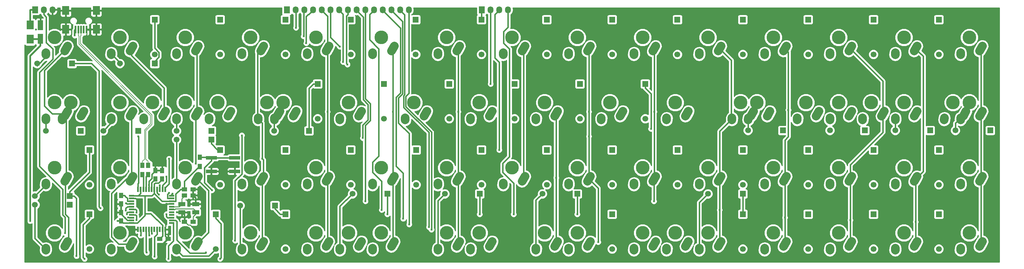
<source format=gbl>
G04 #@! TF.FileFunction,Copper,L2,Bot,Signal*
%FSLAX46Y46*%
G04 Gerber Fmt 4.6, Leading zero omitted, Abs format (unit mm)*
G04 Created by KiCad (PCBNEW 4.0.3-stable) date Thursday, September 01, 2016 'PMt' 01:02:08 PM*
%MOMM*%
%LPD*%
G01*
G04 APERTURE LIST*
%ADD10C,0.150000*%
%ADD11C,0.600000*%
%ADD12C,1.699260*%
%ADD13R,1.699260X1.699260*%
%ADD14C,3.987810*%
%ADD15C,2.500000*%
%ADD16R,0.500380X2.301240*%
%ADD17R,1.998980X2.499360*%
%ADD18R,1.300000X1.500000*%
%ADD19R,0.560000X1.600000*%
%ADD20R,1.600000X0.560000*%
%ADD21R,1.500000X1.250000*%
%ADD22R,1.501140X2.999740*%
%ADD23R,1.250000X1.500000*%
%ADD24R,2.029460X2.651760*%
%ADD25R,3.200000X1.000000*%
%ADD26R,2.000000X1.300000*%
%ADD27R,1.727200X2.032000*%
%ADD28O,1.727200X2.032000*%
%ADD29C,0.609600*%
%ADD30C,0.381000*%
%ADD31C,0.203200*%
%ADD32C,0.508000*%
%ADD33C,0.254000*%
G04 APERTURE END LIST*
D10*
D11*
X126000000Y-77750000D03*
X143000000Y-77750000D03*
X165250000Y-77750000D03*
X192750000Y-77750000D03*
X181250000Y-77750000D03*
X66040000Y-89217500D03*
X41973500Y-92202000D03*
X47815500Y-76390500D03*
X52133500Y-88265000D03*
X46500000Y-73250000D03*
X52500000Y-73250000D03*
X44500000Y-65000000D03*
X36500000Y-77500000D03*
X30500000Y-32000000D03*
X32750000Y-69500000D03*
X32750000Y-26250000D03*
X32750000Y-23000000D03*
X37250000Y-25000000D03*
X45500000Y-34250000D03*
X61500000Y-25500000D03*
X65250000Y-31000000D03*
X91000000Y-28500000D03*
X99500000Y-27250000D03*
X102500000Y-21000000D03*
X311000000Y-91750000D03*
X286250000Y-93000000D03*
X248500000Y-93000000D03*
X223500000Y-85500000D03*
X198000000Y-93000000D03*
X186500000Y-85500000D03*
X167500000Y-93000000D03*
X29750000Y-58250000D03*
X30500000Y-86000000D03*
X267000000Y-21000000D03*
X228500000Y-21000000D03*
X190500000Y-21000000D03*
X152500000Y-21000000D03*
X76500000Y-20750000D03*
X197000000Y-45000000D03*
X179500000Y-55500000D03*
X126000000Y-55500000D03*
X114500000Y-47500000D03*
X166000000Y-44000000D03*
X312000000Y-66500000D03*
X297500000Y-66500000D03*
X278500000Y-66500000D03*
X259000000Y-66500000D03*
X239000000Y-66500000D03*
X219500000Y-66500000D03*
X186500000Y-66500000D03*
X200500000Y-66500000D03*
X179500000Y-66500000D03*
X163000000Y-66500000D03*
X143000000Y-66500000D03*
X126000000Y-66500000D03*
X109000000Y-66500000D03*
X108966000Y-76708000D03*
X95504000Y-76962000D03*
X95500000Y-70500000D03*
X95500000Y-59500000D03*
X90500000Y-59500000D03*
X53000000Y-43500000D03*
X53000000Y-59000000D03*
X88500000Y-93500000D03*
X69500000Y-90000000D03*
X88500000Y-77000000D03*
X88500000Y-85000000D03*
X80500000Y-85000000D03*
X81500000Y-77000000D03*
X76500000Y-62750000D03*
X76500000Y-59000000D03*
X68500000Y-59000000D03*
X68500000Y-64500000D03*
X53000000Y-65000000D03*
X53000000Y-76500000D03*
X52133500Y-84455000D03*
X63000000Y-91000000D03*
X56000000Y-80500000D03*
X52500000Y-80500000D03*
X34000000Y-86000000D03*
X54000000Y-24000000D03*
X32500000Y-40750000D03*
X41000000Y-39000000D03*
X311000000Y-38000000D03*
X300000000Y-38000000D03*
X285000000Y-38000000D03*
X265000000Y-38000000D03*
X245000000Y-38000000D03*
X225000000Y-38000000D03*
X203000000Y-38000000D03*
X184000000Y-38000000D03*
X145000000Y-38000000D03*
X126000000Y-38000000D03*
X106000000Y-38000000D03*
X88000000Y-38000000D03*
D12*
X33020000Y-36195000D03*
D13*
X43180000Y-36195000D03*
D12*
X57150000Y-36195000D03*
D13*
X67310000Y-36195000D03*
D12*
X67315080Y-33528000D03*
D13*
X67315080Y-23368000D03*
D12*
X86365080Y-33528000D03*
D13*
X86365080Y-23368000D03*
D12*
X105410000Y-33528000D03*
D13*
X105410000Y-23368000D03*
D12*
X124460000Y-33528000D03*
D13*
X124460000Y-23368000D03*
D12*
X143397460Y-33528000D03*
D13*
X143397460Y-23368000D03*
D12*
X162560000Y-33528000D03*
D13*
X162560000Y-23368000D03*
D12*
X181610000Y-33528000D03*
D13*
X181610000Y-23368000D03*
D12*
X200660000Y-33528000D03*
D13*
X200660000Y-23368000D03*
D12*
X219704920Y-33528000D03*
D13*
X219704920Y-23368000D03*
D12*
X238760000Y-33528000D03*
D13*
X238760000Y-23368000D03*
D12*
X257810000Y-33528000D03*
D13*
X257810000Y-23368000D03*
D12*
X276860000Y-33528000D03*
D13*
X276860000Y-23368000D03*
D12*
X295910000Y-33528000D03*
D13*
X295910000Y-23368000D03*
D12*
X35560000Y-55880000D03*
D13*
X45720000Y-55880000D03*
D12*
X52324000Y-55880000D03*
D13*
X62484000Y-55880000D03*
D12*
X73660000Y-55880000D03*
D13*
X83820000Y-55880000D03*
D12*
X102108000Y-55880000D03*
D13*
X112268000Y-55880000D03*
D12*
X114808000Y-52324000D03*
D13*
X114808000Y-42164000D03*
D12*
X134112000Y-52324000D03*
D13*
X134112000Y-42164000D03*
D12*
X153162000Y-52324000D03*
D13*
X153162000Y-42164000D03*
D12*
X172212000Y-52324000D03*
D13*
X172212000Y-42164000D03*
D12*
X191262000Y-52324000D03*
D13*
X191262000Y-42164000D03*
D12*
X210312000Y-52324000D03*
D13*
X210312000Y-42164000D03*
D12*
X240283480Y-55755540D03*
D13*
X250443480Y-55755540D03*
D12*
X264159480Y-55755540D03*
D13*
X274319480Y-55755540D03*
D12*
X283210000Y-55753000D03*
D13*
X293370000Y-55753000D03*
D12*
X300736000Y-55753000D03*
D13*
X310896000Y-55753000D03*
D12*
X32385000Y-74930000D03*
D13*
X42545000Y-74930000D03*
D12*
X48260000Y-71628000D03*
D13*
X48260000Y-61468000D03*
D12*
X73660000Y-58420000D03*
D13*
X83820000Y-58420000D03*
D12*
X86365080Y-71628520D03*
D13*
X86365080Y-61468520D03*
D12*
X105410000Y-71628000D03*
D13*
X105410000Y-61468000D03*
D12*
X124460000Y-71628000D03*
D13*
X124460000Y-61468000D03*
D12*
X143510000Y-71628000D03*
D13*
X143510000Y-61468000D03*
D12*
X162560000Y-71628000D03*
D13*
X162560000Y-61468000D03*
D12*
X181610000Y-71628000D03*
D13*
X181610000Y-61468000D03*
D12*
X200660000Y-71628000D03*
D13*
X200660000Y-61468000D03*
D12*
X219710000Y-71628000D03*
D13*
X219710000Y-61468000D03*
D12*
X238760000Y-71628000D03*
D13*
X238760000Y-61468000D03*
D12*
X257812540Y-71628000D03*
D13*
X257812540Y-61468000D03*
D12*
X276860000Y-71628000D03*
D13*
X276860000Y-61468000D03*
D12*
X295910000Y-71628000D03*
D13*
X295910000Y-61468000D03*
D12*
X32385000Y-77470000D03*
D13*
X42545000Y-77470000D03*
D12*
X48260000Y-90424000D03*
D13*
X48260000Y-80264000D03*
D12*
X85095080Y-90424520D03*
D13*
X85095080Y-80264520D03*
D12*
X92202000Y-77724000D03*
D13*
X102362000Y-77724000D03*
D12*
X105410000Y-90424000D03*
D13*
X105410000Y-80264000D03*
D14*
X304800000Y-85725000D03*
D15*
X307799547Y-89724954D02*
X308610453Y-88265046D01*
X302260276Y-90804328D02*
X302299724Y-90225672D01*
D14*
X285750000Y-85725000D03*
D15*
X288749547Y-89724954D02*
X289560453Y-88265046D01*
X283210276Y-90804328D02*
X283249724Y-90225672D01*
D14*
X266700000Y-85725000D03*
D15*
X269699547Y-89724954D02*
X270510453Y-88265046D01*
X264160276Y-90804328D02*
X264199724Y-90225672D01*
D14*
X247650000Y-85725000D03*
D15*
X250649547Y-89724954D02*
X251460453Y-88265046D01*
X245110276Y-90804328D02*
X245149724Y-90225672D01*
D14*
X228600000Y-85725000D03*
D15*
X231599547Y-89724954D02*
X232410453Y-88265046D01*
X226060276Y-90804328D02*
X226099724Y-90225672D01*
D14*
X209550000Y-85725000D03*
D15*
X212549547Y-89724954D02*
X213360453Y-88265046D01*
X207010276Y-90804328D02*
X207049724Y-90225672D01*
D14*
X190500000Y-85725000D03*
D15*
X193499547Y-89724954D02*
X194310453Y-88265046D01*
X187960276Y-90804328D02*
X187999724Y-90225672D01*
D14*
X161925000Y-85725000D03*
D15*
X164924547Y-89724954D02*
X165735453Y-88265046D01*
X159385276Y-90804328D02*
X159424724Y-90225672D01*
D14*
X123825000Y-85725000D03*
D15*
X126824547Y-89724954D02*
X127635453Y-88265046D01*
X121285276Y-90804328D02*
X121324724Y-90225672D01*
D14*
X95250000Y-85725000D03*
D15*
X98249547Y-89724954D02*
X99060453Y-88265046D01*
X92710276Y-90804328D02*
X92749724Y-90225672D01*
D14*
X76200000Y-85725000D03*
D15*
X79199547Y-89724954D02*
X80010453Y-88265046D01*
X73660276Y-90804328D02*
X73699724Y-90225672D01*
D14*
X57150000Y-85725000D03*
D15*
X60149547Y-89724954D02*
X60960453Y-88265046D01*
X54610276Y-90804328D02*
X54649724Y-90225672D01*
D14*
X38100000Y-85725000D03*
D15*
X41099547Y-89724954D02*
X41910453Y-88265046D01*
X35560276Y-90804328D02*
X35599724Y-90225672D01*
D14*
X304800000Y-66675000D03*
D15*
X307799547Y-70674954D02*
X308610453Y-69215046D01*
X302260276Y-71754328D02*
X302299724Y-71175672D01*
D14*
X285750000Y-66675000D03*
D15*
X288749547Y-70674954D02*
X289560453Y-69215046D01*
X283210276Y-71754328D02*
X283249724Y-71175672D01*
D14*
X266700000Y-66675000D03*
D15*
X269699547Y-70674954D02*
X270510453Y-69215046D01*
X264160276Y-71754328D02*
X264199724Y-71175672D01*
D14*
X247650000Y-66675000D03*
D15*
X250649547Y-70674954D02*
X251460453Y-69215046D01*
X245110276Y-71754328D02*
X245149724Y-71175672D01*
D14*
X228600000Y-66675000D03*
D15*
X231599547Y-70674954D02*
X232410453Y-69215046D01*
X226060276Y-71754328D02*
X226099724Y-71175672D01*
D14*
X209550000Y-66675000D03*
D15*
X212549547Y-70674954D02*
X213360453Y-69215046D01*
X207010276Y-71754328D02*
X207049724Y-71175672D01*
D14*
X190500000Y-66675000D03*
D15*
X193499547Y-70674954D02*
X194310453Y-69215046D01*
X187960276Y-71754328D02*
X187999724Y-71175672D01*
D14*
X171450000Y-66675000D03*
D15*
X174449547Y-70674954D02*
X175260453Y-69215046D01*
X168910276Y-71754328D02*
X168949724Y-71175672D01*
D14*
X152400000Y-66675000D03*
D15*
X155399547Y-70674954D02*
X156210453Y-69215046D01*
X149860276Y-71754328D02*
X149899724Y-71175672D01*
D14*
X133350000Y-66675000D03*
D15*
X136349547Y-70674954D02*
X137160453Y-69215046D01*
X130810276Y-71754328D02*
X130849724Y-71175672D01*
D14*
X114300000Y-66675000D03*
D15*
X117299547Y-70674954D02*
X118110453Y-69215046D01*
X111760276Y-71754328D02*
X111799724Y-71175672D01*
D14*
X95250000Y-66675000D03*
D15*
X98249547Y-70674954D02*
X99060453Y-69215046D01*
X92710276Y-71754328D02*
X92749724Y-71175672D01*
D14*
X76200000Y-66675000D03*
D15*
X79199547Y-70674954D02*
X80010453Y-69215046D01*
X73660276Y-71754328D02*
X73699724Y-71175672D01*
D14*
X57150000Y-66675000D03*
D15*
X60149547Y-70674954D02*
X60960453Y-69215046D01*
X54610276Y-71754328D02*
X54649724Y-71175672D01*
D14*
X38100000Y-66675000D03*
D15*
X41099547Y-70674954D02*
X41910453Y-69215046D01*
X35560276Y-71754328D02*
X35599724Y-71175672D01*
D14*
X304800000Y-47625000D03*
D15*
X307799547Y-51624954D02*
X308610453Y-50165046D01*
X302260276Y-52704328D02*
X302299724Y-52125672D01*
D14*
X285750000Y-47625000D03*
D15*
X288749547Y-51624954D02*
X289560453Y-50165046D01*
X283210276Y-52704328D02*
X283249724Y-52125672D01*
D14*
X266700000Y-47625000D03*
D15*
X269699547Y-51624954D02*
X270510453Y-50165046D01*
X264160276Y-52704328D02*
X264199724Y-52125672D01*
D14*
X242887500Y-47625000D03*
D15*
X245887047Y-51624954D02*
X246697953Y-50165046D01*
X240347776Y-52704328D02*
X240387224Y-52125672D01*
D14*
X219075000Y-47625000D03*
D15*
X222074547Y-51624954D02*
X222885453Y-50165046D01*
X216535276Y-52704328D02*
X216574724Y-52125672D01*
D14*
X200025000Y-47625000D03*
D15*
X203024547Y-51624954D02*
X203835453Y-50165046D01*
X197485276Y-52704328D02*
X197524724Y-52125672D01*
D14*
X180975000Y-47625000D03*
D15*
X183974547Y-51624954D02*
X184785453Y-50165046D01*
X178435276Y-52704328D02*
X178474724Y-52125672D01*
D14*
X161925000Y-47625000D03*
D15*
X164924547Y-51624954D02*
X165735453Y-50165046D01*
X159385276Y-52704328D02*
X159424724Y-52125672D01*
D14*
X142875000Y-47625000D03*
D15*
X145874547Y-51624954D02*
X146685453Y-50165046D01*
X140335276Y-52704328D02*
X140374724Y-52125672D01*
D14*
X123825000Y-47625000D03*
D15*
X126824547Y-51624954D02*
X127635453Y-50165046D01*
X121285276Y-52704328D02*
X121324724Y-52125672D01*
D14*
X104775000Y-47625000D03*
D15*
X107774547Y-51624954D02*
X108585453Y-50165046D01*
X102235276Y-52704328D02*
X102274724Y-52125672D01*
D14*
X85725000Y-47625000D03*
D15*
X88724547Y-51624954D02*
X89535453Y-50165046D01*
X83185276Y-52704328D02*
X83224724Y-52125672D01*
D14*
X66675000Y-47625000D03*
D15*
X69674547Y-51624954D02*
X70485453Y-50165046D01*
X64135276Y-52704328D02*
X64174724Y-52125672D01*
D14*
X42862500Y-47625000D03*
D15*
X45862047Y-51624954D02*
X46672953Y-50165046D01*
X40322776Y-52704328D02*
X40362224Y-52125672D01*
D14*
X304800000Y-28575000D03*
D15*
X307799547Y-32574954D02*
X308610453Y-31115046D01*
X302260276Y-33654328D02*
X302299724Y-33075672D01*
D14*
X285750000Y-28575000D03*
D15*
X288749547Y-32574954D02*
X289560453Y-31115046D01*
X283210276Y-33654328D02*
X283249724Y-33075672D01*
D14*
X266700000Y-28575000D03*
D15*
X269699547Y-32574954D02*
X270510453Y-31115046D01*
X264160276Y-33654328D02*
X264199724Y-33075672D01*
D14*
X247650000Y-28575000D03*
D15*
X250649547Y-32574954D02*
X251460453Y-31115046D01*
X245110276Y-33654328D02*
X245149724Y-33075672D01*
D14*
X228600000Y-28575000D03*
D15*
X231599547Y-32574954D02*
X232410453Y-31115046D01*
X226060276Y-33654328D02*
X226099724Y-33075672D01*
D14*
X209550000Y-28575000D03*
D15*
X212549547Y-32574954D02*
X213360453Y-31115046D01*
X207010276Y-33654328D02*
X207049724Y-33075672D01*
D14*
X190500000Y-28575000D03*
D15*
X193499547Y-32574954D02*
X194310453Y-31115046D01*
X187960276Y-33654328D02*
X187999724Y-33075672D01*
D14*
X171450000Y-28575000D03*
D15*
X174449547Y-32574954D02*
X175260453Y-31115046D01*
X168910276Y-33654328D02*
X168949724Y-33075672D01*
D14*
X152400000Y-28575000D03*
D15*
X155399547Y-32574954D02*
X156210453Y-31115046D01*
X149860276Y-33654328D02*
X149899724Y-33075672D01*
D14*
X133350000Y-28575000D03*
D15*
X136349547Y-32574954D02*
X137160453Y-31115046D01*
X130810276Y-33654328D02*
X130849724Y-33075672D01*
D14*
X114300000Y-28575000D03*
D15*
X117299547Y-32574954D02*
X118110453Y-31115046D01*
X111760276Y-33654328D02*
X111799724Y-33075672D01*
D14*
X95250000Y-28575000D03*
D15*
X98249547Y-32574954D02*
X99060453Y-31115046D01*
X92710276Y-33654328D02*
X92749724Y-33075672D01*
D14*
X76200000Y-28575000D03*
D15*
X79199547Y-32574954D02*
X80010453Y-31115046D01*
X73660276Y-33654328D02*
X73699724Y-33075672D01*
D14*
X57150000Y-28575000D03*
D15*
X60149547Y-32574954D02*
X60960453Y-31115046D01*
X54610276Y-33654328D02*
X54649724Y-33075672D01*
D14*
X38100000Y-28575000D03*
D15*
X41099547Y-32574954D02*
X41910453Y-31115046D01*
X35560276Y-33654328D02*
X35599724Y-33075672D01*
D14*
X219075000Y-85725000D03*
D15*
X222074547Y-89724954D02*
X222885453Y-88265046D01*
X216535276Y-90804328D02*
X216574724Y-90225672D01*
D14*
X180975000Y-85725000D03*
D15*
X183974547Y-89724954D02*
X184785453Y-88265046D01*
X178435276Y-90804328D02*
X178474724Y-90225672D01*
D14*
X38100000Y-47625000D03*
D15*
X41099547Y-51624954D02*
X41910453Y-50165046D01*
X35560276Y-52704328D02*
X35599724Y-52125672D01*
D14*
X57150000Y-47625000D03*
D15*
X60149547Y-51624954D02*
X60960453Y-50165046D01*
X54610276Y-52704328D02*
X54649724Y-52125672D01*
D14*
X76200000Y-47625000D03*
D15*
X79199547Y-51624954D02*
X80010453Y-50165046D01*
X73660276Y-52704328D02*
X73699724Y-52125672D01*
D14*
X300037500Y-47625000D03*
D15*
X303037047Y-51624954D02*
X303847953Y-50165046D01*
X297497776Y-52704328D02*
X297537224Y-52125672D01*
D14*
X238125000Y-47625000D03*
D15*
X241124547Y-51624954D02*
X241935453Y-50165046D01*
X235585276Y-52704328D02*
X235624724Y-52125672D01*
D14*
X276225000Y-47625000D03*
D15*
X279224547Y-51624954D02*
X280035453Y-50165046D01*
X273685276Y-52704328D02*
X273724724Y-52125672D01*
D14*
X257175000Y-47625000D03*
D15*
X260174547Y-51624954D02*
X260985453Y-50165046D01*
X254635276Y-52704328D02*
X254674724Y-52125672D01*
D14*
X133350000Y-85725000D03*
D15*
X136349547Y-89724954D02*
X137160453Y-88265046D01*
X130810276Y-90804328D02*
X130849724Y-90225672D01*
D14*
X152400000Y-85725000D03*
D15*
X155399547Y-89724954D02*
X156210453Y-88265046D01*
X149860276Y-90804328D02*
X149899724Y-90225672D01*
D14*
X114300000Y-85725000D03*
D15*
X117299547Y-89724954D02*
X118110453Y-88265046D01*
X111760276Y-90804328D02*
X111799724Y-90225672D01*
D14*
X100012500Y-47625000D03*
D15*
X103012047Y-51624954D02*
X103822953Y-50165046D01*
X97472776Y-52704328D02*
X97512224Y-52125672D01*
D12*
X124968000Y-74295000D03*
D13*
X135128000Y-74295000D03*
D12*
X151892000Y-74295000D03*
D13*
X162052000Y-74295000D03*
D12*
X180340000Y-74295000D03*
D13*
X190500000Y-74295000D03*
D12*
X200660000Y-90424000D03*
D13*
X200660000Y-80264000D03*
D12*
X228600000Y-74295000D03*
D13*
X238760000Y-74295000D03*
D12*
X238760000Y-90424000D03*
D13*
X238760000Y-80264000D03*
D12*
X257810000Y-90424000D03*
D13*
X257810000Y-80264000D03*
D12*
X276860000Y-90424000D03*
D13*
X276860000Y-80264000D03*
D12*
X295910000Y-90424000D03*
D13*
X295910000Y-80264000D03*
D16*
X44246800Y-26309320D03*
X45046900Y-26309320D03*
X45847000Y-26309320D03*
X46647100Y-26309320D03*
X47447200Y-26309320D03*
D17*
X41396920Y-26210260D03*
X41396920Y-20711160D03*
X50297080Y-26210260D03*
X50297080Y-20711160D03*
D18*
X65430400Y-68660000D03*
X65430400Y-65960000D03*
X63677800Y-68660000D03*
X63677800Y-65960000D03*
D19*
X62421000Y-73017000D03*
X63221000Y-73017000D03*
X64021000Y-73017000D03*
X64821000Y-73017000D03*
X65621000Y-73017000D03*
X66421000Y-73017000D03*
X67221000Y-73017000D03*
X68021000Y-73017000D03*
X68821000Y-73017000D03*
X69621000Y-73017000D03*
X70421000Y-73017000D03*
D20*
X72271000Y-74867000D03*
X72271000Y-75667000D03*
X72271000Y-76467000D03*
X72271000Y-77267000D03*
X72271000Y-78067000D03*
X72271000Y-78867000D03*
X72271000Y-79667000D03*
X72271000Y-80467000D03*
X72271000Y-81267000D03*
X72271000Y-82067000D03*
X72271000Y-82867000D03*
D19*
X70421000Y-84717000D03*
X69621000Y-84717000D03*
X68821000Y-84717000D03*
X68021000Y-84717000D03*
X67221000Y-84717000D03*
X66421000Y-84717000D03*
X65621000Y-84717000D03*
X64821000Y-84717000D03*
X64021000Y-84717000D03*
X63221000Y-84717000D03*
X62421000Y-84717000D03*
D20*
X60571000Y-82867000D03*
X60571000Y-82067000D03*
X60571000Y-81267000D03*
X60571000Y-80467000D03*
X60571000Y-79667000D03*
X60571000Y-78867000D03*
X60571000Y-78067000D03*
X60571000Y-77267000D03*
X60571000Y-76467000D03*
X60571000Y-75667000D03*
X60571000Y-74867000D03*
D21*
X76000000Y-82500000D03*
X78500000Y-82500000D03*
X76000000Y-74750000D03*
X78500000Y-74750000D03*
D22*
X34000000Y-25001020D03*
X34000000Y-28998980D03*
D23*
X57500000Y-74750000D03*
X57500000Y-77250000D03*
X67500000Y-70000000D03*
X67500000Y-67500000D03*
D21*
X68750000Y-87500000D03*
X71250000Y-87500000D03*
D23*
X69500000Y-70000000D03*
X69500000Y-67500000D03*
D21*
X76000000Y-73000000D03*
X78500000Y-73000000D03*
D23*
X57500000Y-82250000D03*
X57500000Y-79750000D03*
D24*
X31000000Y-24914660D03*
X31000000Y-29085340D03*
D18*
X80500000Y-63650000D03*
X80500000Y-66350000D03*
D25*
X90650000Y-67750000D03*
X83850000Y-67750000D03*
X83850000Y-63750000D03*
X90650000Y-63750000D03*
D26*
X79250000Y-79700000D03*
X75250000Y-79700000D03*
X75250000Y-77300000D03*
X79250000Y-77300000D03*
D11*
X74250000Y-38000000D03*
D27*
X32460000Y-20500000D03*
D28*
X35000000Y-20500000D03*
X37540000Y-20500000D03*
D27*
X105840000Y-20500000D03*
D28*
X108380000Y-20500000D03*
X110920000Y-20500000D03*
X113460000Y-20500000D03*
X116000000Y-20500000D03*
X118540000Y-20500000D03*
X121080000Y-20500000D03*
X123620000Y-20500000D03*
X126160000Y-20500000D03*
X128700000Y-20500000D03*
X131240000Y-20500000D03*
X133780000Y-20500000D03*
X136320000Y-20500000D03*
X138860000Y-20500000D03*
X141400000Y-20500000D03*
D27*
X162670000Y-20500000D03*
D28*
X165210000Y-20500000D03*
X167750000Y-20500000D03*
X170290000Y-20500000D03*
D29*
X51500000Y-78500000D03*
X70750000Y-80250000D03*
X165250000Y-42164000D03*
X92710281Y-57219322D03*
X82250000Y-91492037D03*
X90750000Y-88000000D03*
X212010231Y-55284971D03*
X167750000Y-61468000D03*
X44500000Y-92500000D03*
X67278128Y-92629952D03*
X162052000Y-80264000D03*
X135128000Y-80264000D03*
X190500000Y-80264000D03*
X171958000Y-80264000D03*
X46863000Y-93345000D03*
X71326969Y-93328462D03*
X86373692Y-93328462D03*
X68505415Y-74494585D03*
X108500000Y-25750000D03*
X68764314Y-71782298D03*
X110750000Y-28250000D03*
X79250000Y-65500000D03*
X70750000Y-69250000D03*
X111500000Y-30250000D03*
X98655000Y-64000000D03*
X71500000Y-64000000D03*
X66500000Y-86000000D03*
X117705000Y-50292000D03*
X121250000Y-31250000D03*
X65750000Y-86500000D03*
X136755000Y-50292000D03*
X122250000Y-35750000D03*
X65000000Y-91500000D03*
X155805000Y-50292000D03*
X123500000Y-36480978D03*
X72500000Y-74250000D03*
X184380000Y-69596000D03*
X128000000Y-57976708D03*
X193905000Y-57500000D03*
X62500000Y-57500000D03*
X193905000Y-50292000D03*
X196596000Y-88392000D03*
X212852000Y-76454000D03*
X128750000Y-76454000D03*
X59010117Y-77071264D03*
X212955000Y-50292000D03*
X133500000Y-79000000D03*
X58912877Y-79156846D03*
X232005000Y-79000000D03*
X139750000Y-81581580D03*
X251055000Y-81250000D03*
X62000000Y-79750000D03*
X252044984Y-49784000D03*
X141500000Y-83250000D03*
X270105000Y-82000000D03*
X59250000Y-80250000D03*
X147250000Y-84000000D03*
X289155000Y-82500000D03*
X62000000Y-82000000D03*
X148000000Y-84750000D03*
X59546104Y-81235274D03*
X56250000Y-77250000D03*
X73771161Y-79720117D03*
X71569964Y-84573005D03*
X66029365Y-76316158D03*
X62238073Y-76254511D03*
X65621000Y-71750000D03*
X70750000Y-77250000D03*
X58750000Y-81427000D03*
X61750000Y-84750000D03*
X31000000Y-82250000D03*
X56500000Y-82250000D03*
X71500000Y-74000000D03*
X84000000Y-73250000D03*
X44000000Y-28000000D03*
X41211500Y-85788500D03*
X63250000Y-86500000D03*
D30*
X33020000Y-36830000D02*
X35580000Y-34270000D01*
X35580000Y-34270000D02*
X35580000Y-33365000D01*
X54630000Y-33365000D02*
X57150000Y-35885000D01*
X57150000Y-35885000D02*
X57150000Y-36830000D01*
X35560000Y-55880000D02*
X35560000Y-52435000D01*
X35560000Y-52435000D02*
X35580000Y-52415000D01*
X52324000Y-55880000D02*
X54630000Y-53574000D01*
X54630000Y-53574000D02*
X54630000Y-52415000D01*
X73660000Y-55880000D02*
X73660000Y-52435000D01*
X73660000Y-52435000D02*
X73680000Y-52415000D01*
X102108000Y-55880000D02*
X102108000Y-52562000D01*
X102108000Y-52562000D02*
X102255000Y-52415000D01*
X240283480Y-55755540D02*
X240283480Y-52499020D01*
X240283480Y-52499020D02*
X240367500Y-52415000D01*
X283210000Y-55753000D02*
X283210000Y-52435000D01*
X283210000Y-52435000D02*
X283230000Y-52415000D01*
X300736000Y-55753000D02*
X300736000Y-53601500D01*
X300736000Y-53601500D02*
X301938310Y-52399190D01*
X301938310Y-52399190D02*
X303442500Y-50895000D01*
X32385000Y-74930000D02*
X35580000Y-71735000D01*
X35580000Y-71735000D02*
X35580000Y-71465000D01*
X73680000Y-71465000D02*
X73680000Y-58440000D01*
X73680000Y-58440000D02*
X73660000Y-58420000D01*
X32385000Y-77470000D02*
X32385000Y-87320000D01*
X32385000Y-87320000D02*
X35580000Y-90515000D01*
X54539000Y-90424000D02*
X54630000Y-90515000D01*
X73680000Y-90515000D02*
X73680000Y-90649910D01*
X73680000Y-90649910D02*
X75478380Y-92448290D01*
X75478380Y-92448290D02*
X83071310Y-92448290D01*
X83071310Y-92448290D02*
X84245451Y-91274149D01*
X84245451Y-91274149D02*
X85095080Y-90424520D01*
X92202000Y-77470000D02*
X92202000Y-89987000D01*
X92202000Y-89987000D02*
X92730000Y-90515000D01*
X92730000Y-90515000D02*
X92149562Y-89934562D01*
X121305000Y-90515000D02*
X121305000Y-77958000D01*
X121305000Y-77958000D02*
X124968000Y-74295000D01*
X120904000Y-90114000D02*
X121305000Y-90515000D01*
X121305000Y-90515000D02*
X121002662Y-90212662D01*
X149880000Y-90515000D02*
X149880000Y-76307000D01*
X149880000Y-76307000D02*
X151892000Y-74295000D01*
X149860000Y-90495000D02*
X149880000Y-90515000D01*
X178455000Y-90515000D02*
X178455000Y-76180000D01*
X178455000Y-76180000D02*
X180340000Y-74295000D01*
X178435000Y-90495000D02*
X178455000Y-90515000D01*
X178308000Y-90368000D02*
X178455000Y-90515000D01*
X226060000Y-78740000D02*
X226060000Y-90495000D01*
X226060000Y-78740000D02*
X226060000Y-76835000D01*
X226060000Y-76835000D02*
X228600000Y-74295000D01*
X226060000Y-90495000D02*
X226080000Y-90515000D01*
X51080669Y-38410669D02*
X48865000Y-36195000D01*
X48865000Y-36195000D02*
X43180000Y-36195000D01*
X162560000Y-23368000D02*
X162560000Y-20610000D01*
X162560000Y-20610000D02*
X162670000Y-20500000D01*
X70750000Y-80250000D02*
X70750000Y-80927000D01*
X70750000Y-80927000D02*
X71090000Y-81267000D01*
X71090000Y-81267000D02*
X72271000Y-81267000D01*
X51500000Y-78500000D02*
X51080669Y-78080669D01*
X51080669Y-78080669D02*
X51080669Y-38410669D01*
X67315080Y-23368000D02*
X67315080Y-31687869D01*
X67315080Y-31687869D02*
X68558411Y-32931200D01*
X68558411Y-32931200D02*
X68558411Y-34350959D01*
X68558411Y-34350959D02*
X67310000Y-35599370D01*
X67310000Y-35599370D02*
X67310000Y-36830000D01*
X92710281Y-68498381D02*
X92710281Y-57219322D01*
X90750000Y-70458662D02*
X92710281Y-68498381D01*
X90750000Y-88000000D02*
X90750000Y-70458662D01*
X165210000Y-20500000D02*
X165210000Y-42124000D01*
X165210000Y-42124000D02*
X165250000Y-42164000D01*
X73812394Y-87812394D02*
X77606327Y-91606327D01*
X73812394Y-82427394D02*
X73812394Y-87812394D01*
X73452000Y-82067000D02*
X73812394Y-82427394D01*
X72271000Y-82067000D02*
X73452000Y-82067000D01*
X82135710Y-91606327D02*
X82250000Y-91492037D01*
X77606327Y-91606327D02*
X82135710Y-91606327D01*
X112268000Y-55880000D02*
X112268000Y-43473370D01*
X112268000Y-43473370D02*
X113577370Y-42164000D01*
X113577370Y-42164000D02*
X114808000Y-42164000D01*
X212010231Y-54853919D02*
X212010231Y-55284971D01*
X210312000Y-43394630D02*
X212010231Y-45092861D01*
X210312000Y-42164000D02*
X210312000Y-43394630D01*
X212010231Y-45092861D02*
X212010231Y-54853919D01*
X167750000Y-20500000D02*
X167750000Y-20652400D01*
X166505400Y-21897000D02*
X166505400Y-34600000D01*
X167750000Y-20652400D02*
X166505400Y-21897000D01*
X166505400Y-34600000D02*
X167750000Y-35844600D01*
X167750000Y-35844600D02*
X167750000Y-61468000D01*
X42545000Y-74930000D02*
X43775630Y-74930000D01*
X43775630Y-74930000D02*
X44500000Y-75654370D01*
X44500000Y-75654370D02*
X44500000Y-92500000D01*
X68021000Y-86145338D02*
X67278128Y-86888210D01*
X67278128Y-86888210D02*
X67278128Y-92198900D01*
X68021000Y-84717000D02*
X68021000Y-86145338D01*
X67278128Y-92198900D02*
X67278128Y-92629952D01*
X83820000Y-58420000D02*
X83820000Y-59650630D01*
X83820000Y-59650630D02*
X85637890Y-61468520D01*
X85637890Y-61468520D02*
X86365080Y-61468520D01*
X42545000Y-74930000D02*
X42545000Y-73699370D01*
X42545000Y-73699370D02*
X48260000Y-67984370D01*
X48260000Y-67984370D02*
X48260000Y-62698630D01*
X48260000Y-62698630D02*
X48260000Y-61468000D01*
X162052000Y-74295000D02*
X162052000Y-80264000D01*
X135128000Y-74295000D02*
X135128000Y-80264000D01*
X190500000Y-74295000D02*
X190500000Y-80264000D01*
X238760000Y-80264000D02*
X238760000Y-74295000D01*
X102362000Y-77470000D02*
X102362000Y-78700630D01*
X102362000Y-78700630D02*
X103925370Y-80264000D01*
X103925370Y-80264000D02*
X104179370Y-80264000D01*
X104179370Y-80264000D02*
X105410000Y-80264000D01*
X46863000Y-93345000D02*
X46443701Y-92925701D01*
X46443701Y-92925701D02*
X46443701Y-83310929D01*
X46443701Y-83310929D02*
X48260000Y-81494630D01*
X48260000Y-81494630D02*
X48260000Y-80264000D01*
X170290000Y-20500000D02*
X170290000Y-25595967D01*
X168762750Y-68011656D02*
X171958000Y-71206906D01*
X170290000Y-25595967D02*
X169062394Y-26823573D01*
X171958000Y-79033370D02*
X171958000Y-80264000D01*
X169062394Y-26823573D02*
X169062394Y-30248049D01*
X168762750Y-65421801D02*
X168762750Y-68011656D01*
X169062394Y-30248049D02*
X170750000Y-31935655D01*
X170750000Y-31935655D02*
X170750000Y-63434551D01*
X170750000Y-63434551D02*
X168762750Y-65421801D01*
X171958000Y-71206906D02*
X171958000Y-79033370D01*
X72271000Y-82867000D02*
X72791000Y-82867000D01*
X71326969Y-89506693D02*
X71326969Y-92897410D01*
X71326969Y-92897410D02*
X71326969Y-93328462D01*
X72791000Y-82867000D02*
X72742848Y-82915152D01*
X72742848Y-82915152D02*
X72742848Y-88090814D01*
X72742848Y-88090814D02*
X71326969Y-89506693D01*
X85095080Y-81495150D02*
X86678491Y-83078561D01*
X85095080Y-80264520D02*
X85095080Y-81495150D01*
X86678491Y-93023663D02*
X86373692Y-93328462D01*
X86678491Y-83078561D02*
X86678491Y-93023663D01*
X41505000Y-69945000D02*
X41505000Y-70380254D01*
X41505000Y-70380254D02*
X41301669Y-70583585D01*
X41301669Y-70583585D02*
X41301669Y-80290669D01*
X41301669Y-80290669D02*
X42190186Y-81179186D01*
X42190186Y-81179186D02*
X42190186Y-88309814D01*
X42190186Y-88309814D02*
X41505000Y-88995000D01*
X68021000Y-73017000D02*
X68021000Y-74010170D01*
X68021000Y-74010170D02*
X68505415Y-74494585D01*
X41505000Y-69945000D02*
X41505000Y-53577500D01*
X41505000Y-53577500D02*
X41505000Y-50895000D01*
X41505000Y-50895000D02*
X37423429Y-50895000D01*
X37423429Y-50895000D02*
X35179297Y-48650868D01*
X35179297Y-48650868D02*
X35179297Y-38170703D01*
X35179297Y-38170703D02*
X40000810Y-33349190D01*
X40000810Y-33349190D02*
X41505000Y-31845000D01*
X108500000Y-25750000D02*
X108500000Y-20620000D01*
X108500000Y-20620000D02*
X108380000Y-20500000D01*
X68821000Y-73017000D02*
X68821000Y-71838984D01*
X68821000Y-71838984D02*
X68764314Y-71782298D01*
X60555000Y-88995000D02*
X56886342Y-88995000D01*
X56886342Y-88995000D02*
X54762394Y-86871052D01*
X54762394Y-86871052D02*
X54762394Y-74207721D01*
X54762394Y-74207721D02*
X59025115Y-69945000D01*
X59025115Y-69945000D02*
X60555000Y-69945000D01*
X60555000Y-31845000D02*
X60555000Y-33854178D01*
X60555000Y-33854178D02*
X70080000Y-43379178D01*
X70080000Y-43379178D02*
X70080000Y-48885822D01*
X70080000Y-48885822D02*
X70080000Y-50895000D01*
X60555000Y-69945000D02*
X60555000Y-50895000D01*
X110750000Y-28250000D02*
X110750000Y-20670000D01*
X110750000Y-20670000D02*
X110920000Y-20500000D01*
X79250000Y-65500000D02*
X79250000Y-51250000D01*
X79250000Y-51250000D02*
X79605000Y-50895000D01*
X69621000Y-73017000D02*
X69621000Y-71836000D01*
X69621000Y-71836000D02*
X70750000Y-70707000D01*
X70750000Y-70707000D02*
X70750000Y-69250000D01*
X79605000Y-69945000D02*
X83000000Y-73340000D01*
X83000000Y-73340000D02*
X83000000Y-85600000D01*
X83000000Y-85600000D02*
X79605000Y-88995000D01*
X79605000Y-50895000D02*
X79605000Y-31845000D01*
X111500000Y-30250000D02*
X111500000Y-22460000D01*
X111500000Y-22460000D02*
X112063000Y-21897000D01*
X112063000Y-21897000D02*
X112215400Y-21897000D01*
X112215400Y-21897000D02*
X113460000Y-20652400D01*
X113460000Y-20652400D02*
X113460000Y-20500000D01*
X98655000Y-64000000D02*
X99031789Y-64376789D01*
X99031789Y-64376789D02*
X99031789Y-69568211D01*
X99031789Y-69568211D02*
X98655000Y-69945000D01*
X98655000Y-53577500D02*
X98655000Y-64000000D01*
X70421000Y-73017000D02*
X70421000Y-72497000D01*
X70421000Y-72497000D02*
X71500000Y-71418000D01*
X71500000Y-71418000D02*
X71500000Y-64000000D01*
X97492500Y-52415000D02*
X97281403Y-52203903D01*
X97281403Y-52203903D02*
X97281403Y-33218597D01*
X97281403Y-33218597D02*
X98655000Y-31845000D01*
X97492500Y-52415000D02*
X98655000Y-53577500D01*
X98655000Y-88995000D02*
X98655000Y-69945000D01*
X116000000Y-20500000D02*
X116000000Y-20652400D01*
X116000000Y-20652400D02*
X117705000Y-22357400D01*
X117705000Y-29835822D02*
X117705000Y-31845000D01*
X117705000Y-22357400D02*
X117705000Y-29835822D01*
X66421000Y-84717000D02*
X66421000Y-85921000D01*
X66421000Y-85921000D02*
X66500000Y-86000000D01*
X117705000Y-69945000D02*
X117705000Y-50292000D01*
X117705000Y-50292000D02*
X117705000Y-31845000D01*
X117705000Y-88995000D02*
X117705000Y-69945000D01*
X118540000Y-20500000D02*
X118540000Y-28540000D01*
X118540000Y-28540000D02*
X121250000Y-31250000D01*
X65621000Y-84717000D02*
X65621000Y-86371000D01*
X65621000Y-86371000D02*
X65750000Y-86500000D01*
X136755000Y-69945000D02*
X136755000Y-50292000D01*
X136755000Y-50292000D02*
X136755000Y-31845000D01*
X136755000Y-88995000D02*
X136755000Y-69945000D01*
X121080000Y-20500000D02*
X121080000Y-20652400D01*
X121080000Y-20652400D02*
X122250000Y-21822400D01*
X122250000Y-21822400D02*
X122250000Y-35750000D01*
X64821000Y-84717000D02*
X64821000Y-91321000D01*
X64821000Y-91321000D02*
X65000000Y-91500000D01*
X155805000Y-69945000D02*
X155805000Y-50292000D01*
X155805000Y-50292000D02*
X155805000Y-31845000D01*
X155805000Y-88995000D02*
X155805000Y-69945000D01*
X123195201Y-36176179D02*
X123500000Y-36480978D01*
X123195201Y-22321799D02*
X123195201Y-36176179D01*
X123620000Y-21897000D02*
X123195201Y-22321799D01*
X123620000Y-20500000D02*
X123620000Y-21897000D01*
X72271000Y-74867000D02*
X72271000Y-74479000D01*
X72271000Y-74479000D02*
X72500000Y-74250000D01*
X184380000Y-88995000D02*
X184380000Y-69596000D01*
X184380000Y-69596000D02*
X184380000Y-50895000D01*
X174855000Y-69945000D02*
X174855000Y-31845000D01*
X126160000Y-20500000D02*
X126160000Y-20652400D01*
X126160000Y-20652400D02*
X128115790Y-22608190D01*
X128000000Y-54190036D02*
X128000000Y-57976708D01*
X128115790Y-22608190D02*
X128115790Y-46769869D01*
X128115790Y-46769869D02*
X129518000Y-48172079D01*
X129518000Y-48172079D02*
X129518000Y-52672036D01*
X129518000Y-52672036D02*
X128000000Y-54190036D01*
X62421000Y-73017000D02*
X62421000Y-71354110D01*
X62421000Y-71354110D02*
X62624006Y-71151104D01*
X62624006Y-57624006D02*
X62500000Y-57500000D01*
X62624006Y-71151104D02*
X62624006Y-57624006D01*
X193905000Y-69945000D02*
X193905000Y-57500000D01*
X193905000Y-57500000D02*
X193905000Y-50292000D01*
X193905000Y-50292000D02*
X193905000Y-31845000D01*
X193905000Y-69945000D02*
X196596000Y-72636000D01*
X196596000Y-72636000D02*
X196596000Y-88392000D01*
X212852000Y-76454000D02*
X212852000Y-70048000D01*
X212852000Y-70048000D02*
X212955000Y-69945000D01*
X128750000Y-74750000D02*
X128750000Y-76454000D01*
X128750000Y-54266232D02*
X128750000Y-74750000D01*
X128750000Y-74750000D02*
X128750000Y-74948500D01*
X128700000Y-20500000D02*
X128700000Y-46527882D01*
X128700000Y-46527882D02*
X130139865Y-47967747D01*
X130139865Y-47967747D02*
X130139865Y-52876367D01*
X130139865Y-52876367D02*
X128750000Y-54266232D01*
X59205853Y-77267000D02*
X59010117Y-77071264D01*
X60571000Y-77267000D02*
X59205853Y-77267000D01*
X212955000Y-69945000D02*
X212955000Y-50292000D01*
X212955000Y-50292000D02*
X212955000Y-31845000D01*
X131240000Y-20500000D02*
X131240000Y-20652400D01*
X131240000Y-20652400D02*
X129995400Y-21897000D01*
X129995400Y-21897000D02*
X129995400Y-29239216D01*
X129995400Y-29239216D02*
X132661485Y-31905301D01*
X132661485Y-31905301D02*
X132661485Y-63262587D01*
X132661485Y-63262587D02*
X130871585Y-65052487D01*
X130871585Y-65052487D02*
X130871585Y-68038817D01*
X130871585Y-68038817D02*
X133500000Y-70667232D01*
X133500000Y-70667232D02*
X133500000Y-79000000D01*
X58912877Y-79156846D02*
X58912877Y-78544123D01*
X58912877Y-78544123D02*
X59390000Y-78067000D01*
X59390000Y-78067000D02*
X60571000Y-78067000D01*
X232005000Y-79000000D02*
X232005000Y-69945000D01*
X232005000Y-88995000D02*
X232005000Y-79000000D01*
X235605000Y-52415000D02*
X235394581Y-52204581D01*
X235394581Y-52204581D02*
X235394581Y-35234581D01*
X235394581Y-35234581D02*
X232005000Y-31845000D01*
X232005000Y-69945000D02*
X232005000Y-56015000D01*
X232005000Y-56015000D02*
X235605000Y-52415000D01*
X139750000Y-68250000D02*
X139750000Y-81581580D01*
X137750000Y-66250000D02*
X139750000Y-68250000D01*
X139000000Y-25872400D02*
X139000000Y-44843094D01*
X139000000Y-44843094D02*
X137750000Y-46093094D01*
X137750000Y-46093094D02*
X137750000Y-66250000D01*
X133780000Y-20500000D02*
X133780000Y-20652400D01*
X133780000Y-20652400D02*
X139000000Y-25872400D01*
X251055000Y-81750000D02*
X251055000Y-81467290D01*
X251055000Y-88995000D02*
X251055000Y-81750000D01*
X251055000Y-81750000D02*
X251055000Y-81250000D01*
X62000000Y-79115000D02*
X62000000Y-79750000D01*
X61752000Y-78867000D02*
X62000000Y-79115000D01*
X60571000Y-78867000D02*
X61752000Y-78867000D01*
X251055000Y-81250000D02*
X251055000Y-69945000D01*
X252044984Y-57618854D02*
X252044984Y-49784000D01*
X252044984Y-49784000D02*
X252044984Y-32834984D01*
X251055000Y-69945000D02*
X251055000Y-58608838D01*
X251055000Y-58608838D02*
X252044984Y-57618854D01*
X252044984Y-32834984D02*
X251055000Y-31845000D01*
X141500000Y-82818948D02*
X141500000Y-83250000D01*
X141500000Y-56700238D02*
X141500000Y-82818948D01*
X138420393Y-46248897D02*
X138420393Y-53620631D01*
X136320000Y-20652400D02*
X139594453Y-23926853D01*
X136320000Y-20500000D02*
X136320000Y-20652400D01*
X139594453Y-45074837D02*
X138420393Y-46248897D01*
X138420393Y-53620631D02*
X141500000Y-56700238D01*
X139594453Y-23926853D02*
X139594453Y-45074837D01*
X270105000Y-88995000D02*
X270105000Y-82000000D01*
X270105000Y-82000000D02*
X270105000Y-69945000D01*
X60571000Y-79667000D02*
X59390000Y-79667000D01*
X59390000Y-79667000D02*
X59250000Y-79807000D01*
X59250000Y-79807000D02*
X59250000Y-80250000D01*
X270105000Y-69945000D02*
X270105000Y-65815078D01*
X270105000Y-65815078D02*
X279630000Y-56290078D01*
X279630000Y-56290078D02*
X279630000Y-52904178D01*
X279630000Y-52904178D02*
X279630000Y-50895000D01*
X279630000Y-50895000D02*
X279630000Y-41370000D01*
X279630000Y-41370000D02*
X270105000Y-31845000D01*
X147250000Y-83568948D02*
X147250000Y-84000000D01*
X147250000Y-56359856D02*
X147250000Y-83568948D01*
X140178664Y-21971064D02*
X140178664Y-45316825D01*
X138860000Y-20500000D02*
X138860000Y-20652400D01*
X139903183Y-45592306D02*
X139903183Y-49013040D01*
X138860000Y-20652400D02*
X140178664Y-21971064D01*
X139903183Y-49013040D02*
X147250000Y-56359856D01*
X140178664Y-45316825D02*
X139903183Y-45592306D01*
X289155000Y-88995000D02*
X289155000Y-82500000D01*
X289155000Y-82500000D02*
X289155000Y-69945000D01*
X60571000Y-80467000D02*
X61752000Y-80467000D01*
X61752000Y-80467000D02*
X62000000Y-80715000D01*
X62000000Y-80715000D02*
X62000000Y-82000000D01*
X289155000Y-69945000D02*
X291364119Y-67735881D01*
X291364119Y-67735881D02*
X291364119Y-34054119D01*
X291364119Y-34054119D02*
X290144984Y-32834984D01*
X290144984Y-32834984D02*
X289155000Y-31845000D01*
X148000000Y-56283658D02*
X148000000Y-84318948D01*
X141400000Y-20500000D02*
X141400000Y-44921688D01*
X141400000Y-44921688D02*
X140487394Y-45834294D01*
X148000000Y-84318948D02*
X148000000Y-84750000D01*
X140487394Y-45834294D02*
X140487394Y-48771052D01*
X140487394Y-48771052D02*
X148000000Y-56283658D01*
X59546104Y-81235274D02*
X60539274Y-81235274D01*
X60539274Y-81235274D02*
X60571000Y-81267000D01*
X308205000Y-88995000D02*
X308205000Y-69945000D01*
X308205000Y-31845000D02*
X308205000Y-50895000D01*
X308205000Y-69945000D02*
X308205000Y-50895000D01*
D31*
X45243750Y-30545118D02*
X45243750Y-28232100D01*
X66090800Y-51392168D02*
X45243750Y-30545118D01*
X45243750Y-28232100D02*
X45046900Y-28035250D01*
X45046900Y-28035250D02*
X45046900Y-26309320D01*
X66090800Y-53890832D02*
X66090800Y-51392168D01*
X64350900Y-55630732D02*
X66090800Y-53890832D01*
X63677800Y-65960000D02*
X63677800Y-64835000D01*
X63677800Y-64835000D02*
X64350900Y-64161900D01*
X64350900Y-64161900D02*
X64350900Y-55630732D01*
X63677800Y-65952037D02*
X63677800Y-65960000D01*
X66497200Y-51223832D02*
X45650150Y-30376782D01*
X45650150Y-30376782D02*
X45650150Y-28232100D01*
X45650150Y-28232100D02*
X45847000Y-28035250D01*
X45847000Y-28035250D02*
X45847000Y-26309320D01*
X66497200Y-54059168D02*
X66497200Y-51223832D01*
X64757300Y-55799068D02*
X66497200Y-54059168D01*
X65430400Y-65960000D02*
X65430400Y-64835000D01*
X65430400Y-64835000D02*
X64757300Y-64161900D01*
X64757300Y-64161900D02*
X64757300Y-55799068D01*
X65430400Y-65952037D02*
X65430400Y-65960000D01*
D30*
X64821000Y-73017000D02*
X64821000Y-69269400D01*
X64821000Y-69269400D02*
X65430400Y-68660000D01*
X64021000Y-73017000D02*
X64021000Y-69003200D01*
X64021000Y-69003200D02*
X63677800Y-68660000D01*
D32*
X69500000Y-90000000D02*
X69500000Y-89250000D01*
X69500000Y-89250000D02*
X71250000Y-87500000D01*
D30*
X73791278Y-79700000D02*
X73771161Y-79720117D01*
X75250000Y-79700000D02*
X73791278Y-79700000D01*
X71425969Y-84717000D02*
X71569964Y-84573005D01*
X70421000Y-84717000D02*
X71425969Y-84717000D01*
X50297080Y-26210260D02*
X47546260Y-26210260D01*
X47546260Y-26210260D02*
X47447200Y-26309320D01*
X62238073Y-76153073D02*
X62238073Y-76254511D01*
X61752000Y-75667000D02*
X62238073Y-76153073D01*
X60571000Y-75667000D02*
X61752000Y-75667000D01*
X83850000Y-67750000D02*
X90650000Y-67750000D01*
X65621000Y-71750000D02*
X65621000Y-70629000D01*
X65621000Y-73017000D02*
X65621000Y-71750000D01*
X66481299Y-69143701D02*
X66481299Y-68643701D01*
X66481299Y-68643701D02*
X67500000Y-67625000D01*
X67500000Y-67625000D02*
X67500000Y-67500000D01*
X72271000Y-77267000D02*
X70767000Y-77267000D01*
X70767000Y-77267000D02*
X70750000Y-77250000D01*
X58573000Y-81250000D02*
X57500000Y-80177000D01*
X59390000Y-82067000D02*
X58573000Y-81250000D01*
X58573000Y-81250000D02*
X58750000Y-81427000D01*
X62421000Y-84717000D02*
X61783000Y-84717000D01*
X61783000Y-84717000D02*
X61750000Y-84750000D01*
X70421000Y-84717000D02*
X70421000Y-86671000D01*
X70421000Y-86671000D02*
X71250000Y-87500000D01*
X78500000Y-74750000D02*
X78500000Y-73000000D01*
X60571000Y-82067000D02*
X59390000Y-82067000D01*
X57500000Y-80177000D02*
X57500000Y-79750000D01*
X57500000Y-79750000D02*
X57500000Y-77250000D01*
X76000000Y-82500000D02*
X76000000Y-80450000D01*
X76000000Y-80450000D02*
X75250000Y-79700000D01*
X79250000Y-77300000D02*
X79250000Y-75500000D01*
X79250000Y-75500000D02*
X78500000Y-74750000D01*
X65621000Y-70629000D02*
X66481299Y-69768701D01*
X66481299Y-69768701D02*
X66481299Y-69143701D01*
D33*
X78250000Y-84000000D02*
X77705201Y-83455201D01*
X77705201Y-83455201D02*
X77080201Y-83455201D01*
X77080201Y-83455201D02*
X76125000Y-82500000D01*
X76125000Y-82500000D02*
X76000000Y-82500000D01*
X76000000Y-82500000D02*
X76414678Y-82500000D01*
X79250000Y-77800000D02*
X79250000Y-75750000D01*
X79250000Y-75750000D02*
X78500000Y-75000000D01*
D30*
X50297080Y-20711160D02*
X50297080Y-26210260D01*
X41396920Y-20711160D02*
X50297080Y-20711160D01*
D33*
X78500000Y-80950000D02*
X78500000Y-82500000D01*
X79250000Y-80200000D02*
X78500000Y-80950000D01*
X72271000Y-78867000D02*
X72304086Y-78900086D01*
X72304086Y-78900086D02*
X73143384Y-78900086D01*
X73143384Y-78900086D02*
X73359066Y-78684404D01*
X73359066Y-78684404D02*
X78638404Y-78684404D01*
X78638404Y-78684404D02*
X79250000Y-79296000D01*
X79250000Y-79296000D02*
X79250000Y-80200000D01*
X72271000Y-78067000D02*
X74483000Y-78067000D01*
X74483000Y-78067000D02*
X75250000Y-77300000D01*
X75250000Y-77800000D02*
X75250000Y-75750000D01*
X75250000Y-75750000D02*
X76000000Y-75000000D01*
D32*
X31000000Y-36250000D02*
X31000000Y-82250000D01*
X31000000Y-36250000D02*
X31000000Y-34006850D01*
X31000000Y-34006850D02*
X34000000Y-31006850D01*
X34000000Y-31006850D02*
X34000000Y-28998980D01*
X31000000Y-29085340D02*
X33913640Y-29085340D01*
X33913640Y-29085340D02*
X34000000Y-28998980D01*
X57500000Y-82250000D02*
X56500000Y-82250000D01*
D30*
X76000000Y-73000000D02*
X76000000Y-70654675D01*
X80304675Y-66350000D02*
X80500000Y-66350000D01*
X76000000Y-70654675D02*
X80304675Y-66350000D01*
X60571000Y-82867000D02*
X62229110Y-82867000D01*
X64500000Y-80596110D02*
X64500000Y-80119000D01*
X62229110Y-82867000D02*
X64500000Y-80596110D01*
X67221000Y-73017000D02*
X67221000Y-71441302D01*
X69500000Y-70125000D02*
X69500000Y-70000000D01*
X67221000Y-71441302D02*
X67518601Y-71143701D01*
X67518601Y-71143701D02*
X68481299Y-71143701D01*
X68481299Y-71143701D02*
X69500000Y-70125000D01*
X64500000Y-74867000D02*
X64498671Y-74865671D01*
X64498671Y-74865671D02*
X62553329Y-74865671D01*
X62553329Y-74865671D02*
X62552000Y-74867000D01*
X67221000Y-74198000D02*
X66522646Y-74896354D01*
X66522646Y-74896354D02*
X64529354Y-74896354D01*
X64529354Y-74896354D02*
X64500000Y-74867000D01*
X64500000Y-80119000D02*
X66204000Y-80119000D01*
X66204000Y-80119000D02*
X69621000Y-83536000D01*
X69621000Y-83536000D02*
X69621000Y-84717000D01*
X64500000Y-80119000D02*
X64500000Y-74867000D01*
X72271000Y-76467000D02*
X69490000Y-76467000D01*
X69490000Y-76467000D02*
X67221000Y-74198000D01*
X67221000Y-73017000D02*
X67221000Y-74198000D01*
X60571000Y-74867000D02*
X62552000Y-74867000D01*
X62552000Y-74867000D02*
X63221000Y-74198000D01*
X63221000Y-74198000D02*
X63221000Y-73017000D01*
X68750000Y-87500000D02*
X69621000Y-86629000D01*
X69621000Y-86629000D02*
X69621000Y-84717000D01*
X76000000Y-73000000D02*
X74869000Y-73000000D01*
X74869000Y-73000000D02*
X73464701Y-74404299D01*
X73464701Y-74404299D02*
X73464701Y-76454299D01*
X73464701Y-76454299D02*
X73452000Y-76467000D01*
X73452000Y-76467000D02*
X72271000Y-76467000D01*
X57500000Y-82250000D02*
X58117000Y-82867000D01*
X58117000Y-82867000D02*
X60571000Y-82867000D01*
X59377299Y-75627299D02*
X59377299Y-76454299D01*
X59377299Y-76454299D02*
X59390000Y-76467000D01*
X59390000Y-76467000D02*
X60571000Y-76467000D01*
X58750000Y-74994000D02*
X58750000Y-75000000D01*
X58750000Y-75000000D02*
X59377299Y-75627299D01*
X57500000Y-74750000D02*
X58506000Y-74750000D01*
X58506000Y-74750000D02*
X58750000Y-74994000D01*
X66421000Y-73017000D02*
X66421000Y-71079000D01*
X66421000Y-71079000D02*
X67500000Y-70000000D01*
X72271000Y-75667000D02*
X71090000Y-75667000D01*
X71090000Y-75667000D02*
X71077299Y-75654299D01*
X71077299Y-75654299D02*
X71077299Y-74422701D01*
X71077299Y-74422701D02*
X71500000Y-74000000D01*
X80500000Y-63650000D02*
X83750000Y-63650000D01*
X83750000Y-63650000D02*
X83850000Y-63750000D01*
X84000000Y-73250000D02*
X81846753Y-71096753D01*
X81846753Y-71096753D02*
X81846753Y-66634247D01*
X81846753Y-66634247D02*
X83850000Y-64631000D01*
X83850000Y-64631000D02*
X83850000Y-63750000D01*
X83850000Y-63750000D02*
X90650000Y-63750000D01*
D32*
X44000000Y-28000000D02*
X44000000Y-26556120D01*
X44000000Y-26556120D02*
X44246800Y-26309320D01*
X32460000Y-20652400D02*
X32460000Y-20500000D01*
X44246800Y-26309320D02*
X44246800Y-26043889D01*
X31000000Y-24914660D02*
X31000000Y-20588400D01*
X31000000Y-20588400D02*
X31088400Y-20500000D01*
X31088400Y-20500000D02*
X32460000Y-20500000D01*
D30*
X40487606Y-72989418D02*
X40487606Y-80454500D01*
X40487606Y-80454500D02*
X41211500Y-81178394D01*
X41211500Y-81178394D02*
X41211500Y-85788500D01*
X35000000Y-20500000D02*
X35000000Y-21897000D01*
X35000000Y-21897000D02*
X35712394Y-22609394D01*
X37600573Y-31975819D02*
X37600573Y-34923231D01*
X35712394Y-22609394D02*
X35712394Y-30087640D01*
X35712394Y-30087640D02*
X37600573Y-31975819D01*
X37600573Y-34923231D02*
X33750000Y-38773804D01*
X33750000Y-38773804D02*
X33750000Y-66251812D01*
X33750000Y-66251812D02*
X40487606Y-72989418D01*
X63250000Y-86500000D02*
X63250000Y-84746000D01*
X63250000Y-84746000D02*
X63221000Y-84717000D01*
D33*
G36*
X39762430Y-20425410D02*
X39921180Y-20584160D01*
X41269920Y-20584160D01*
X41269920Y-20564160D01*
X41523920Y-20564160D01*
X41523920Y-20584160D01*
X42872660Y-20584160D01*
X43031410Y-20425410D01*
X43031410Y-19960000D01*
X48662590Y-19960000D01*
X48662590Y-20425410D01*
X48821340Y-20584160D01*
X50170080Y-20584160D01*
X50170080Y-20564160D01*
X50424080Y-20564160D01*
X50424080Y-20584160D01*
X51772820Y-20584160D01*
X51931570Y-20425410D01*
X51931570Y-19960000D01*
X104328960Y-19960000D01*
X104328960Y-21516000D01*
X104373238Y-21751317D01*
X104462105Y-21889420D01*
X104325053Y-21915208D01*
X104108929Y-22054280D01*
X103963939Y-22266480D01*
X103912930Y-22518370D01*
X103912930Y-24217630D01*
X103957208Y-24452947D01*
X104096280Y-24669071D01*
X104308480Y-24814061D01*
X104560370Y-24865070D01*
X106259630Y-24865070D01*
X106494947Y-24820792D01*
X106711071Y-24681720D01*
X106856061Y-24469520D01*
X106907070Y-24217630D01*
X106907070Y-22518370D01*
X106862792Y-22283053D01*
X106776943Y-22149640D01*
X106938917Y-22119162D01*
X107155041Y-21980090D01*
X107300031Y-21767890D01*
X107308400Y-21726561D01*
X107320330Y-21744415D01*
X107674500Y-21981064D01*
X107674500Y-25287371D01*
X107560363Y-25562242D01*
X107560037Y-25936118D01*
X107702812Y-26281659D01*
X107966951Y-26546259D01*
X108312242Y-26689637D01*
X108686118Y-26689963D01*
X109031659Y-26547188D01*
X109296259Y-26283049D01*
X109439637Y-25937758D01*
X109439963Y-25563882D01*
X109325500Y-25286861D01*
X109325500Y-21820701D01*
X109439670Y-21744415D01*
X109650000Y-21429634D01*
X109860330Y-21744415D01*
X109924500Y-21787292D01*
X109924500Y-27787371D01*
X109810363Y-28062242D01*
X109810037Y-28436118D01*
X109952812Y-28781659D01*
X110216951Y-29046259D01*
X110562242Y-29189637D01*
X110674500Y-29189735D01*
X110674500Y-29787371D01*
X110560363Y-30062242D01*
X110560037Y-30436118D01*
X110702812Y-30781659D01*
X110966951Y-31046259D01*
X111312242Y-31189637D01*
X111640888Y-31189924D01*
X111201387Y-31246614D01*
X110563472Y-31612691D01*
X110114207Y-32195020D01*
X109921988Y-32904948D01*
X109876742Y-33568630D01*
X109970833Y-34298077D01*
X110336909Y-34935992D01*
X110919238Y-35385257D01*
X111629166Y-35577476D01*
X112358613Y-35483385D01*
X112996528Y-35117309D01*
X113445793Y-34534980D01*
X113638012Y-33825052D01*
X113683258Y-33161369D01*
X113589167Y-32431922D01*
X113223091Y-31794008D01*
X112640762Y-31344743D01*
X111930834Y-31152524D01*
X111706785Y-31181424D01*
X112031659Y-31047188D01*
X112296259Y-30783049D01*
X112439637Y-30437758D01*
X112439642Y-30432472D01*
X112808901Y-30802377D01*
X113774784Y-31203447D01*
X114820627Y-31204360D01*
X115787209Y-30804976D01*
X116527377Y-30066099D01*
X116879500Y-29218093D01*
X116879500Y-29692068D01*
X116488467Y-30153158D01*
X115625812Y-31706234D01*
X115400976Y-32406516D01*
X115461242Y-33139533D01*
X115797433Y-33793691D01*
X116358368Y-34269398D01*
X116879500Y-34436715D01*
X116879500Y-49829371D01*
X116765363Y-50104242D01*
X116765037Y-50478118D01*
X116879500Y-50755139D01*
X116879500Y-66033703D01*
X116529976Y-65187791D01*
X115791099Y-64447623D01*
X114825216Y-64046553D01*
X113779373Y-64045640D01*
X112812791Y-64445024D01*
X112072623Y-65183901D01*
X111671553Y-66149784D01*
X111670640Y-67195627D01*
X112070024Y-68162209D01*
X112808901Y-68902377D01*
X113774784Y-69303447D01*
X114820627Y-69304360D01*
X115787209Y-68904976D01*
X116527377Y-68166099D01*
X116879500Y-67318093D01*
X116879500Y-67792068D01*
X116488467Y-68253158D01*
X115625812Y-69806234D01*
X115400976Y-70506516D01*
X115461242Y-71239533D01*
X115797433Y-71893691D01*
X116358368Y-72369398D01*
X116879500Y-72536715D01*
X116879500Y-85083703D01*
X116529976Y-84237791D01*
X115791099Y-83497623D01*
X114825216Y-83096553D01*
X113779373Y-83095640D01*
X112812791Y-83495024D01*
X112072623Y-84233901D01*
X111671553Y-85199784D01*
X111670640Y-86245627D01*
X112070024Y-87212209D01*
X112808901Y-87952377D01*
X113774784Y-88353447D01*
X114820627Y-88354360D01*
X115787209Y-87954976D01*
X116527377Y-87216099D01*
X116879500Y-86368093D01*
X116879500Y-86842068D01*
X116488467Y-87303158D01*
X115625812Y-88856234D01*
X115400976Y-89556516D01*
X115461242Y-90289533D01*
X115797433Y-90943691D01*
X116358368Y-91419398D01*
X117058650Y-91644234D01*
X117791667Y-91583968D01*
X118445825Y-91247777D01*
X118921532Y-90686842D01*
X119612920Y-89442107D01*
X119446988Y-90054948D01*
X119401742Y-90718630D01*
X119495833Y-91448077D01*
X119861909Y-92085992D01*
X120444238Y-92535257D01*
X121154166Y-92727476D01*
X121883613Y-92633385D01*
X122521528Y-92267309D01*
X122970793Y-91684980D01*
X123163012Y-90975052D01*
X123208258Y-90311369D01*
X123114167Y-89581922D01*
X123099588Y-89556516D01*
X124925976Y-89556516D01*
X124986242Y-90289533D01*
X125322433Y-90943691D01*
X125883368Y-91419398D01*
X126583650Y-91644234D01*
X127316667Y-91583968D01*
X127970825Y-91247777D01*
X128446532Y-90686842D01*
X129137920Y-89442107D01*
X128971988Y-90054948D01*
X128926742Y-90718630D01*
X129020833Y-91448077D01*
X129386909Y-92085992D01*
X129969238Y-92535257D01*
X130679166Y-92727476D01*
X131408613Y-92633385D01*
X132046528Y-92267309D01*
X132495793Y-91684980D01*
X132688012Y-90975052D01*
X132733258Y-90311369D01*
X132639167Y-89581922D01*
X132273091Y-88944008D01*
X131690762Y-88494743D01*
X130980834Y-88302524D01*
X130251387Y-88396614D01*
X129613472Y-88762691D01*
X129262908Y-89217085D01*
X129309188Y-89133766D01*
X129534024Y-88433484D01*
X129473758Y-87700467D01*
X129137567Y-87046309D01*
X128576632Y-86570602D01*
X127876350Y-86345766D01*
X127143332Y-86406032D01*
X126489175Y-86742223D01*
X126013467Y-87303158D01*
X125150812Y-88856234D01*
X124925976Y-89556516D01*
X123099588Y-89556516D01*
X122748091Y-88944008D01*
X122165762Y-88494743D01*
X122130500Y-88485196D01*
X122130500Y-87748621D01*
X122333901Y-87952377D01*
X123299784Y-88353447D01*
X124345627Y-88354360D01*
X125312209Y-87954976D01*
X126052377Y-87216099D01*
X126453447Y-86250216D01*
X126454360Y-85204373D01*
X126054976Y-84237791D01*
X125316099Y-83497623D01*
X124350216Y-83096553D01*
X123304373Y-83095640D01*
X122337791Y-83495024D01*
X122130500Y-83701953D01*
X122130500Y-78299934D01*
X124657027Y-75773407D01*
X124671393Y-75779372D01*
X125262016Y-75779888D01*
X125807877Y-75554342D01*
X126225874Y-75137074D01*
X126452372Y-74591607D01*
X126452888Y-74000984D01*
X126227342Y-73455123D01*
X125810074Y-73037126D01*
X125343789Y-72843507D01*
X125717874Y-72470074D01*
X125944372Y-71924607D01*
X125944888Y-71333984D01*
X125719342Y-70788123D01*
X125302074Y-70370126D01*
X124756607Y-70143628D01*
X124165984Y-70143112D01*
X123620123Y-70368658D01*
X123202126Y-70785926D01*
X122975628Y-71331393D01*
X122975112Y-71922016D01*
X123200658Y-72467877D01*
X123617926Y-72885874D01*
X124084211Y-73079493D01*
X123710126Y-73452926D01*
X123483628Y-73998393D01*
X123483112Y-74589016D01*
X123489965Y-74605602D01*
X120721283Y-77374283D01*
X120542337Y-77642094D01*
X120517937Y-77764763D01*
X120479500Y-77958000D01*
X120479500Y-88538294D01*
X120088472Y-88762691D01*
X119737908Y-89217085D01*
X119784188Y-89133766D01*
X120009024Y-88433484D01*
X119948758Y-87700467D01*
X119612567Y-87046309D01*
X119051632Y-86570602D01*
X118530500Y-86403285D01*
X118530500Y-72097932D01*
X118921532Y-71636842D01*
X119784188Y-70083766D01*
X120009024Y-69383484D01*
X119948758Y-68650467D01*
X119612567Y-67996309D01*
X119051632Y-67520602D01*
X118530500Y-67353285D01*
X118530500Y-60618370D01*
X122962930Y-60618370D01*
X122962930Y-62317630D01*
X123007208Y-62552947D01*
X123146280Y-62769071D01*
X123358480Y-62914061D01*
X123610370Y-62965070D01*
X125309630Y-62965070D01*
X125544947Y-62920792D01*
X125761071Y-62781720D01*
X125906061Y-62569520D01*
X125957070Y-62317630D01*
X125957070Y-60618370D01*
X125912792Y-60383053D01*
X125773720Y-60166929D01*
X125561520Y-60021939D01*
X125309630Y-59970930D01*
X123610370Y-59970930D01*
X123375053Y-60015208D01*
X123158929Y-60154280D01*
X123013939Y-60366480D01*
X122962930Y-60618370D01*
X118530500Y-60618370D01*
X118530500Y-52618630D01*
X119401742Y-52618630D01*
X119495833Y-53348077D01*
X119861909Y-53985992D01*
X120444238Y-54435257D01*
X121154166Y-54627476D01*
X121883613Y-54533385D01*
X122521528Y-54167309D01*
X122970793Y-53584980D01*
X123163012Y-52875052D01*
X123208258Y-52211369D01*
X123114167Y-51481922D01*
X122748091Y-50844008D01*
X122165762Y-50394743D01*
X121455834Y-50202524D01*
X120726387Y-50296614D01*
X120088472Y-50662691D01*
X119639207Y-51245020D01*
X119446988Y-51954948D01*
X119401742Y-52618630D01*
X118530500Y-52618630D01*
X118530500Y-50754629D01*
X118644637Y-50479758D01*
X118644963Y-50105882D01*
X118530500Y-49828861D01*
X118530500Y-48145627D01*
X121195640Y-48145627D01*
X121595024Y-49112209D01*
X122333901Y-49852377D01*
X123299784Y-50253447D01*
X124345627Y-50254360D01*
X125312209Y-49854976D01*
X126052377Y-49116099D01*
X126453447Y-48150216D01*
X126454360Y-47104373D01*
X126054976Y-46137791D01*
X125316099Y-45397623D01*
X124350216Y-44996553D01*
X123304373Y-44995640D01*
X122337791Y-45395024D01*
X121597623Y-46133901D01*
X121196553Y-47099784D01*
X121195640Y-48145627D01*
X118530500Y-48145627D01*
X118530500Y-33997932D01*
X118921532Y-33536842D01*
X119784188Y-31983766D01*
X120009024Y-31283484D01*
X119999436Y-31166870D01*
X120339155Y-31506588D01*
X120452812Y-31781659D01*
X120716951Y-32046259D01*
X121062242Y-32189637D01*
X121424500Y-32189953D01*
X121424500Y-35287371D01*
X121310363Y-35562242D01*
X121310037Y-35936118D01*
X121452812Y-36281659D01*
X121716951Y-36546259D01*
X122062242Y-36689637D01*
X122436118Y-36689963D01*
X122536925Y-36648310D01*
X122577149Y-36708510D01*
X122702812Y-37012637D01*
X122966951Y-37277237D01*
X123312242Y-37420615D01*
X123686118Y-37420941D01*
X124031659Y-37278166D01*
X124296259Y-37014027D01*
X124439637Y-36668736D01*
X124439963Y-36294860D01*
X124297188Y-35949319D01*
X124033049Y-35684719D01*
X124020701Y-35679592D01*
X124020701Y-34953121D01*
X124163393Y-35012372D01*
X124754016Y-35012888D01*
X125299877Y-34787342D01*
X125717874Y-34370074D01*
X125944372Y-33824607D01*
X125944888Y-33233984D01*
X125719342Y-32688123D01*
X125302074Y-32270126D01*
X124756607Y-32043628D01*
X124165984Y-32043112D01*
X124020701Y-32103142D01*
X124020701Y-24865070D01*
X125309630Y-24865070D01*
X125544947Y-24820792D01*
X125761071Y-24681720D01*
X125906061Y-24469520D01*
X125957070Y-24217630D01*
X125957070Y-22518370D01*
X125912792Y-22283053D01*
X125802928Y-22112319D01*
X126160000Y-22183345D01*
X126463201Y-22123035D01*
X127290290Y-22950123D01*
X127290290Y-46769869D01*
X127353127Y-47085775D01*
X127532073Y-47353586D01*
X128692500Y-48514012D01*
X128692500Y-48568865D01*
X128576632Y-48470602D01*
X127876350Y-48245766D01*
X127143332Y-48306032D01*
X126489175Y-48642223D01*
X126013467Y-49203158D01*
X125150812Y-50756234D01*
X124925976Y-51456516D01*
X124986242Y-52189533D01*
X125322433Y-52843691D01*
X125883368Y-53319398D01*
X126583650Y-53544234D01*
X127316667Y-53483968D01*
X127773323Y-53249279D01*
X127416283Y-53606319D01*
X127237337Y-53874130D01*
X127206647Y-54028419D01*
X127174500Y-54190036D01*
X127174500Y-57514079D01*
X127060363Y-57788950D01*
X127060037Y-58162826D01*
X127202812Y-58508367D01*
X127466951Y-58772967D01*
X127812242Y-58916345D01*
X127924500Y-58916443D01*
X127924500Y-75991371D01*
X127810363Y-76266242D01*
X127810037Y-76640118D01*
X127952812Y-76985659D01*
X128216951Y-77250259D01*
X128562242Y-77393637D01*
X128936118Y-77393963D01*
X129281659Y-77251188D01*
X129546259Y-76987049D01*
X129689637Y-76641758D01*
X129689963Y-76267882D01*
X129575500Y-75990861D01*
X129575500Y-73181489D01*
X129969238Y-73485257D01*
X130679166Y-73677476D01*
X131408613Y-73583385D01*
X132046528Y-73217309D01*
X132495793Y-72634980D01*
X132674500Y-71974956D01*
X132674500Y-78537371D01*
X132560363Y-78812242D01*
X132560037Y-79186118D01*
X132702812Y-79531659D01*
X132966951Y-79796259D01*
X133312242Y-79939637D01*
X133686118Y-79939963D01*
X134031659Y-79797188D01*
X134296259Y-79533049D01*
X134302500Y-79518019D01*
X134302500Y-79801371D01*
X134188363Y-80076242D01*
X134188037Y-80450118D01*
X134330812Y-80795659D01*
X134594951Y-81060259D01*
X134940242Y-81203637D01*
X135314118Y-81203963D01*
X135659659Y-81061188D01*
X135924259Y-80797049D01*
X135929500Y-80784427D01*
X135929500Y-85083703D01*
X135579976Y-84237791D01*
X134841099Y-83497623D01*
X133875216Y-83096553D01*
X132829373Y-83095640D01*
X131862791Y-83495024D01*
X131122623Y-84233901D01*
X130721553Y-85199784D01*
X130720640Y-86245627D01*
X131120024Y-87212209D01*
X131858901Y-87952377D01*
X132824784Y-88353447D01*
X133870627Y-88354360D01*
X134837209Y-87954976D01*
X135577377Y-87216099D01*
X135929500Y-86368093D01*
X135929500Y-86842068D01*
X135538467Y-87303158D01*
X134675812Y-88856234D01*
X134450976Y-89556516D01*
X134511242Y-90289533D01*
X134847433Y-90943691D01*
X135408368Y-91419398D01*
X136108650Y-91644234D01*
X136841667Y-91583968D01*
X137495825Y-91247777D01*
X137971532Y-90686842D01*
X138834188Y-89133766D01*
X139059024Y-88433484D01*
X138998758Y-87700467D01*
X138662567Y-87046309D01*
X138101632Y-86570602D01*
X137580500Y-86403285D01*
X137580500Y-72097932D01*
X137971532Y-71636842D01*
X138834188Y-70083766D01*
X138924500Y-69802477D01*
X138924500Y-81118951D01*
X138810363Y-81393822D01*
X138810037Y-81767698D01*
X138952812Y-82113239D01*
X139216951Y-82377839D01*
X139562242Y-82521217D01*
X139936118Y-82521543D01*
X140281659Y-82378768D01*
X140546259Y-82114629D01*
X140674500Y-81805792D01*
X140674500Y-82787371D01*
X140560363Y-83062242D01*
X140560037Y-83436118D01*
X140702812Y-83781659D01*
X140966951Y-84046259D01*
X141312242Y-84189637D01*
X141686118Y-84189963D01*
X142031659Y-84047188D01*
X142296259Y-83783049D01*
X142439637Y-83437758D01*
X142439963Y-83063882D01*
X142325500Y-82786861D01*
X142325500Y-72542850D01*
X142667926Y-72885874D01*
X143213393Y-73112372D01*
X143804016Y-73112888D01*
X144349877Y-72887342D01*
X144767874Y-72470074D01*
X144994372Y-71924607D01*
X144994888Y-71333984D01*
X144769342Y-70788123D01*
X144352074Y-70370126D01*
X143806607Y-70143628D01*
X143215984Y-70143112D01*
X142670123Y-70368658D01*
X142325500Y-70712680D01*
X142325500Y-62857363D01*
X142408480Y-62914061D01*
X142660370Y-62965070D01*
X144359630Y-62965070D01*
X144594947Y-62920792D01*
X144811071Y-62781720D01*
X144956061Y-62569520D01*
X145007070Y-62317630D01*
X145007070Y-60618370D01*
X144962792Y-60383053D01*
X144823720Y-60166929D01*
X144611520Y-60021939D01*
X144359630Y-59970930D01*
X142660370Y-59970930D01*
X142425053Y-60015208D01*
X142325500Y-60079269D01*
X142325500Y-56700243D01*
X142325501Y-56700238D01*
X142262663Y-56384332D01*
X142083717Y-56116521D01*
X140550056Y-54582860D01*
X140933613Y-54533385D01*
X141571528Y-54167309D01*
X142020793Y-53584980D01*
X142213012Y-52875052D01*
X142237568Y-52514858D01*
X146424500Y-56701789D01*
X146424500Y-83537371D01*
X146310363Y-83812242D01*
X146310037Y-84186118D01*
X146452812Y-84531659D01*
X146716951Y-84796259D01*
X147061335Y-84939261D01*
X147202812Y-85281659D01*
X147466951Y-85546259D01*
X147812242Y-85689637D01*
X148186118Y-85689963D01*
X148531659Y-85547188D01*
X148796259Y-85283049D01*
X148939637Y-84937758D01*
X148939963Y-84563882D01*
X148825500Y-84286861D01*
X148825500Y-73335789D01*
X149019238Y-73485257D01*
X149729166Y-73677476D01*
X150458613Y-73583385D01*
X150617914Y-73491968D01*
X150407628Y-73998393D01*
X150407112Y-74589016D01*
X150413965Y-74605602D01*
X149296283Y-75723283D01*
X149117337Y-75991094D01*
X149065695Y-76250717D01*
X149054500Y-76307000D01*
X149054500Y-88538294D01*
X148663472Y-88762691D01*
X148214207Y-89345020D01*
X148021988Y-90054948D01*
X147976742Y-90718630D01*
X148070833Y-91448077D01*
X148436909Y-92085992D01*
X149019238Y-92535257D01*
X149729166Y-92727476D01*
X150458613Y-92633385D01*
X151096528Y-92267309D01*
X151545793Y-91684980D01*
X151738012Y-90975052D01*
X151783258Y-90311369D01*
X151689167Y-89581922D01*
X151323091Y-88944008D01*
X150740762Y-88494743D01*
X150705500Y-88485196D01*
X150705500Y-87748621D01*
X150908901Y-87952377D01*
X151874784Y-88353447D01*
X152920627Y-88354360D01*
X153887209Y-87954976D01*
X154627377Y-87216099D01*
X154979500Y-86368093D01*
X154979500Y-86842068D01*
X154588467Y-87303158D01*
X153725812Y-88856234D01*
X153500976Y-89556516D01*
X153561242Y-90289533D01*
X153897433Y-90943691D01*
X154458368Y-91419398D01*
X155158650Y-91644234D01*
X155891667Y-91583968D01*
X156545825Y-91247777D01*
X157021532Y-90686842D01*
X157712920Y-89442107D01*
X157546988Y-90054948D01*
X157501742Y-90718630D01*
X157595833Y-91448077D01*
X157961909Y-92085992D01*
X158544238Y-92535257D01*
X159254166Y-92727476D01*
X159983613Y-92633385D01*
X160621528Y-92267309D01*
X161070793Y-91684980D01*
X161263012Y-90975052D01*
X161308258Y-90311369D01*
X161214167Y-89581922D01*
X161199588Y-89556516D01*
X163025976Y-89556516D01*
X163086242Y-90289533D01*
X163422433Y-90943691D01*
X163983368Y-91419398D01*
X164683650Y-91644234D01*
X165416667Y-91583968D01*
X166070825Y-91247777D01*
X166519573Y-90718630D01*
X176551742Y-90718630D01*
X176645833Y-91448077D01*
X177011909Y-92085992D01*
X177594238Y-92535257D01*
X178304166Y-92727476D01*
X179033613Y-92633385D01*
X179671528Y-92267309D01*
X180120793Y-91684980D01*
X180313012Y-90975052D01*
X180358258Y-90311369D01*
X180264167Y-89581922D01*
X179898091Y-88944008D01*
X179315762Y-88494743D01*
X179280500Y-88485196D01*
X179280500Y-87748621D01*
X179483901Y-87952377D01*
X180449784Y-88353447D01*
X181495627Y-88354360D01*
X182462209Y-87954976D01*
X183202377Y-87216099D01*
X183554500Y-86368093D01*
X183554500Y-86842068D01*
X183163467Y-87303158D01*
X182300812Y-88856234D01*
X182075976Y-89556516D01*
X182136242Y-90289533D01*
X182472433Y-90943691D01*
X183033368Y-91419398D01*
X183733650Y-91644234D01*
X184466667Y-91583968D01*
X185120825Y-91247777D01*
X185596532Y-90686842D01*
X186287920Y-89442107D01*
X186121988Y-90054948D01*
X186076742Y-90718630D01*
X186170833Y-91448077D01*
X186536909Y-92085992D01*
X187119238Y-92535257D01*
X187829166Y-92727476D01*
X188558613Y-92633385D01*
X189196528Y-92267309D01*
X189645793Y-91684980D01*
X189838012Y-90975052D01*
X189883258Y-90311369D01*
X189789167Y-89581922D01*
X189423091Y-88944008D01*
X188840762Y-88494743D01*
X188130834Y-88302524D01*
X187401387Y-88396614D01*
X186763472Y-88762691D01*
X186412908Y-89217085D01*
X186459188Y-89133766D01*
X186684024Y-88433484D01*
X186623758Y-87700467D01*
X186287567Y-87046309D01*
X185726632Y-86570602D01*
X185205500Y-86403285D01*
X185205500Y-86245627D01*
X187870640Y-86245627D01*
X188270024Y-87212209D01*
X189008901Y-87952377D01*
X189974784Y-88353447D01*
X191020627Y-88354360D01*
X191987209Y-87954976D01*
X192727377Y-87216099D01*
X193128447Y-86250216D01*
X193129360Y-85204373D01*
X192729976Y-84237791D01*
X191991099Y-83497623D01*
X191025216Y-83096553D01*
X189979373Y-83095640D01*
X189012791Y-83495024D01*
X188272623Y-84233901D01*
X187871553Y-85199784D01*
X187870640Y-86245627D01*
X185205500Y-86245627D01*
X185205500Y-71668630D01*
X186076742Y-71668630D01*
X186170833Y-72398077D01*
X186536909Y-73035992D01*
X187119238Y-73485257D01*
X187829166Y-73677476D01*
X188558613Y-73583385D01*
X189029730Y-73313028D01*
X189002930Y-73445370D01*
X189002930Y-75144630D01*
X189047208Y-75379947D01*
X189186280Y-75596071D01*
X189398480Y-75741061D01*
X189650370Y-75792070D01*
X189674500Y-75792070D01*
X189674500Y-79801371D01*
X189560363Y-80076242D01*
X189560037Y-80450118D01*
X189702812Y-80795659D01*
X189966951Y-81060259D01*
X190312242Y-81203637D01*
X190686118Y-81203963D01*
X191031659Y-81061188D01*
X191296259Y-80797049D01*
X191439637Y-80451758D01*
X191439963Y-80077882D01*
X191325500Y-79800861D01*
X191325500Y-75792070D01*
X191349630Y-75792070D01*
X191584947Y-75747792D01*
X191801071Y-75608720D01*
X191946061Y-75396520D01*
X191997070Y-75144630D01*
X191997070Y-73445370D01*
X191952792Y-73210053D01*
X191813720Y-72993929D01*
X191601520Y-72848939D01*
X191349630Y-72797930D01*
X189650370Y-72797930D01*
X189497951Y-72826610D01*
X189645793Y-72634980D01*
X189838012Y-71925052D01*
X189883258Y-71261369D01*
X189789167Y-70531922D01*
X189423091Y-69894008D01*
X188840762Y-69444743D01*
X188130834Y-69252524D01*
X187401387Y-69346614D01*
X186763472Y-69712691D01*
X186314207Y-70295020D01*
X186121988Y-71004948D01*
X186076742Y-71668630D01*
X185205500Y-71668630D01*
X185205500Y-70058629D01*
X185319637Y-69783758D01*
X185319963Y-69409882D01*
X185205500Y-69132861D01*
X185205500Y-67195627D01*
X187870640Y-67195627D01*
X188270024Y-68162209D01*
X189008901Y-68902377D01*
X189974784Y-69303447D01*
X191020627Y-69304360D01*
X191987209Y-68904976D01*
X192727377Y-68166099D01*
X193079500Y-67318093D01*
X193079500Y-67792068D01*
X192688467Y-68253158D01*
X191825812Y-69806234D01*
X191600976Y-70506516D01*
X191661242Y-71239533D01*
X191997433Y-71893691D01*
X192558368Y-72369398D01*
X193258650Y-72594234D01*
X193991667Y-72533968D01*
X194645825Y-72197777D01*
X194803922Y-72011355D01*
X195770500Y-72977933D01*
X195770500Y-87010634D01*
X195251632Y-86570602D01*
X194551350Y-86345766D01*
X193818332Y-86406032D01*
X193164175Y-86742223D01*
X192688467Y-87303158D01*
X191825812Y-88856234D01*
X191600976Y-89556516D01*
X191661242Y-90289533D01*
X191997433Y-90943691D01*
X192558368Y-91419398D01*
X193258650Y-91644234D01*
X193991667Y-91583968D01*
X194645825Y-91247777D01*
X195095094Y-90718016D01*
X199175112Y-90718016D01*
X199400658Y-91263877D01*
X199817926Y-91681874D01*
X200363393Y-91908372D01*
X200954016Y-91908888D01*
X201499877Y-91683342D01*
X201917874Y-91266074D01*
X202144372Y-90720607D01*
X202144373Y-90718630D01*
X205126742Y-90718630D01*
X205220833Y-91448077D01*
X205586909Y-92085992D01*
X206169238Y-92535257D01*
X206879166Y-92727476D01*
X207608613Y-92633385D01*
X208246528Y-92267309D01*
X208695793Y-91684980D01*
X208888012Y-90975052D01*
X208933258Y-90311369D01*
X208839167Y-89581922D01*
X208824588Y-89556516D01*
X210650976Y-89556516D01*
X210711242Y-90289533D01*
X211047433Y-90943691D01*
X211608368Y-91419398D01*
X212308650Y-91644234D01*
X213041667Y-91583968D01*
X213695825Y-91247777D01*
X214171532Y-90686842D01*
X214862920Y-89442107D01*
X214696988Y-90054948D01*
X214651742Y-90718630D01*
X214745833Y-91448077D01*
X215111909Y-92085992D01*
X215694238Y-92535257D01*
X216404166Y-92727476D01*
X217133613Y-92633385D01*
X217771528Y-92267309D01*
X218220793Y-91684980D01*
X218413012Y-90975052D01*
X218458258Y-90311369D01*
X218364167Y-89581922D01*
X218349588Y-89556516D01*
X220175976Y-89556516D01*
X220236242Y-90289533D01*
X220572433Y-90943691D01*
X221133368Y-91419398D01*
X221833650Y-91644234D01*
X222566667Y-91583968D01*
X223220825Y-91247777D01*
X223696532Y-90686842D01*
X224387920Y-89442107D01*
X224221988Y-90054948D01*
X224176742Y-90718630D01*
X224270833Y-91448077D01*
X224636909Y-92085992D01*
X225219238Y-92535257D01*
X225929166Y-92727476D01*
X226658613Y-92633385D01*
X227296528Y-92267309D01*
X227745793Y-91684980D01*
X227938012Y-90975052D01*
X227983258Y-90311369D01*
X227889167Y-89581922D01*
X227523091Y-88944008D01*
X226940762Y-88494743D01*
X226885500Y-88479780D01*
X226885500Y-87728586D01*
X227108901Y-87952377D01*
X228074784Y-88353447D01*
X229120627Y-88354360D01*
X230087209Y-87954976D01*
X230827377Y-87216099D01*
X231179500Y-86368093D01*
X231179500Y-86842068D01*
X230788467Y-87303158D01*
X229925812Y-88856234D01*
X229700976Y-89556516D01*
X229761242Y-90289533D01*
X230097433Y-90943691D01*
X230658368Y-91419398D01*
X231358650Y-91644234D01*
X232091667Y-91583968D01*
X232745825Y-91247777D01*
X233195094Y-90718016D01*
X237275112Y-90718016D01*
X237500658Y-91263877D01*
X237917926Y-91681874D01*
X238463393Y-91908372D01*
X239054016Y-91908888D01*
X239599877Y-91683342D01*
X240017874Y-91266074D01*
X240244372Y-90720607D01*
X240244373Y-90718630D01*
X243226742Y-90718630D01*
X243320833Y-91448077D01*
X243686909Y-92085992D01*
X244269238Y-92535257D01*
X244979166Y-92727476D01*
X245708613Y-92633385D01*
X246346528Y-92267309D01*
X246795793Y-91684980D01*
X246988012Y-90975052D01*
X247033258Y-90311369D01*
X246939167Y-89581922D01*
X246573091Y-88944008D01*
X245990762Y-88494743D01*
X245280834Y-88302524D01*
X244551387Y-88396614D01*
X243913472Y-88762691D01*
X243464207Y-89345020D01*
X243271988Y-90054948D01*
X243226742Y-90718630D01*
X240244373Y-90718630D01*
X240244888Y-90129984D01*
X240019342Y-89584123D01*
X239602074Y-89166126D01*
X239056607Y-88939628D01*
X238465984Y-88939112D01*
X237920123Y-89164658D01*
X237502126Y-89581926D01*
X237275628Y-90127393D01*
X237275112Y-90718016D01*
X233195094Y-90718016D01*
X233221532Y-90686842D01*
X234084188Y-89133766D01*
X234309024Y-88433484D01*
X234248758Y-87700467D01*
X233912567Y-87046309D01*
X233351632Y-86570602D01*
X232830500Y-86403285D01*
X232830500Y-79462629D01*
X232944637Y-79187758D01*
X232944963Y-78813882D01*
X232830500Y-78536861D01*
X232830500Y-73445370D01*
X237262930Y-73445370D01*
X237262930Y-75144630D01*
X237307208Y-75379947D01*
X237446280Y-75596071D01*
X237658480Y-75741061D01*
X237910370Y-75792070D01*
X237934500Y-75792070D01*
X237934500Y-78766930D01*
X237910370Y-78766930D01*
X237675053Y-78811208D01*
X237458929Y-78950280D01*
X237313939Y-79162480D01*
X237262930Y-79414370D01*
X237262930Y-81113630D01*
X237307208Y-81348947D01*
X237446280Y-81565071D01*
X237658480Y-81710061D01*
X237910370Y-81761070D01*
X239609630Y-81761070D01*
X239844947Y-81716792D01*
X240061071Y-81577720D01*
X240206061Y-81365520D01*
X240257070Y-81113630D01*
X240257070Y-79414370D01*
X240212792Y-79179053D01*
X240073720Y-78962929D01*
X239861520Y-78817939D01*
X239609630Y-78766930D01*
X239585500Y-78766930D01*
X239585500Y-75792070D01*
X239609630Y-75792070D01*
X239844947Y-75747792D01*
X240061071Y-75608720D01*
X240206061Y-75396520D01*
X240257070Y-75144630D01*
X240257070Y-73445370D01*
X240212792Y-73210053D01*
X240073720Y-72993929D01*
X239861520Y-72848939D01*
X239675985Y-72811367D01*
X240017874Y-72470074D01*
X240244372Y-71924607D01*
X240244595Y-71668630D01*
X243226742Y-71668630D01*
X243320833Y-72398077D01*
X243686909Y-73035992D01*
X244269238Y-73485257D01*
X244979166Y-73677476D01*
X245708613Y-73583385D01*
X246346528Y-73217309D01*
X246795793Y-72634980D01*
X246988012Y-71925052D01*
X247033258Y-71261369D01*
X246939167Y-70531922D01*
X246573091Y-69894008D01*
X245990762Y-69444743D01*
X245280834Y-69252524D01*
X244551387Y-69346614D01*
X243913472Y-69712691D01*
X243464207Y-70295020D01*
X243271988Y-71004948D01*
X243226742Y-71668630D01*
X240244595Y-71668630D01*
X240244888Y-71333984D01*
X240019342Y-70788123D01*
X239602074Y-70370126D01*
X239056607Y-70143628D01*
X238465984Y-70143112D01*
X237920123Y-70368658D01*
X237502126Y-70785926D01*
X237275628Y-71331393D01*
X237275112Y-71922016D01*
X237500658Y-72467877D01*
X237842823Y-72810640D01*
X237675053Y-72842208D01*
X237458929Y-72981280D01*
X237313939Y-73193480D01*
X237262930Y-73445370D01*
X232830500Y-73445370D01*
X232830500Y-72097932D01*
X233221532Y-71636842D01*
X234084188Y-70083766D01*
X234309024Y-69383484D01*
X234248758Y-68650467D01*
X233912567Y-67996309D01*
X233351632Y-67520602D01*
X232830500Y-67353285D01*
X232830500Y-67195627D01*
X245020640Y-67195627D01*
X245420024Y-68162209D01*
X246158901Y-68902377D01*
X247124784Y-69303447D01*
X248170627Y-69304360D01*
X249137209Y-68904976D01*
X249877377Y-68166099D01*
X250229500Y-67318093D01*
X250229500Y-67792068D01*
X249838467Y-68253158D01*
X248975812Y-69806234D01*
X248750976Y-70506516D01*
X248811242Y-71239533D01*
X249147433Y-71893691D01*
X249708368Y-72369398D01*
X250229500Y-72536715D01*
X250229500Y-80787371D01*
X250115363Y-81062242D01*
X250115037Y-81436118D01*
X250229500Y-81713139D01*
X250229500Y-85083703D01*
X249879976Y-84237791D01*
X249141099Y-83497623D01*
X248175216Y-83096553D01*
X247129373Y-83095640D01*
X246162791Y-83495024D01*
X245422623Y-84233901D01*
X245021553Y-85199784D01*
X245020640Y-86245627D01*
X245420024Y-87212209D01*
X246158901Y-87952377D01*
X247124784Y-88353447D01*
X248170627Y-88354360D01*
X249137209Y-87954976D01*
X249877377Y-87216099D01*
X250229500Y-86368093D01*
X250229500Y-86842068D01*
X249838467Y-87303158D01*
X248975812Y-88856234D01*
X248750976Y-89556516D01*
X248811242Y-90289533D01*
X249147433Y-90943691D01*
X249708368Y-91419398D01*
X250408650Y-91644234D01*
X251141667Y-91583968D01*
X251795825Y-91247777D01*
X252245094Y-90718016D01*
X256325112Y-90718016D01*
X256550658Y-91263877D01*
X256967926Y-91681874D01*
X257513393Y-91908372D01*
X258104016Y-91908888D01*
X258649877Y-91683342D01*
X259067874Y-91266074D01*
X259294372Y-90720607D01*
X259294373Y-90718630D01*
X262276742Y-90718630D01*
X262370833Y-91448077D01*
X262736909Y-92085992D01*
X263319238Y-92535257D01*
X264029166Y-92727476D01*
X264758613Y-92633385D01*
X265396528Y-92267309D01*
X265845793Y-91684980D01*
X266038012Y-90975052D01*
X266083258Y-90311369D01*
X265989167Y-89581922D01*
X265623091Y-88944008D01*
X265040762Y-88494743D01*
X264330834Y-88302524D01*
X263601387Y-88396614D01*
X262963472Y-88762691D01*
X262514207Y-89345020D01*
X262321988Y-90054948D01*
X262276742Y-90718630D01*
X259294373Y-90718630D01*
X259294888Y-90129984D01*
X259069342Y-89584123D01*
X258652074Y-89166126D01*
X258106607Y-88939628D01*
X257515984Y-88939112D01*
X256970123Y-89164658D01*
X256552126Y-89581926D01*
X256325628Y-90127393D01*
X256325112Y-90718016D01*
X252245094Y-90718016D01*
X252271532Y-90686842D01*
X253134188Y-89133766D01*
X253359024Y-88433484D01*
X253298758Y-87700467D01*
X252962567Y-87046309D01*
X252401632Y-86570602D01*
X251880500Y-86403285D01*
X251880500Y-81712629D01*
X251994637Y-81437758D01*
X251994963Y-81063882D01*
X251880500Y-80786861D01*
X251880500Y-79414370D01*
X256312930Y-79414370D01*
X256312930Y-81113630D01*
X256357208Y-81348947D01*
X256496280Y-81565071D01*
X256708480Y-81710061D01*
X256960370Y-81761070D01*
X258659630Y-81761070D01*
X258894947Y-81716792D01*
X259111071Y-81577720D01*
X259256061Y-81365520D01*
X259307070Y-81113630D01*
X259307070Y-79414370D01*
X259262792Y-79179053D01*
X259123720Y-78962929D01*
X258911520Y-78817939D01*
X258659630Y-78766930D01*
X256960370Y-78766930D01*
X256725053Y-78811208D01*
X256508929Y-78950280D01*
X256363939Y-79162480D01*
X256312930Y-79414370D01*
X251880500Y-79414370D01*
X251880500Y-72097932D01*
X252029687Y-71922016D01*
X256327652Y-71922016D01*
X256553198Y-72467877D01*
X256970466Y-72885874D01*
X257515933Y-73112372D01*
X258106556Y-73112888D01*
X258652417Y-72887342D01*
X259070414Y-72470074D01*
X259296912Y-71924607D01*
X259297135Y-71668630D01*
X262276742Y-71668630D01*
X262370833Y-72398077D01*
X262736909Y-73035992D01*
X263319238Y-73485257D01*
X264029166Y-73677476D01*
X264758613Y-73583385D01*
X265396528Y-73217309D01*
X265845793Y-72634980D01*
X266038012Y-71925052D01*
X266083258Y-71261369D01*
X265989167Y-70531922D01*
X265623091Y-69894008D01*
X265040762Y-69444743D01*
X264330834Y-69252524D01*
X263601387Y-69346614D01*
X262963472Y-69712691D01*
X262514207Y-70295020D01*
X262321988Y-71004948D01*
X262276742Y-71668630D01*
X259297135Y-71668630D01*
X259297428Y-71333984D01*
X259071882Y-70788123D01*
X258654614Y-70370126D01*
X258109147Y-70143628D01*
X257518524Y-70143112D01*
X256972663Y-70368658D01*
X256554666Y-70785926D01*
X256328168Y-71331393D01*
X256327652Y-71922016D01*
X252029687Y-71922016D01*
X252271532Y-71636842D01*
X253134188Y-70083766D01*
X253359024Y-69383484D01*
X253298758Y-68650467D01*
X252962567Y-67996309D01*
X252401632Y-67520602D01*
X251880500Y-67353285D01*
X251880500Y-67195627D01*
X264070640Y-67195627D01*
X264470024Y-68162209D01*
X265208901Y-68902377D01*
X266174784Y-69303447D01*
X267220627Y-69304360D01*
X268187209Y-68904976D01*
X268927377Y-68166099D01*
X269279500Y-67318093D01*
X269279500Y-67792068D01*
X268888467Y-68253158D01*
X268025812Y-69806234D01*
X267800976Y-70506516D01*
X267861242Y-71239533D01*
X268197433Y-71893691D01*
X268758368Y-72369398D01*
X269279500Y-72536715D01*
X269279500Y-81537371D01*
X269165363Y-81812242D01*
X269165037Y-82186118D01*
X269279500Y-82463139D01*
X269279500Y-85083703D01*
X268929976Y-84237791D01*
X268191099Y-83497623D01*
X267225216Y-83096553D01*
X266179373Y-83095640D01*
X265212791Y-83495024D01*
X264472623Y-84233901D01*
X264071553Y-85199784D01*
X264070640Y-86245627D01*
X264470024Y-87212209D01*
X265208901Y-87952377D01*
X266174784Y-88353447D01*
X267220627Y-88354360D01*
X268187209Y-87954976D01*
X268927377Y-87216099D01*
X269279500Y-86368093D01*
X269279500Y-86842068D01*
X268888467Y-87303158D01*
X268025812Y-88856234D01*
X267800976Y-89556516D01*
X267861242Y-90289533D01*
X268197433Y-90943691D01*
X268758368Y-91419398D01*
X269458650Y-91644234D01*
X270191667Y-91583968D01*
X270845825Y-91247777D01*
X271295094Y-90718016D01*
X275375112Y-90718016D01*
X275600658Y-91263877D01*
X276017926Y-91681874D01*
X276563393Y-91908372D01*
X277154016Y-91908888D01*
X277699877Y-91683342D01*
X278117874Y-91266074D01*
X278344372Y-90720607D01*
X278344373Y-90718630D01*
X281326742Y-90718630D01*
X281420833Y-91448077D01*
X281786909Y-92085992D01*
X282369238Y-92535257D01*
X283079166Y-92727476D01*
X283808613Y-92633385D01*
X284446528Y-92267309D01*
X284895793Y-91684980D01*
X285088012Y-90975052D01*
X285133258Y-90311369D01*
X285039167Y-89581922D01*
X284673091Y-88944008D01*
X284090762Y-88494743D01*
X283380834Y-88302524D01*
X282651387Y-88396614D01*
X282013472Y-88762691D01*
X281564207Y-89345020D01*
X281371988Y-90054948D01*
X281326742Y-90718630D01*
X278344373Y-90718630D01*
X278344888Y-90129984D01*
X278119342Y-89584123D01*
X277702074Y-89166126D01*
X277156607Y-88939628D01*
X276565984Y-88939112D01*
X276020123Y-89164658D01*
X275602126Y-89581926D01*
X275375628Y-90127393D01*
X275375112Y-90718016D01*
X271295094Y-90718016D01*
X271321532Y-90686842D01*
X272184188Y-89133766D01*
X272409024Y-88433484D01*
X272348758Y-87700467D01*
X272012567Y-87046309D01*
X271451632Y-86570602D01*
X270930500Y-86403285D01*
X270930500Y-86245627D01*
X283120640Y-86245627D01*
X283520024Y-87212209D01*
X284258901Y-87952377D01*
X285224784Y-88353447D01*
X286270627Y-88354360D01*
X287237209Y-87954976D01*
X287977377Y-87216099D01*
X288329500Y-86368093D01*
X288329500Y-86842068D01*
X287938467Y-87303158D01*
X287075812Y-88856234D01*
X286850976Y-89556516D01*
X286911242Y-90289533D01*
X287247433Y-90943691D01*
X287808368Y-91419398D01*
X288508650Y-91644234D01*
X289241667Y-91583968D01*
X289895825Y-91247777D01*
X290345094Y-90718016D01*
X294425112Y-90718016D01*
X294650658Y-91263877D01*
X295067926Y-91681874D01*
X295613393Y-91908372D01*
X296204016Y-91908888D01*
X296749877Y-91683342D01*
X297167874Y-91266074D01*
X297394372Y-90720607D01*
X297394373Y-90718630D01*
X300376742Y-90718630D01*
X300470833Y-91448077D01*
X300836909Y-92085992D01*
X301419238Y-92535257D01*
X302129166Y-92727476D01*
X302858613Y-92633385D01*
X303496528Y-92267309D01*
X303945793Y-91684980D01*
X304138012Y-90975052D01*
X304183258Y-90311369D01*
X304089167Y-89581922D01*
X303723091Y-88944008D01*
X303140762Y-88494743D01*
X302430834Y-88302524D01*
X301701387Y-88396614D01*
X301063472Y-88762691D01*
X300614207Y-89345020D01*
X300421988Y-90054948D01*
X300376742Y-90718630D01*
X297394373Y-90718630D01*
X297394888Y-90129984D01*
X297169342Y-89584123D01*
X296752074Y-89166126D01*
X296206607Y-88939628D01*
X295615984Y-88939112D01*
X295070123Y-89164658D01*
X294652126Y-89581926D01*
X294425628Y-90127393D01*
X294425112Y-90718016D01*
X290345094Y-90718016D01*
X290371532Y-90686842D01*
X291234188Y-89133766D01*
X291459024Y-88433484D01*
X291398758Y-87700467D01*
X291062567Y-87046309D01*
X290501632Y-86570602D01*
X289980500Y-86403285D01*
X289980500Y-82962629D01*
X290094637Y-82687758D01*
X290094963Y-82313882D01*
X289980500Y-82036861D01*
X289980500Y-79414370D01*
X294412930Y-79414370D01*
X294412930Y-81113630D01*
X294457208Y-81348947D01*
X294596280Y-81565071D01*
X294808480Y-81710061D01*
X295060370Y-81761070D01*
X296759630Y-81761070D01*
X296994947Y-81716792D01*
X297211071Y-81577720D01*
X297356061Y-81365520D01*
X297407070Y-81113630D01*
X297407070Y-79414370D01*
X297362792Y-79179053D01*
X297223720Y-78962929D01*
X297011520Y-78817939D01*
X296759630Y-78766930D01*
X295060370Y-78766930D01*
X294825053Y-78811208D01*
X294608929Y-78950280D01*
X294463939Y-79162480D01*
X294412930Y-79414370D01*
X289980500Y-79414370D01*
X289980500Y-72097932D01*
X290129687Y-71922016D01*
X294425112Y-71922016D01*
X294650658Y-72467877D01*
X295067926Y-72885874D01*
X295613393Y-73112372D01*
X296204016Y-73112888D01*
X296749877Y-72887342D01*
X297167874Y-72470074D01*
X297394372Y-71924607D01*
X297394595Y-71668630D01*
X300376742Y-71668630D01*
X300470833Y-72398077D01*
X300836909Y-73035992D01*
X301419238Y-73485257D01*
X302129166Y-73677476D01*
X302858613Y-73583385D01*
X303496528Y-73217309D01*
X303945793Y-72634980D01*
X304138012Y-71925052D01*
X304183258Y-71261369D01*
X304089167Y-70531922D01*
X303723091Y-69894008D01*
X303140762Y-69444743D01*
X302430834Y-69252524D01*
X301701387Y-69346614D01*
X301063472Y-69712691D01*
X300614207Y-70295020D01*
X300421988Y-71004948D01*
X300376742Y-71668630D01*
X297394595Y-71668630D01*
X297394888Y-71333984D01*
X297169342Y-70788123D01*
X296752074Y-70370126D01*
X296206607Y-70143628D01*
X295615984Y-70143112D01*
X295070123Y-70368658D01*
X294652126Y-70785926D01*
X294425628Y-71331393D01*
X294425112Y-71922016D01*
X290129687Y-71922016D01*
X290371532Y-71636842D01*
X291234188Y-70083766D01*
X291459024Y-69383484D01*
X291415335Y-68852099D01*
X291947836Y-68319598D01*
X292126782Y-68051787D01*
X292189619Y-67735881D01*
X292189619Y-60618370D01*
X294412930Y-60618370D01*
X294412930Y-62317630D01*
X294457208Y-62552947D01*
X294596280Y-62769071D01*
X294808480Y-62914061D01*
X295060370Y-62965070D01*
X296759630Y-62965070D01*
X296994947Y-62920792D01*
X297211071Y-62781720D01*
X297356061Y-62569520D01*
X297407070Y-62317630D01*
X297407070Y-60618370D01*
X297362792Y-60383053D01*
X297223720Y-60166929D01*
X297011520Y-60021939D01*
X296759630Y-59970930D01*
X295060370Y-59970930D01*
X294825053Y-60015208D01*
X294608929Y-60154280D01*
X294463939Y-60366480D01*
X294412930Y-60618370D01*
X292189619Y-60618370D01*
X292189619Y-57145178D01*
X292268480Y-57199061D01*
X292520370Y-57250070D01*
X294219630Y-57250070D01*
X294454947Y-57205792D01*
X294671071Y-57066720D01*
X294816061Y-56854520D01*
X294867070Y-56602630D01*
X294867070Y-54903370D01*
X294822792Y-54668053D01*
X294683720Y-54451929D01*
X294471520Y-54306939D01*
X294219630Y-54255930D01*
X292520370Y-54255930D01*
X292285053Y-54300208D01*
X292189619Y-54361618D01*
X292189619Y-52618630D01*
X295614242Y-52618630D01*
X295708333Y-53348077D01*
X296074409Y-53985992D01*
X296656738Y-54435257D01*
X297366666Y-54627476D01*
X298096113Y-54533385D01*
X298734028Y-54167309D01*
X299183293Y-53584980D01*
X299375512Y-52875052D01*
X299420758Y-52211369D01*
X299326667Y-51481922D01*
X298960591Y-50844008D01*
X298378262Y-50394743D01*
X297668334Y-50202524D01*
X296938887Y-50296614D01*
X296300972Y-50662691D01*
X295851707Y-51245020D01*
X295659488Y-51954948D01*
X295614242Y-52618630D01*
X292189619Y-52618630D01*
X292189619Y-48145627D01*
X297408140Y-48145627D01*
X297807524Y-49112209D01*
X298546401Y-49852377D01*
X299512284Y-50253447D01*
X300558127Y-50254360D01*
X301524709Y-49854976D01*
X302264877Y-49116099D01*
X302418633Y-48745814D01*
X302482578Y-48900573D01*
X302225967Y-49203158D01*
X301579875Y-50366345D01*
X301063472Y-50662691D01*
X300614207Y-51245020D01*
X300421988Y-51954948D01*
X300376742Y-52618630D01*
X300396701Y-52773365D01*
X300152283Y-53017783D01*
X299973337Y-53285594D01*
X299923069Y-53538313D01*
X299910500Y-53601500D01*
X299910500Y-54487718D01*
X299896123Y-54493658D01*
X299478126Y-54910926D01*
X299251628Y-55456393D01*
X299251112Y-56047016D01*
X299476658Y-56592877D01*
X299893926Y-57010874D01*
X300439393Y-57237372D01*
X301030016Y-57237888D01*
X301575877Y-57012342D01*
X301993874Y-56595074D01*
X302220372Y-56049607D01*
X302220888Y-55458984D01*
X301995342Y-54913123D01*
X301578074Y-54495126D01*
X301561500Y-54488244D01*
X301561500Y-54473776D01*
X302129166Y-54627476D01*
X302858613Y-54533385D01*
X303496528Y-54167309D01*
X303945793Y-53584980D01*
X304044909Y-53218913D01*
X304183325Y-53147777D01*
X304659032Y-52586842D01*
X305521688Y-51033766D01*
X305746524Y-50333484D01*
X305726240Y-50086764D01*
X306287209Y-49854976D01*
X307027377Y-49116099D01*
X307379500Y-48268093D01*
X307379500Y-48742068D01*
X306988467Y-49203158D01*
X306125812Y-50756234D01*
X305900976Y-51456516D01*
X305961242Y-52189533D01*
X306297433Y-52843691D01*
X306858368Y-53319398D01*
X307379500Y-53486715D01*
X307379500Y-66033703D01*
X307029976Y-65187791D01*
X306291099Y-64447623D01*
X305325216Y-64046553D01*
X304279373Y-64045640D01*
X303312791Y-64445024D01*
X302572623Y-65183901D01*
X302171553Y-66149784D01*
X302170640Y-67195627D01*
X302570024Y-68162209D01*
X303308901Y-68902377D01*
X304274784Y-69303447D01*
X305320627Y-69304360D01*
X306287209Y-68904976D01*
X307027377Y-68166099D01*
X307379500Y-67318093D01*
X307379500Y-67792068D01*
X306988467Y-68253158D01*
X306125812Y-69806234D01*
X305900976Y-70506516D01*
X305961242Y-71239533D01*
X306297433Y-71893691D01*
X306858368Y-72369398D01*
X307379500Y-72536715D01*
X307379500Y-85083703D01*
X307029976Y-84237791D01*
X306291099Y-83497623D01*
X305325216Y-83096553D01*
X304279373Y-83095640D01*
X303312791Y-83495024D01*
X302572623Y-84233901D01*
X302171553Y-85199784D01*
X302170640Y-86245627D01*
X302570024Y-87212209D01*
X303308901Y-87952377D01*
X304274784Y-88353447D01*
X305320627Y-88354360D01*
X306287209Y-87954976D01*
X307027377Y-87216099D01*
X307379500Y-86368093D01*
X307379500Y-86842068D01*
X306988467Y-87303158D01*
X306125812Y-88856234D01*
X305900976Y-89556516D01*
X305961242Y-90289533D01*
X306297433Y-90943691D01*
X306858368Y-91419398D01*
X307558650Y-91644234D01*
X308291667Y-91583968D01*
X308945825Y-91247777D01*
X309421532Y-90686842D01*
X310284188Y-89133766D01*
X310509024Y-88433484D01*
X310448758Y-87700467D01*
X310112567Y-87046309D01*
X309551632Y-86570602D01*
X309030500Y-86403285D01*
X309030500Y-72097932D01*
X309421532Y-71636842D01*
X310284188Y-70083766D01*
X310509024Y-69383484D01*
X310448758Y-68650467D01*
X310112567Y-67996309D01*
X309551632Y-67520602D01*
X309030500Y-67353285D01*
X309030500Y-54903370D01*
X309398930Y-54903370D01*
X309398930Y-56602630D01*
X309443208Y-56837947D01*
X309582280Y-57054071D01*
X309794480Y-57199061D01*
X310046370Y-57250070D01*
X311745630Y-57250070D01*
X311980947Y-57205792D01*
X312197071Y-57066720D01*
X312342061Y-56854520D01*
X312393070Y-56602630D01*
X312393070Y-54903370D01*
X312348792Y-54668053D01*
X312209720Y-54451929D01*
X311997520Y-54306939D01*
X311745630Y-54255930D01*
X310046370Y-54255930D01*
X309811053Y-54300208D01*
X309594929Y-54439280D01*
X309449939Y-54651480D01*
X309398930Y-54903370D01*
X309030500Y-54903370D01*
X309030500Y-53047932D01*
X309421532Y-52586842D01*
X310284188Y-51033766D01*
X310509024Y-50333484D01*
X310448758Y-49600467D01*
X310112567Y-48946309D01*
X309551632Y-48470602D01*
X309030500Y-48303285D01*
X309030500Y-33997932D01*
X309421532Y-33536842D01*
X310284188Y-31983766D01*
X310509024Y-31283484D01*
X310448758Y-30550467D01*
X310112567Y-29896309D01*
X309551632Y-29420602D01*
X308851350Y-29195766D01*
X308118332Y-29256032D01*
X307464175Y-29592223D01*
X306988467Y-30153158D01*
X306125812Y-31706234D01*
X305900976Y-32406516D01*
X305961242Y-33139533D01*
X306297433Y-33793691D01*
X306858368Y-34269398D01*
X307379500Y-34436715D01*
X307379500Y-46983703D01*
X307029976Y-46137791D01*
X306291099Y-45397623D01*
X305325216Y-44996553D01*
X304279373Y-44995640D01*
X303312791Y-45395024D01*
X302572623Y-46133901D01*
X302418867Y-46504186D01*
X302267476Y-46137791D01*
X301528599Y-45397623D01*
X300562716Y-44996553D01*
X299516873Y-44995640D01*
X298550291Y-45395024D01*
X297810123Y-46133901D01*
X297409053Y-47099784D01*
X297408140Y-48145627D01*
X292189619Y-48145627D01*
X292189619Y-34054119D01*
X292143452Y-33822016D01*
X294425112Y-33822016D01*
X294650658Y-34367877D01*
X295067926Y-34785874D01*
X295613393Y-35012372D01*
X296204016Y-35012888D01*
X296749877Y-34787342D01*
X297167874Y-34370074D01*
X297394372Y-33824607D01*
X297394595Y-33568630D01*
X300376742Y-33568630D01*
X300470833Y-34298077D01*
X300836909Y-34935992D01*
X301419238Y-35385257D01*
X302129166Y-35577476D01*
X302858613Y-35483385D01*
X303496528Y-35117309D01*
X303945793Y-34534980D01*
X304138012Y-33825052D01*
X304183258Y-33161369D01*
X304089167Y-32431922D01*
X303723091Y-31794008D01*
X303140762Y-31344743D01*
X302430834Y-31152524D01*
X301701387Y-31246614D01*
X301063472Y-31612691D01*
X300614207Y-32195020D01*
X300421988Y-32904948D01*
X300376742Y-33568630D01*
X297394595Y-33568630D01*
X297394888Y-33233984D01*
X297169342Y-32688123D01*
X296752074Y-32270126D01*
X296206607Y-32043628D01*
X295615984Y-32043112D01*
X295070123Y-32268658D01*
X294652126Y-32685926D01*
X294425628Y-33231393D01*
X294425112Y-33822016D01*
X292143452Y-33822016D01*
X292126782Y-33738214D01*
X292126782Y-33738213D01*
X292026610Y-33588296D01*
X291947836Y-33470402D01*
X291947833Y-33470400D01*
X290958155Y-32480721D01*
X291234188Y-31983766D01*
X291459024Y-31283484D01*
X291398758Y-30550467D01*
X291062567Y-29896309D01*
X290501632Y-29420602D01*
X289801350Y-29195766D01*
X289068332Y-29256032D01*
X288414175Y-29592223D01*
X287938467Y-30153158D01*
X287075812Y-31706234D01*
X286850976Y-32406516D01*
X286911242Y-33139533D01*
X287247433Y-33793691D01*
X287808368Y-34269398D01*
X288508650Y-34494234D01*
X289241667Y-34433968D01*
X289895825Y-34097777D01*
X290053922Y-33911355D01*
X290538619Y-34396052D01*
X290538619Y-48501969D01*
X290501632Y-48470602D01*
X289801350Y-48245766D01*
X289068332Y-48306032D01*
X288414175Y-48642223D01*
X287938467Y-49203158D01*
X287075812Y-50756234D01*
X286850976Y-51456516D01*
X286911242Y-52189533D01*
X287247433Y-52843691D01*
X287808368Y-53319398D01*
X288508650Y-53544234D01*
X289241667Y-53483968D01*
X289895825Y-53147777D01*
X290371532Y-52586842D01*
X290538619Y-52286028D01*
X290538619Y-67393947D01*
X290433756Y-67498810D01*
X289801350Y-67295766D01*
X289068332Y-67356032D01*
X288414175Y-67692223D01*
X287938467Y-68253158D01*
X287075812Y-69806234D01*
X286850976Y-70506516D01*
X286911242Y-71239533D01*
X287247433Y-71893691D01*
X287808368Y-72369398D01*
X288329500Y-72536715D01*
X288329500Y-82037371D01*
X288215363Y-82312242D01*
X288215037Y-82686118D01*
X288329500Y-82963139D01*
X288329500Y-85083703D01*
X287979976Y-84237791D01*
X287241099Y-83497623D01*
X286275216Y-83096553D01*
X285229373Y-83095640D01*
X284262791Y-83495024D01*
X283522623Y-84233901D01*
X283121553Y-85199784D01*
X283120640Y-86245627D01*
X270930500Y-86245627D01*
X270930500Y-82462629D01*
X271044637Y-82187758D01*
X271044963Y-81813882D01*
X270930500Y-81536861D01*
X270930500Y-79414370D01*
X275362930Y-79414370D01*
X275362930Y-81113630D01*
X275407208Y-81348947D01*
X275546280Y-81565071D01*
X275758480Y-81710061D01*
X276010370Y-81761070D01*
X277709630Y-81761070D01*
X277944947Y-81716792D01*
X278161071Y-81577720D01*
X278306061Y-81365520D01*
X278357070Y-81113630D01*
X278357070Y-79414370D01*
X278312792Y-79179053D01*
X278173720Y-78962929D01*
X277961520Y-78817939D01*
X277709630Y-78766930D01*
X276010370Y-78766930D01*
X275775053Y-78811208D01*
X275558929Y-78950280D01*
X275413939Y-79162480D01*
X275362930Y-79414370D01*
X270930500Y-79414370D01*
X270930500Y-72097932D01*
X271079687Y-71922016D01*
X275375112Y-71922016D01*
X275600658Y-72467877D01*
X276017926Y-72885874D01*
X276563393Y-73112372D01*
X277154016Y-73112888D01*
X277699877Y-72887342D01*
X278117874Y-72470074D01*
X278344372Y-71924607D01*
X278344595Y-71668630D01*
X281326742Y-71668630D01*
X281420833Y-72398077D01*
X281786909Y-73035992D01*
X282369238Y-73485257D01*
X283079166Y-73677476D01*
X283808613Y-73583385D01*
X284446528Y-73217309D01*
X284895793Y-72634980D01*
X285088012Y-71925052D01*
X285133258Y-71261369D01*
X285039167Y-70531922D01*
X284673091Y-69894008D01*
X284090762Y-69444743D01*
X283380834Y-69252524D01*
X282651387Y-69346614D01*
X282013472Y-69712691D01*
X281564207Y-70295020D01*
X281371988Y-71004948D01*
X281326742Y-71668630D01*
X278344595Y-71668630D01*
X278344888Y-71333984D01*
X278119342Y-70788123D01*
X277702074Y-70370126D01*
X277156607Y-70143628D01*
X276565984Y-70143112D01*
X276020123Y-70368658D01*
X275602126Y-70785926D01*
X275375628Y-71331393D01*
X275375112Y-71922016D01*
X271079687Y-71922016D01*
X271321532Y-71636842D01*
X272184188Y-70083766D01*
X272409024Y-69383484D01*
X272348758Y-68650467D01*
X272012567Y-67996309D01*
X271451632Y-67520602D01*
X270930500Y-67353285D01*
X270930500Y-67195627D01*
X283120640Y-67195627D01*
X283520024Y-68162209D01*
X284258901Y-68902377D01*
X285224784Y-69303447D01*
X286270627Y-69304360D01*
X287237209Y-68904976D01*
X287977377Y-68166099D01*
X288378447Y-67200216D01*
X288379360Y-66154373D01*
X287979976Y-65187791D01*
X287241099Y-64447623D01*
X286275216Y-64046553D01*
X285229373Y-64045640D01*
X284262791Y-64445024D01*
X283522623Y-65183901D01*
X283121553Y-66149784D01*
X283120640Y-67195627D01*
X270930500Y-67195627D01*
X270930500Y-66157012D01*
X275362930Y-61724582D01*
X275362930Y-62317630D01*
X275407208Y-62552947D01*
X275546280Y-62769071D01*
X275758480Y-62914061D01*
X276010370Y-62965070D01*
X277709630Y-62965070D01*
X277944947Y-62920792D01*
X278161071Y-62781720D01*
X278306061Y-62569520D01*
X278357070Y-62317630D01*
X278357070Y-60618370D01*
X278312792Y-60383053D01*
X278173720Y-60166929D01*
X277961520Y-60021939D01*
X277709630Y-59970930D01*
X277116582Y-59970930D01*
X280213717Y-56873795D01*
X280392663Y-56605984D01*
X280455500Y-56290078D01*
X280455500Y-53047932D01*
X280846532Y-52586842D01*
X281537920Y-51342107D01*
X281371988Y-51954948D01*
X281326742Y-52618630D01*
X281420833Y-53348077D01*
X281786909Y-53985992D01*
X282369238Y-54435257D01*
X282384500Y-54439389D01*
X282384500Y-54487718D01*
X282370123Y-54493658D01*
X281952126Y-54910926D01*
X281725628Y-55456393D01*
X281725112Y-56047016D01*
X281950658Y-56592877D01*
X282367926Y-57010874D01*
X282913393Y-57237372D01*
X283504016Y-57237888D01*
X284049877Y-57012342D01*
X284467874Y-56595074D01*
X284694372Y-56049607D01*
X284694888Y-55458984D01*
X284469342Y-54913123D01*
X284052074Y-54495126D01*
X284035500Y-54488244D01*
X284035500Y-54403183D01*
X284446528Y-54167309D01*
X284895793Y-53584980D01*
X285088012Y-52875052D01*
X285133258Y-52211369D01*
X285039167Y-51481922D01*
X284673091Y-50844008D01*
X284090762Y-50394743D01*
X283380834Y-50202524D01*
X282651387Y-50296614D01*
X282013472Y-50662691D01*
X281662908Y-51117085D01*
X281709188Y-51033766D01*
X281934024Y-50333484D01*
X281873758Y-49600467D01*
X281537567Y-48946309D01*
X280976632Y-48470602D01*
X280455500Y-48303285D01*
X280455500Y-48145627D01*
X283120640Y-48145627D01*
X283520024Y-49112209D01*
X284258901Y-49852377D01*
X285224784Y-50253447D01*
X286270627Y-50254360D01*
X287237209Y-49854976D01*
X287977377Y-49116099D01*
X288378447Y-48150216D01*
X288379360Y-47104373D01*
X287979976Y-46137791D01*
X287241099Y-45397623D01*
X286275216Y-44996553D01*
X285229373Y-44995640D01*
X284262791Y-45395024D01*
X283522623Y-46133901D01*
X283121553Y-47099784D01*
X283120640Y-48145627D01*
X280455500Y-48145627D01*
X280455500Y-41370000D01*
X280426466Y-41224037D01*
X280392663Y-41054094D01*
X280213717Y-40786283D01*
X273249450Y-33822016D01*
X275375112Y-33822016D01*
X275600658Y-34367877D01*
X276017926Y-34785874D01*
X276563393Y-35012372D01*
X277154016Y-35012888D01*
X277699877Y-34787342D01*
X278117874Y-34370074D01*
X278344372Y-33824607D01*
X278344595Y-33568630D01*
X281326742Y-33568630D01*
X281420833Y-34298077D01*
X281786909Y-34935992D01*
X282369238Y-35385257D01*
X283079166Y-35577476D01*
X283808613Y-35483385D01*
X284446528Y-35117309D01*
X284895793Y-34534980D01*
X285088012Y-33825052D01*
X285133258Y-33161369D01*
X285039167Y-32431922D01*
X284673091Y-31794008D01*
X284090762Y-31344743D01*
X283380834Y-31152524D01*
X282651387Y-31246614D01*
X282013472Y-31612691D01*
X281564207Y-32195020D01*
X281371988Y-32904948D01*
X281326742Y-33568630D01*
X278344595Y-33568630D01*
X278344888Y-33233984D01*
X278119342Y-32688123D01*
X277702074Y-32270126D01*
X277156607Y-32043628D01*
X276565984Y-32043112D01*
X276020123Y-32268658D01*
X275602126Y-32685926D01*
X275375628Y-33231393D01*
X275375112Y-33822016D01*
X273249450Y-33822016D01*
X271908155Y-32480721D01*
X272184188Y-31983766D01*
X272409024Y-31283484D01*
X272348758Y-30550467D01*
X272012567Y-29896309D01*
X271451632Y-29420602D01*
X270751350Y-29195766D01*
X270018332Y-29256032D01*
X269364175Y-29592223D01*
X268888467Y-30153158D01*
X268025812Y-31706234D01*
X267800976Y-32406516D01*
X267861242Y-33139533D01*
X268197433Y-33793691D01*
X268758368Y-34269398D01*
X269458650Y-34494234D01*
X270191667Y-34433968D01*
X270845825Y-34097777D01*
X271003922Y-33911356D01*
X278804500Y-41711934D01*
X278804500Y-46983703D01*
X278454976Y-46137791D01*
X277716099Y-45397623D01*
X276750216Y-44996553D01*
X275704373Y-44995640D01*
X274737791Y-45395024D01*
X273997623Y-46133901D01*
X273596553Y-47099784D01*
X273595640Y-48145627D01*
X273995024Y-49112209D01*
X274733901Y-49852377D01*
X275699784Y-50253447D01*
X276745627Y-50254360D01*
X277712209Y-49854976D01*
X278452377Y-49116099D01*
X278804500Y-48268093D01*
X278804500Y-48742068D01*
X278413467Y-49203158D01*
X277550812Y-50756234D01*
X277325976Y-51456516D01*
X277386242Y-52189533D01*
X277722433Y-52843691D01*
X278283368Y-53319398D01*
X278804500Y-53486715D01*
X278804500Y-55948144D01*
X269521283Y-65231361D01*
X269342337Y-65499172D01*
X269304825Y-65687758D01*
X269279500Y-65815078D01*
X269279500Y-66033703D01*
X268929976Y-65187791D01*
X268191099Y-64447623D01*
X267225216Y-64046553D01*
X266179373Y-64045640D01*
X265212791Y-64445024D01*
X264472623Y-65183901D01*
X264071553Y-66149784D01*
X264070640Y-67195627D01*
X251880500Y-67195627D01*
X251880500Y-60618370D01*
X256315470Y-60618370D01*
X256315470Y-62317630D01*
X256359748Y-62552947D01*
X256498820Y-62769071D01*
X256711020Y-62914061D01*
X256962910Y-62965070D01*
X258662170Y-62965070D01*
X258897487Y-62920792D01*
X259113611Y-62781720D01*
X259258601Y-62569520D01*
X259309610Y-62317630D01*
X259309610Y-60618370D01*
X259265332Y-60383053D01*
X259126260Y-60166929D01*
X258914060Y-60021939D01*
X258662170Y-59970930D01*
X256962910Y-59970930D01*
X256727593Y-60015208D01*
X256511469Y-60154280D01*
X256366479Y-60366480D01*
X256315470Y-60618370D01*
X251880500Y-60618370D01*
X251880500Y-58950772D01*
X252628701Y-58202571D01*
X252807647Y-57934759D01*
X252870485Y-57618854D01*
X252870484Y-57618849D01*
X252870484Y-53391033D01*
X253211909Y-53985992D01*
X253794238Y-54435257D01*
X254504166Y-54627476D01*
X255233613Y-54533385D01*
X255871528Y-54167309D01*
X256320793Y-53584980D01*
X256513012Y-52875052D01*
X256558258Y-52211369D01*
X256464167Y-51481922D01*
X256449588Y-51456516D01*
X258275976Y-51456516D01*
X258336242Y-52189533D01*
X258672433Y-52843691D01*
X259233368Y-53319398D01*
X259933650Y-53544234D01*
X260666667Y-53483968D01*
X261320825Y-53147777D01*
X261796532Y-52586842D01*
X262487920Y-51342107D01*
X262321988Y-51954948D01*
X262276742Y-52618630D01*
X262370833Y-53348077D01*
X262736909Y-53985992D01*
X263319238Y-54435257D01*
X263408560Y-54459442D01*
X263319603Y-54496198D01*
X262901606Y-54913466D01*
X262675108Y-55458933D01*
X262674592Y-56049556D01*
X262900138Y-56595417D01*
X263317406Y-57013414D01*
X263862873Y-57239912D01*
X264453496Y-57240428D01*
X264999357Y-57014882D01*
X265417354Y-56597614D01*
X265643852Y-56052147D01*
X265644368Y-55461524D01*
X265418822Y-54915663D01*
X265001554Y-54497666D01*
X264896715Y-54454133D01*
X265396528Y-54167309D01*
X265845793Y-53584980D01*
X266038012Y-52875052D01*
X266083258Y-52211369D01*
X265989167Y-51481922D01*
X265974588Y-51456516D01*
X267800976Y-51456516D01*
X267861242Y-52189533D01*
X268197433Y-52843691D01*
X268758368Y-53319398D01*
X269458650Y-53544234D01*
X270191667Y-53483968D01*
X270845825Y-53147777D01*
X271321532Y-52586842D01*
X272012920Y-51342107D01*
X271846988Y-51954948D01*
X271801742Y-52618630D01*
X271895833Y-53348077D01*
X272261909Y-53985992D01*
X272844238Y-54435257D01*
X272995002Y-54476078D01*
X272873419Y-54654020D01*
X272822410Y-54905910D01*
X272822410Y-56605170D01*
X272866688Y-56840487D01*
X273005760Y-57056611D01*
X273217960Y-57201601D01*
X273469850Y-57252610D01*
X275169110Y-57252610D01*
X275404427Y-57208332D01*
X275620551Y-57069260D01*
X275765541Y-56857060D01*
X275816550Y-56605170D01*
X275816550Y-54905910D01*
X275772272Y-54670593D01*
X275633200Y-54454469D01*
X275421000Y-54309479D01*
X275169110Y-54258470D01*
X274762673Y-54258470D01*
X274921528Y-54167309D01*
X275370793Y-53584980D01*
X275563012Y-52875052D01*
X275608258Y-52211369D01*
X275514167Y-51481922D01*
X275148091Y-50844008D01*
X274565762Y-50394743D01*
X273855834Y-50202524D01*
X273126387Y-50296614D01*
X272488472Y-50662691D01*
X272137908Y-51117085D01*
X272184188Y-51033766D01*
X272409024Y-50333484D01*
X272348758Y-49600467D01*
X272012567Y-48946309D01*
X271451632Y-48470602D01*
X270751350Y-48245766D01*
X270018332Y-48306032D01*
X269364175Y-48642223D01*
X268888467Y-49203158D01*
X268025812Y-50756234D01*
X267800976Y-51456516D01*
X265974588Y-51456516D01*
X265623091Y-50844008D01*
X265040762Y-50394743D01*
X264330834Y-50202524D01*
X263601387Y-50296614D01*
X262963472Y-50662691D01*
X262612908Y-51117085D01*
X262659188Y-51033766D01*
X262884024Y-50333484D01*
X262823758Y-49600467D01*
X262487567Y-48946309D01*
X261926632Y-48470602D01*
X261226350Y-48245766D01*
X260493332Y-48306032D01*
X259839175Y-48642223D01*
X259363467Y-49203158D01*
X258500812Y-50756234D01*
X258275976Y-51456516D01*
X256449588Y-51456516D01*
X256098091Y-50844008D01*
X255515762Y-50394743D01*
X254805834Y-50202524D01*
X254076387Y-50296614D01*
X253438472Y-50662691D01*
X252989207Y-51245020D01*
X252870484Y-51683503D01*
X252870484Y-50246629D01*
X252984621Y-49971758D01*
X252984947Y-49597882D01*
X252870484Y-49320861D01*
X252870484Y-48145627D01*
X254545640Y-48145627D01*
X254945024Y-49112209D01*
X255683901Y-49852377D01*
X256649784Y-50253447D01*
X257695627Y-50254360D01*
X258662209Y-49854976D01*
X259402377Y-49116099D01*
X259803447Y-48150216D01*
X259803451Y-48145627D01*
X264070640Y-48145627D01*
X264470024Y-49112209D01*
X265208901Y-49852377D01*
X266174784Y-50253447D01*
X267220627Y-50254360D01*
X268187209Y-49854976D01*
X268927377Y-49116099D01*
X269328447Y-48150216D01*
X269329360Y-47104373D01*
X268929976Y-46137791D01*
X268191099Y-45397623D01*
X267225216Y-44996553D01*
X266179373Y-44995640D01*
X265212791Y-45395024D01*
X264472623Y-46133901D01*
X264071553Y-47099784D01*
X264070640Y-48145627D01*
X259803451Y-48145627D01*
X259804360Y-47104373D01*
X259404976Y-46137791D01*
X258666099Y-45397623D01*
X257700216Y-44996553D01*
X256654373Y-44995640D01*
X255687791Y-45395024D01*
X254947623Y-46133901D01*
X254546553Y-47099784D01*
X254545640Y-48145627D01*
X252870484Y-48145627D01*
X252870484Y-33822016D01*
X256325112Y-33822016D01*
X256550658Y-34367877D01*
X256967926Y-34785874D01*
X257513393Y-35012372D01*
X258104016Y-35012888D01*
X258649877Y-34787342D01*
X259067874Y-34370074D01*
X259294372Y-33824607D01*
X259294595Y-33568630D01*
X262276742Y-33568630D01*
X262370833Y-34298077D01*
X262736909Y-34935992D01*
X263319238Y-35385257D01*
X264029166Y-35577476D01*
X264758613Y-35483385D01*
X265396528Y-35117309D01*
X265845793Y-34534980D01*
X266038012Y-33825052D01*
X266083258Y-33161369D01*
X265989167Y-32431922D01*
X265623091Y-31794008D01*
X265040762Y-31344743D01*
X264330834Y-31152524D01*
X263601387Y-31246614D01*
X262963472Y-31612691D01*
X262514207Y-32195020D01*
X262321988Y-32904948D01*
X262276742Y-33568630D01*
X259294595Y-33568630D01*
X259294888Y-33233984D01*
X259069342Y-32688123D01*
X258652074Y-32270126D01*
X258106607Y-32043628D01*
X257515984Y-32043112D01*
X256970123Y-32268658D01*
X256552126Y-32685926D01*
X256325628Y-33231393D01*
X256325112Y-33822016D01*
X252870484Y-33822016D01*
X252870484Y-32834989D01*
X252870485Y-32834984D01*
X252815347Y-32557789D01*
X253134188Y-31983766D01*
X253359024Y-31283484D01*
X253298758Y-30550467D01*
X252962567Y-29896309D01*
X252401632Y-29420602D01*
X251701350Y-29195766D01*
X250968332Y-29256032D01*
X250314175Y-29592223D01*
X249838467Y-30153158D01*
X248975812Y-31706234D01*
X248750976Y-32406516D01*
X248811242Y-33139533D01*
X249147433Y-33793691D01*
X249708368Y-34269398D01*
X250408650Y-34494234D01*
X251141667Y-34433968D01*
X251219484Y-34393976D01*
X251219484Y-49321371D01*
X251105347Y-49596242D01*
X251105021Y-49970118D01*
X251219484Y-50247139D01*
X251219484Y-54258470D01*
X249593850Y-54258470D01*
X249358533Y-54302748D01*
X249142409Y-54441820D01*
X248997419Y-54654020D01*
X248946410Y-54905910D01*
X248946410Y-56605170D01*
X248990688Y-56840487D01*
X249129760Y-57056611D01*
X249341960Y-57201601D01*
X249593850Y-57252610D01*
X251219484Y-57252610D01*
X251219484Y-57276920D01*
X250471283Y-58025121D01*
X250292337Y-58292932D01*
X250285859Y-58325500D01*
X250229500Y-58608838D01*
X250229500Y-66033703D01*
X249879976Y-65187791D01*
X249141099Y-64447623D01*
X248175216Y-64046553D01*
X247129373Y-64045640D01*
X246162791Y-64445024D01*
X245422623Y-65183901D01*
X245021553Y-66149784D01*
X245020640Y-67195627D01*
X232830500Y-67195627D01*
X232830500Y-60618370D01*
X237262930Y-60618370D01*
X237262930Y-62317630D01*
X237307208Y-62552947D01*
X237446280Y-62769071D01*
X237658480Y-62914061D01*
X237910370Y-62965070D01*
X239609630Y-62965070D01*
X239844947Y-62920792D01*
X240061071Y-62781720D01*
X240206061Y-62569520D01*
X240257070Y-62317630D01*
X240257070Y-60618370D01*
X240212792Y-60383053D01*
X240073720Y-60166929D01*
X239861520Y-60021939D01*
X239609630Y-59970930D01*
X237910370Y-59970930D01*
X237675053Y-60015208D01*
X237458929Y-60154280D01*
X237313939Y-60366480D01*
X237262930Y-60618370D01*
X232830500Y-60618370D01*
X232830500Y-56356934D01*
X234750485Y-54436949D01*
X235454166Y-54627476D01*
X236183613Y-54533385D01*
X236821528Y-54167309D01*
X237270793Y-53584980D01*
X237463012Y-52875052D01*
X237508258Y-52211369D01*
X237414167Y-51481922D01*
X237048091Y-50844008D01*
X236465762Y-50394743D01*
X236220081Y-50328223D01*
X236220081Y-49437834D01*
X236633901Y-49852377D01*
X237599784Y-50253447D01*
X238645627Y-50254360D01*
X239612209Y-49854976D01*
X240352377Y-49116099D01*
X240506133Y-48745814D01*
X240570078Y-48900573D01*
X240313467Y-49203158D01*
X239667375Y-50366345D01*
X239150972Y-50662691D01*
X238701707Y-51245020D01*
X238509488Y-51954948D01*
X238464242Y-52618630D01*
X238558333Y-53348077D01*
X238924409Y-53985992D01*
X239457980Y-54397640D01*
X239457980Y-54490258D01*
X239443603Y-54496198D01*
X239025606Y-54913466D01*
X238799108Y-55458933D01*
X238798592Y-56049556D01*
X239024138Y-56595417D01*
X239441406Y-57013414D01*
X239986873Y-57239912D01*
X240577496Y-57240428D01*
X241123357Y-57014882D01*
X241541354Y-56597614D01*
X241767852Y-56052147D01*
X241768368Y-55461524D01*
X241542822Y-54915663D01*
X241125554Y-54497666D01*
X241108980Y-54490784D01*
X241108980Y-54439922D01*
X241584028Y-54167309D01*
X242033293Y-53584980D01*
X242132409Y-53218913D01*
X242270825Y-53147777D01*
X242746532Y-52586842D01*
X243374371Y-51456516D01*
X243988476Y-51456516D01*
X244048742Y-52189533D01*
X244384933Y-52843691D01*
X244945868Y-53319398D01*
X245646150Y-53544234D01*
X246379167Y-53483968D01*
X247033325Y-53147777D01*
X247509032Y-52586842D01*
X248371688Y-51033766D01*
X248596524Y-50333484D01*
X248536258Y-49600467D01*
X248200067Y-48946309D01*
X247639132Y-48470602D01*
X246938850Y-48245766D01*
X246205832Y-48306032D01*
X245551675Y-48642223D01*
X245075967Y-49203158D01*
X244213312Y-50756234D01*
X243988476Y-51456516D01*
X243374371Y-51456516D01*
X243609188Y-51033766D01*
X243834024Y-50333484D01*
X243813740Y-50086764D01*
X244374709Y-49854976D01*
X245114877Y-49116099D01*
X245515947Y-48150216D01*
X245516860Y-47104373D01*
X245117476Y-46137791D01*
X244378599Y-45397623D01*
X243412716Y-44996553D01*
X242366873Y-44995640D01*
X241400291Y-45395024D01*
X240660123Y-46133901D01*
X240506367Y-46504186D01*
X240354976Y-46137791D01*
X239616099Y-45397623D01*
X238650216Y-44996553D01*
X237604373Y-44995640D01*
X236637791Y-45395024D01*
X236220081Y-45812005D01*
X236220081Y-35234581D01*
X236157244Y-34918676D01*
X235978298Y-34650864D01*
X235978295Y-34650862D01*
X235149449Y-33822016D01*
X237275112Y-33822016D01*
X237500658Y-34367877D01*
X237917926Y-34785874D01*
X238463393Y-35012372D01*
X239054016Y-35012888D01*
X239599877Y-34787342D01*
X240017874Y-34370074D01*
X240244372Y-33824607D01*
X240244595Y-33568630D01*
X243226742Y-33568630D01*
X243320833Y-34298077D01*
X243686909Y-34935992D01*
X244269238Y-35385257D01*
X244979166Y-35577476D01*
X245708613Y-35483385D01*
X246346528Y-35117309D01*
X246795793Y-34534980D01*
X246988012Y-33825052D01*
X247033258Y-33161369D01*
X246939167Y-32431922D01*
X246573091Y-31794008D01*
X245990762Y-31344743D01*
X245280834Y-31152524D01*
X244551387Y-31246614D01*
X243913472Y-31612691D01*
X243464207Y-32195020D01*
X243271988Y-32904948D01*
X243226742Y-33568630D01*
X240244595Y-33568630D01*
X240244888Y-33233984D01*
X240019342Y-32688123D01*
X239602074Y-32270126D01*
X239056607Y-32043628D01*
X238465984Y-32043112D01*
X237920123Y-32268658D01*
X237502126Y-32685926D01*
X237275628Y-33231393D01*
X237275112Y-33822016D01*
X235149449Y-33822016D01*
X233808154Y-32480721D01*
X234084188Y-31983766D01*
X234309024Y-31283484D01*
X234248758Y-30550467D01*
X233912567Y-29896309D01*
X233351632Y-29420602D01*
X232651350Y-29195766D01*
X231918332Y-29256032D01*
X231264175Y-29592223D01*
X230788467Y-30153158D01*
X229925812Y-31706234D01*
X229700976Y-32406516D01*
X229761242Y-33139533D01*
X230097433Y-33793691D01*
X230658368Y-34269398D01*
X231358650Y-34494234D01*
X232091667Y-34433968D01*
X232745825Y-34097777D01*
X232903922Y-33911355D01*
X234569081Y-35576514D01*
X234569081Y-50559046D01*
X234388472Y-50662691D01*
X233939207Y-51245020D01*
X233746988Y-51954948D01*
X233701742Y-52618630D01*
X233762546Y-53090020D01*
X231421283Y-55431283D01*
X231242337Y-55699094D01*
X231208603Y-55868688D01*
X231179500Y-56015000D01*
X231179500Y-66033703D01*
X230829976Y-65187791D01*
X230091099Y-64447623D01*
X229125216Y-64046553D01*
X228079373Y-64045640D01*
X227112791Y-64445024D01*
X226372623Y-65183901D01*
X225971553Y-66149784D01*
X225970640Y-67195627D01*
X226370024Y-68162209D01*
X227108901Y-68902377D01*
X228074784Y-69303447D01*
X229120627Y-69304360D01*
X230087209Y-68904976D01*
X230827377Y-68166099D01*
X231179500Y-67318093D01*
X231179500Y-67792068D01*
X230788467Y-68253158D01*
X229925812Y-69806234D01*
X229700976Y-70506516D01*
X229761242Y-71239533D01*
X230097433Y-71893691D01*
X230658368Y-72369398D01*
X231179500Y-72536715D01*
X231179500Y-78537371D01*
X231065363Y-78812242D01*
X231065037Y-79186118D01*
X231179500Y-79463139D01*
X231179500Y-85083703D01*
X230829976Y-84237791D01*
X230091099Y-83497623D01*
X229125216Y-83096553D01*
X228079373Y-83095640D01*
X227112791Y-83495024D01*
X226885500Y-83721919D01*
X226885500Y-77176934D01*
X228289027Y-75773407D01*
X228303393Y-75779372D01*
X228894016Y-75779888D01*
X229439877Y-75554342D01*
X229857874Y-75137074D01*
X230084372Y-74591607D01*
X230084888Y-74000984D01*
X229859342Y-73455123D01*
X229442074Y-73037126D01*
X228896607Y-72810628D01*
X228305984Y-72810112D01*
X227760123Y-73035658D01*
X227342126Y-73452926D01*
X227115628Y-73998393D01*
X227115112Y-74589016D01*
X227121965Y-74605602D01*
X225476283Y-76251283D01*
X225297337Y-76519094D01*
X225264678Y-76683283D01*
X225234500Y-76835000D01*
X225234500Y-88549771D01*
X224863472Y-88762691D01*
X224512908Y-89217085D01*
X224559188Y-89133766D01*
X224784024Y-88433484D01*
X224723758Y-87700467D01*
X224387567Y-87046309D01*
X223826632Y-86570602D01*
X223126350Y-86345766D01*
X222393332Y-86406032D01*
X221739175Y-86742223D01*
X221263467Y-87303158D01*
X220400812Y-88856234D01*
X220175976Y-89556516D01*
X218349588Y-89556516D01*
X217998091Y-88944008D01*
X217415762Y-88494743D01*
X216705834Y-88302524D01*
X215976387Y-88396614D01*
X215338472Y-88762691D01*
X214987908Y-89217085D01*
X215034188Y-89133766D01*
X215259024Y-88433484D01*
X215198758Y-87700467D01*
X214862567Y-87046309D01*
X214301632Y-86570602D01*
X213601350Y-86345766D01*
X212868332Y-86406032D01*
X212214175Y-86742223D01*
X211738467Y-87303158D01*
X210875812Y-88856234D01*
X210650976Y-89556516D01*
X208824588Y-89556516D01*
X208473091Y-88944008D01*
X207890762Y-88494743D01*
X207180834Y-88302524D01*
X206451387Y-88396614D01*
X205813472Y-88762691D01*
X205364207Y-89345020D01*
X205171988Y-90054948D01*
X205126742Y-90718630D01*
X202144373Y-90718630D01*
X202144888Y-90129984D01*
X201919342Y-89584123D01*
X201502074Y-89166126D01*
X200956607Y-88939628D01*
X200365984Y-88939112D01*
X199820123Y-89164658D01*
X199402126Y-89581926D01*
X199175628Y-90127393D01*
X199175112Y-90718016D01*
X195095094Y-90718016D01*
X195121532Y-90686842D01*
X195984188Y-89133766D01*
X195990117Y-89115298D01*
X196062951Y-89188259D01*
X196408242Y-89331637D01*
X196782118Y-89331963D01*
X197127659Y-89189188D01*
X197392259Y-88925049D01*
X197535637Y-88579758D01*
X197535963Y-88205882D01*
X197421500Y-87928861D01*
X197421500Y-86245627D01*
X206920640Y-86245627D01*
X207320024Y-87212209D01*
X208058901Y-87952377D01*
X209024784Y-88353447D01*
X210070627Y-88354360D01*
X211037209Y-87954976D01*
X211777377Y-87216099D01*
X212178447Y-86250216D01*
X212178451Y-86245627D01*
X216445640Y-86245627D01*
X216845024Y-87212209D01*
X217583901Y-87952377D01*
X218549784Y-88353447D01*
X219595627Y-88354360D01*
X220562209Y-87954976D01*
X221302377Y-87216099D01*
X221703447Y-86250216D01*
X221704360Y-85204373D01*
X221304976Y-84237791D01*
X220566099Y-83497623D01*
X219600216Y-83096553D01*
X218554373Y-83095640D01*
X217587791Y-83495024D01*
X216847623Y-84233901D01*
X216446553Y-85199784D01*
X216445640Y-86245627D01*
X212178451Y-86245627D01*
X212179360Y-85204373D01*
X211779976Y-84237791D01*
X211041099Y-83497623D01*
X210075216Y-83096553D01*
X209029373Y-83095640D01*
X208062791Y-83495024D01*
X207322623Y-84233901D01*
X206921553Y-85199784D01*
X206920640Y-86245627D01*
X197421500Y-86245627D01*
X197421500Y-79414370D01*
X199162930Y-79414370D01*
X199162930Y-81113630D01*
X199207208Y-81348947D01*
X199346280Y-81565071D01*
X199558480Y-81710061D01*
X199810370Y-81761070D01*
X201509630Y-81761070D01*
X201744947Y-81716792D01*
X201961071Y-81577720D01*
X202106061Y-81365520D01*
X202157070Y-81113630D01*
X202157070Y-79414370D01*
X202112792Y-79179053D01*
X201973720Y-78962929D01*
X201761520Y-78817939D01*
X201509630Y-78766930D01*
X199810370Y-78766930D01*
X199575053Y-78811208D01*
X199358929Y-78950280D01*
X199213939Y-79162480D01*
X199162930Y-79414370D01*
X197421500Y-79414370D01*
X197421500Y-72636005D01*
X197421501Y-72636000D01*
X197358663Y-72320095D01*
X197289777Y-72217000D01*
X197179717Y-72052283D01*
X197179714Y-72052281D01*
X197049449Y-71922016D01*
X199175112Y-71922016D01*
X199400658Y-72467877D01*
X199817926Y-72885874D01*
X200363393Y-73112372D01*
X200954016Y-73112888D01*
X201499877Y-72887342D01*
X201917874Y-72470074D01*
X202144372Y-71924607D01*
X202144595Y-71668630D01*
X205126742Y-71668630D01*
X205220833Y-72398077D01*
X205586909Y-73035992D01*
X206169238Y-73485257D01*
X206879166Y-73677476D01*
X207608613Y-73583385D01*
X208246528Y-73217309D01*
X208695793Y-72634980D01*
X208888012Y-71925052D01*
X208933258Y-71261369D01*
X208839167Y-70531922D01*
X208473091Y-69894008D01*
X207890762Y-69444743D01*
X207180834Y-69252524D01*
X206451387Y-69346614D01*
X205813472Y-69712691D01*
X205364207Y-70295020D01*
X205171988Y-71004948D01*
X205126742Y-71668630D01*
X202144595Y-71668630D01*
X202144888Y-71333984D01*
X201919342Y-70788123D01*
X201502074Y-70370126D01*
X200956607Y-70143628D01*
X200365984Y-70143112D01*
X199820123Y-70368658D01*
X199402126Y-70785926D01*
X199175628Y-71331393D01*
X199175112Y-71922016D01*
X197049449Y-71922016D01*
X195708154Y-70580721D01*
X195984188Y-70083766D01*
X196209024Y-69383484D01*
X196148758Y-68650467D01*
X195812567Y-67996309D01*
X195251632Y-67520602D01*
X194730500Y-67353285D01*
X194730500Y-67195627D01*
X206920640Y-67195627D01*
X207320024Y-68162209D01*
X208058901Y-68902377D01*
X209024784Y-69303447D01*
X210070627Y-69304360D01*
X211037209Y-68904976D01*
X211777377Y-68166099D01*
X212129500Y-67318093D01*
X212129500Y-67792068D01*
X211738467Y-68253158D01*
X210875812Y-69806234D01*
X210650976Y-70506516D01*
X210711242Y-71239533D01*
X211047433Y-71893691D01*
X211608368Y-72369398D01*
X212026500Y-72503646D01*
X212026500Y-75991371D01*
X211912363Y-76266242D01*
X211912037Y-76640118D01*
X212054812Y-76985659D01*
X212318951Y-77250259D01*
X212664242Y-77393637D01*
X213038118Y-77393963D01*
X213383659Y-77251188D01*
X213648259Y-76987049D01*
X213791637Y-76641758D01*
X213791963Y-76267882D01*
X213677500Y-75990861D01*
X213677500Y-72207195D01*
X213695825Y-72197777D01*
X213929687Y-71922016D01*
X218225112Y-71922016D01*
X218450658Y-72467877D01*
X218867926Y-72885874D01*
X219413393Y-73112372D01*
X220004016Y-73112888D01*
X220549877Y-72887342D01*
X220967874Y-72470074D01*
X221194372Y-71924607D01*
X221194595Y-71668630D01*
X224176742Y-71668630D01*
X224270833Y-72398077D01*
X224636909Y-73035992D01*
X225219238Y-73485257D01*
X225929166Y-73677476D01*
X226658613Y-73583385D01*
X227296528Y-73217309D01*
X227745793Y-72634980D01*
X227938012Y-71925052D01*
X227983258Y-71261369D01*
X227889167Y-70531922D01*
X227523091Y-69894008D01*
X226940762Y-69444743D01*
X226230834Y-69252524D01*
X225501387Y-69346614D01*
X224863472Y-69712691D01*
X224414207Y-70295020D01*
X224221988Y-71004948D01*
X224176742Y-71668630D01*
X221194595Y-71668630D01*
X221194888Y-71333984D01*
X220969342Y-70788123D01*
X220552074Y-70370126D01*
X220006607Y-70143628D01*
X219415984Y-70143112D01*
X218870123Y-70368658D01*
X218452126Y-70785926D01*
X218225628Y-71331393D01*
X218225112Y-71922016D01*
X213929687Y-71922016D01*
X214171532Y-71636842D01*
X215034188Y-70083766D01*
X215259024Y-69383484D01*
X215198758Y-68650467D01*
X214862567Y-67996309D01*
X214301632Y-67520602D01*
X213780500Y-67353285D01*
X213780500Y-60618370D01*
X218212930Y-60618370D01*
X218212930Y-62317630D01*
X218257208Y-62552947D01*
X218396280Y-62769071D01*
X218608480Y-62914061D01*
X218860370Y-62965070D01*
X220559630Y-62965070D01*
X220794947Y-62920792D01*
X221011071Y-62781720D01*
X221156061Y-62569520D01*
X221207070Y-62317630D01*
X221207070Y-60618370D01*
X221162792Y-60383053D01*
X221023720Y-60166929D01*
X220811520Y-60021939D01*
X220559630Y-59970930D01*
X218860370Y-59970930D01*
X218625053Y-60015208D01*
X218408929Y-60154280D01*
X218263939Y-60366480D01*
X218212930Y-60618370D01*
X213780500Y-60618370D01*
X213780500Y-52618630D01*
X214651742Y-52618630D01*
X214745833Y-53348077D01*
X215111909Y-53985992D01*
X215694238Y-54435257D01*
X216404166Y-54627476D01*
X217133613Y-54533385D01*
X217771528Y-54167309D01*
X218220793Y-53584980D01*
X218413012Y-52875052D01*
X218458258Y-52211369D01*
X218364167Y-51481922D01*
X218349588Y-51456516D01*
X220175976Y-51456516D01*
X220236242Y-52189533D01*
X220572433Y-52843691D01*
X221133368Y-53319398D01*
X221833650Y-53544234D01*
X222566667Y-53483968D01*
X223220825Y-53147777D01*
X223696532Y-52586842D01*
X224559188Y-51033766D01*
X224784024Y-50333484D01*
X224723758Y-49600467D01*
X224387567Y-48946309D01*
X223826632Y-48470602D01*
X223126350Y-48245766D01*
X222393332Y-48306032D01*
X221739175Y-48642223D01*
X221263467Y-49203158D01*
X220400812Y-50756234D01*
X220175976Y-51456516D01*
X218349588Y-51456516D01*
X217998091Y-50844008D01*
X217415762Y-50394743D01*
X216705834Y-50202524D01*
X215976387Y-50296614D01*
X215338472Y-50662691D01*
X214889207Y-51245020D01*
X214696988Y-51954948D01*
X214651742Y-52618630D01*
X213780500Y-52618630D01*
X213780500Y-50754629D01*
X213894637Y-50479758D01*
X213894963Y-50105882D01*
X213780500Y-49828861D01*
X213780500Y-48145627D01*
X216445640Y-48145627D01*
X216845024Y-49112209D01*
X217583901Y-49852377D01*
X218549784Y-50253447D01*
X219595627Y-50254360D01*
X220562209Y-49854976D01*
X221302377Y-49116099D01*
X221703447Y-48150216D01*
X221704360Y-47104373D01*
X221304976Y-46137791D01*
X220566099Y-45397623D01*
X219600216Y-44996553D01*
X218554373Y-44995640D01*
X217587791Y-45395024D01*
X216847623Y-46133901D01*
X216446553Y-47099784D01*
X216445640Y-48145627D01*
X213780500Y-48145627D01*
X213780500Y-33997932D01*
X213929687Y-33822016D01*
X218220032Y-33822016D01*
X218445578Y-34367877D01*
X218862846Y-34785874D01*
X219408313Y-35012372D01*
X219998936Y-35012888D01*
X220544797Y-34787342D01*
X220962794Y-34370074D01*
X221189292Y-33824607D01*
X221189515Y-33568630D01*
X224176742Y-33568630D01*
X224270833Y-34298077D01*
X224636909Y-34935992D01*
X225219238Y-35385257D01*
X225929166Y-35577476D01*
X226658613Y-35483385D01*
X227296528Y-35117309D01*
X227745793Y-34534980D01*
X227938012Y-33825052D01*
X227983258Y-33161369D01*
X227889167Y-32431922D01*
X227523091Y-31794008D01*
X226940762Y-31344743D01*
X226230834Y-31152524D01*
X225501387Y-31246614D01*
X224863472Y-31612691D01*
X224414207Y-32195020D01*
X224221988Y-32904948D01*
X224176742Y-33568630D01*
X221189515Y-33568630D01*
X221189808Y-33233984D01*
X220964262Y-32688123D01*
X220546994Y-32270126D01*
X220001527Y-32043628D01*
X219410904Y-32043112D01*
X218865043Y-32268658D01*
X218447046Y-32685926D01*
X218220548Y-33231393D01*
X218220032Y-33822016D01*
X213929687Y-33822016D01*
X214171532Y-33536842D01*
X215034188Y-31983766D01*
X215259024Y-31283484D01*
X215198758Y-30550467D01*
X214862567Y-29896309D01*
X214301632Y-29420602D01*
X213601350Y-29195766D01*
X212868332Y-29256032D01*
X212214175Y-29592223D01*
X211738467Y-30153158D01*
X210875812Y-31706234D01*
X210650976Y-32406516D01*
X210711242Y-33139533D01*
X211047433Y-33793691D01*
X211608368Y-34269398D01*
X212129500Y-34436715D01*
X212129500Y-44044697D01*
X211582315Y-43497511D01*
X211613071Y-43477720D01*
X211758061Y-43265520D01*
X211809070Y-43013630D01*
X211809070Y-41314370D01*
X211764792Y-41079053D01*
X211625720Y-40862929D01*
X211413520Y-40717939D01*
X211161630Y-40666930D01*
X209462370Y-40666930D01*
X209227053Y-40711208D01*
X209010929Y-40850280D01*
X208865939Y-41062480D01*
X208814930Y-41314370D01*
X208814930Y-43013630D01*
X208859208Y-43248947D01*
X208998280Y-43465071D01*
X209210480Y-43610061D01*
X209462370Y-43661070D01*
X209539498Y-43661070D01*
X209549337Y-43710536D01*
X209728283Y-43978347D01*
X211184731Y-45434794D01*
X211184731Y-51096837D01*
X211154074Y-51066126D01*
X210608607Y-50839628D01*
X210017984Y-50839112D01*
X209472123Y-51064658D01*
X209054126Y-51481926D01*
X208827628Y-52027393D01*
X208827112Y-52618016D01*
X209052658Y-53163877D01*
X209469926Y-53581874D01*
X210015393Y-53808372D01*
X210606016Y-53808888D01*
X211151877Y-53583342D01*
X211184731Y-53550545D01*
X211184731Y-54822342D01*
X211070594Y-55097213D01*
X211070268Y-55471089D01*
X211213043Y-55816630D01*
X211477182Y-56081230D01*
X211822473Y-56224608D01*
X212129500Y-56224876D01*
X212129500Y-66033703D01*
X211779976Y-65187791D01*
X211041099Y-64447623D01*
X210075216Y-64046553D01*
X209029373Y-64045640D01*
X208062791Y-64445024D01*
X207322623Y-65183901D01*
X206921553Y-66149784D01*
X206920640Y-67195627D01*
X194730500Y-67195627D01*
X194730500Y-60618370D01*
X199162930Y-60618370D01*
X199162930Y-62317630D01*
X199207208Y-62552947D01*
X199346280Y-62769071D01*
X199558480Y-62914061D01*
X199810370Y-62965070D01*
X201509630Y-62965070D01*
X201744947Y-62920792D01*
X201961071Y-62781720D01*
X202106061Y-62569520D01*
X202157070Y-62317630D01*
X202157070Y-60618370D01*
X202112792Y-60383053D01*
X201973720Y-60166929D01*
X201761520Y-60021939D01*
X201509630Y-59970930D01*
X199810370Y-59970930D01*
X199575053Y-60015208D01*
X199358929Y-60154280D01*
X199213939Y-60366480D01*
X199162930Y-60618370D01*
X194730500Y-60618370D01*
X194730500Y-57962629D01*
X194844637Y-57687758D01*
X194844963Y-57313882D01*
X194730500Y-57036861D01*
X194730500Y-52618630D01*
X195601742Y-52618630D01*
X195695833Y-53348077D01*
X196061909Y-53985992D01*
X196644238Y-54435257D01*
X197354166Y-54627476D01*
X198083613Y-54533385D01*
X198721528Y-54167309D01*
X199170793Y-53584980D01*
X199363012Y-52875052D01*
X199408258Y-52211369D01*
X199314167Y-51481922D01*
X199299588Y-51456516D01*
X201125976Y-51456516D01*
X201186242Y-52189533D01*
X201522433Y-52843691D01*
X202083368Y-53319398D01*
X202783650Y-53544234D01*
X203516667Y-53483968D01*
X204170825Y-53147777D01*
X204646532Y-52586842D01*
X205509188Y-51033766D01*
X205734024Y-50333484D01*
X205673758Y-49600467D01*
X205337567Y-48946309D01*
X204776632Y-48470602D01*
X204076350Y-48245766D01*
X203343332Y-48306032D01*
X202689175Y-48642223D01*
X202213467Y-49203158D01*
X201350812Y-50756234D01*
X201125976Y-51456516D01*
X199299588Y-51456516D01*
X198948091Y-50844008D01*
X198365762Y-50394743D01*
X197655834Y-50202524D01*
X196926387Y-50296614D01*
X196288472Y-50662691D01*
X195839207Y-51245020D01*
X195646988Y-51954948D01*
X195601742Y-52618630D01*
X194730500Y-52618630D01*
X194730500Y-50754629D01*
X194844637Y-50479758D01*
X194844963Y-50105882D01*
X194730500Y-49828861D01*
X194730500Y-48145627D01*
X197395640Y-48145627D01*
X197795024Y-49112209D01*
X198533901Y-49852377D01*
X199499784Y-50253447D01*
X200545627Y-50254360D01*
X201512209Y-49854976D01*
X202252377Y-49116099D01*
X202653447Y-48150216D01*
X202654360Y-47104373D01*
X202254976Y-46137791D01*
X201516099Y-45397623D01*
X200550216Y-44996553D01*
X199504373Y-44995640D01*
X198537791Y-45395024D01*
X197797623Y-46133901D01*
X197396553Y-47099784D01*
X197395640Y-48145627D01*
X194730500Y-48145627D01*
X194730500Y-33997932D01*
X194879687Y-33822016D01*
X199175112Y-33822016D01*
X199400658Y-34367877D01*
X199817926Y-34785874D01*
X200363393Y-35012372D01*
X200954016Y-35012888D01*
X201499877Y-34787342D01*
X201917874Y-34370074D01*
X202144372Y-33824607D01*
X202144595Y-33568630D01*
X205126742Y-33568630D01*
X205220833Y-34298077D01*
X205586909Y-34935992D01*
X206169238Y-35385257D01*
X206879166Y-35577476D01*
X207608613Y-35483385D01*
X208246528Y-35117309D01*
X208695793Y-34534980D01*
X208888012Y-33825052D01*
X208933258Y-33161369D01*
X208839167Y-32431922D01*
X208473091Y-31794008D01*
X207890762Y-31344743D01*
X207180834Y-31152524D01*
X206451387Y-31246614D01*
X205813472Y-31612691D01*
X205364207Y-32195020D01*
X205171988Y-32904948D01*
X205126742Y-33568630D01*
X202144595Y-33568630D01*
X202144888Y-33233984D01*
X201919342Y-32688123D01*
X201502074Y-32270126D01*
X200956607Y-32043628D01*
X200365984Y-32043112D01*
X199820123Y-32268658D01*
X199402126Y-32685926D01*
X199175628Y-33231393D01*
X199175112Y-33822016D01*
X194879687Y-33822016D01*
X195121532Y-33536842D01*
X195984188Y-31983766D01*
X196209024Y-31283484D01*
X196148758Y-30550467D01*
X195812567Y-29896309D01*
X195251632Y-29420602D01*
X194551350Y-29195766D01*
X193818332Y-29256032D01*
X193164175Y-29592223D01*
X192688467Y-30153158D01*
X191825812Y-31706234D01*
X191600976Y-32406516D01*
X191661242Y-33139533D01*
X191997433Y-33793691D01*
X192558368Y-34269398D01*
X193079500Y-34436715D01*
X193079500Y-49829371D01*
X192965363Y-50104242D01*
X192965037Y-50478118D01*
X193079500Y-50755139D01*
X193079500Y-57037371D01*
X192965363Y-57312242D01*
X192965037Y-57686118D01*
X193079500Y-57963139D01*
X193079500Y-66033703D01*
X192729976Y-65187791D01*
X191991099Y-64447623D01*
X191025216Y-64046553D01*
X189979373Y-64045640D01*
X189012791Y-64445024D01*
X188272623Y-65183901D01*
X187871553Y-66149784D01*
X187870640Y-67195627D01*
X185205500Y-67195627D01*
X185205500Y-53047932D01*
X185570094Y-52618016D01*
X189777112Y-52618016D01*
X190002658Y-53163877D01*
X190419926Y-53581874D01*
X190965393Y-53808372D01*
X191556016Y-53808888D01*
X192101877Y-53583342D01*
X192519874Y-53166074D01*
X192746372Y-52620607D01*
X192746888Y-52029984D01*
X192521342Y-51484123D01*
X192104074Y-51066126D01*
X191558607Y-50839628D01*
X190967984Y-50839112D01*
X190422123Y-51064658D01*
X190004126Y-51481926D01*
X189777628Y-52027393D01*
X189777112Y-52618016D01*
X185570094Y-52618016D01*
X185596532Y-52586842D01*
X186459188Y-51033766D01*
X186684024Y-50333484D01*
X186623758Y-49600467D01*
X186287567Y-48946309D01*
X185726632Y-48470602D01*
X185026350Y-48245766D01*
X184293332Y-48306032D01*
X183639175Y-48642223D01*
X183163467Y-49203158D01*
X182300812Y-50756234D01*
X182075976Y-51456516D01*
X182136242Y-52189533D01*
X182472433Y-52843691D01*
X183033368Y-53319398D01*
X183554500Y-53486715D01*
X183554500Y-69133371D01*
X183440363Y-69408242D01*
X183440037Y-69782118D01*
X183554500Y-70059139D01*
X183554500Y-85083703D01*
X183204976Y-84237791D01*
X182466099Y-83497623D01*
X181500216Y-83096553D01*
X180454373Y-83095640D01*
X179487791Y-83495024D01*
X179280500Y-83701953D01*
X179280500Y-76521934D01*
X180029027Y-75773407D01*
X180043393Y-75779372D01*
X180634016Y-75779888D01*
X181179877Y-75554342D01*
X181597874Y-75137074D01*
X181824372Y-74591607D01*
X181824888Y-74000984D01*
X181599342Y-73455123D01*
X181217397Y-73072511D01*
X181313393Y-73112372D01*
X181904016Y-73112888D01*
X182449877Y-72887342D01*
X182867874Y-72470074D01*
X183094372Y-71924607D01*
X183094888Y-71333984D01*
X182869342Y-70788123D01*
X182452074Y-70370126D01*
X181906607Y-70143628D01*
X181315984Y-70143112D01*
X180770123Y-70368658D01*
X180352126Y-70785926D01*
X180125628Y-71331393D01*
X180125112Y-71922016D01*
X180350658Y-72467877D01*
X180732603Y-72850489D01*
X180636607Y-72810628D01*
X180045984Y-72810112D01*
X179500123Y-73035658D01*
X179082126Y-73452926D01*
X178855628Y-73998393D01*
X178855112Y-74589016D01*
X178861965Y-74605602D01*
X177871283Y-75596283D01*
X177692337Y-75864094D01*
X177650915Y-76072337D01*
X177629500Y-76180000D01*
X177629500Y-88538294D01*
X177238472Y-88762691D01*
X176789207Y-89345020D01*
X176596988Y-90054948D01*
X176551742Y-90718630D01*
X166519573Y-90718630D01*
X166546532Y-90686842D01*
X167409188Y-89133766D01*
X167634024Y-88433484D01*
X167573758Y-87700467D01*
X167237567Y-87046309D01*
X166676632Y-86570602D01*
X165976350Y-86345766D01*
X165243332Y-86406032D01*
X164589175Y-86742223D01*
X164113467Y-87303158D01*
X163250812Y-88856234D01*
X163025976Y-89556516D01*
X161199588Y-89556516D01*
X160848091Y-88944008D01*
X160265762Y-88494743D01*
X159555834Y-88302524D01*
X158826387Y-88396614D01*
X158188472Y-88762691D01*
X157837908Y-89217085D01*
X157884188Y-89133766D01*
X158109024Y-88433484D01*
X158048758Y-87700467D01*
X157712567Y-87046309D01*
X157151632Y-86570602D01*
X156630500Y-86403285D01*
X156630500Y-86245627D01*
X159295640Y-86245627D01*
X159695024Y-87212209D01*
X160433901Y-87952377D01*
X161399784Y-88353447D01*
X162445627Y-88354360D01*
X163412209Y-87954976D01*
X164152377Y-87216099D01*
X164553447Y-86250216D01*
X164554360Y-85204373D01*
X164154976Y-84237791D01*
X163416099Y-83497623D01*
X162450216Y-83096553D01*
X161404373Y-83095640D01*
X160437791Y-83495024D01*
X159697623Y-84233901D01*
X159296553Y-85199784D01*
X159295640Y-86245627D01*
X156630500Y-86245627D01*
X156630500Y-73445370D01*
X160554930Y-73445370D01*
X160554930Y-75144630D01*
X160599208Y-75379947D01*
X160738280Y-75596071D01*
X160950480Y-75741061D01*
X161202370Y-75792070D01*
X161226500Y-75792070D01*
X161226500Y-79801371D01*
X161112363Y-80076242D01*
X161112037Y-80450118D01*
X161254812Y-80795659D01*
X161518951Y-81060259D01*
X161864242Y-81203637D01*
X162238118Y-81203963D01*
X162583659Y-81061188D01*
X162848259Y-80797049D01*
X162991637Y-80451758D01*
X162991963Y-80077882D01*
X162877500Y-79800861D01*
X162877500Y-75792070D01*
X162901630Y-75792070D01*
X163136947Y-75747792D01*
X163353071Y-75608720D01*
X163498061Y-75396520D01*
X163549070Y-75144630D01*
X163549070Y-73445370D01*
X163504792Y-73210053D01*
X163365720Y-72993929D01*
X163281382Y-72936303D01*
X163399877Y-72887342D01*
X163817874Y-72470074D01*
X164044372Y-71924607D01*
X164044888Y-71333984D01*
X163819342Y-70788123D01*
X163402074Y-70370126D01*
X162856607Y-70143628D01*
X162265984Y-70143112D01*
X161720123Y-70368658D01*
X161302126Y-70785926D01*
X161075628Y-71331393D01*
X161075112Y-71922016D01*
X161300658Y-72467877D01*
X161630135Y-72797930D01*
X161202370Y-72797930D01*
X160967053Y-72842208D01*
X160750929Y-72981280D01*
X160605939Y-73193480D01*
X160554930Y-73445370D01*
X156630500Y-73445370D01*
X156630500Y-72097932D01*
X157021532Y-71636842D01*
X157884188Y-70083766D01*
X158109024Y-69383484D01*
X158048758Y-68650467D01*
X157712567Y-67996309D01*
X157151632Y-67520602D01*
X156630500Y-67353285D01*
X156630500Y-60618370D01*
X161062930Y-60618370D01*
X161062930Y-62317630D01*
X161107208Y-62552947D01*
X161246280Y-62769071D01*
X161458480Y-62914061D01*
X161710370Y-62965070D01*
X163409630Y-62965070D01*
X163644947Y-62920792D01*
X163861071Y-62781720D01*
X164006061Y-62569520D01*
X164057070Y-62317630D01*
X164057070Y-60618370D01*
X164012792Y-60383053D01*
X163873720Y-60166929D01*
X163661520Y-60021939D01*
X163409630Y-59970930D01*
X161710370Y-59970930D01*
X161475053Y-60015208D01*
X161258929Y-60154280D01*
X161113939Y-60366480D01*
X161062930Y-60618370D01*
X156630500Y-60618370D01*
X156630500Y-52618630D01*
X157501742Y-52618630D01*
X157595833Y-53348077D01*
X157961909Y-53985992D01*
X158544238Y-54435257D01*
X159254166Y-54627476D01*
X159983613Y-54533385D01*
X160621528Y-54167309D01*
X161070793Y-53584980D01*
X161263012Y-52875052D01*
X161308258Y-52211369D01*
X161214167Y-51481922D01*
X160848091Y-50844008D01*
X160265762Y-50394743D01*
X159555834Y-50202524D01*
X158826387Y-50296614D01*
X158188472Y-50662691D01*
X157739207Y-51245020D01*
X157546988Y-51954948D01*
X157501742Y-52618630D01*
X156630500Y-52618630D01*
X156630500Y-50754629D01*
X156744637Y-50479758D01*
X156744963Y-50105882D01*
X156630500Y-49828861D01*
X156630500Y-48145627D01*
X159295640Y-48145627D01*
X159695024Y-49112209D01*
X160433901Y-49852377D01*
X161399784Y-50253447D01*
X162445627Y-50254360D01*
X163412209Y-49854976D01*
X164152377Y-49116099D01*
X164553447Y-48150216D01*
X164554360Y-47104373D01*
X164154976Y-46137791D01*
X163416099Y-45397623D01*
X162450216Y-44996553D01*
X161404373Y-44995640D01*
X160437791Y-45395024D01*
X159697623Y-46133901D01*
X159296553Y-47099784D01*
X159295640Y-48145627D01*
X156630500Y-48145627D01*
X156630500Y-33997932D01*
X156779687Y-33822016D01*
X161075112Y-33822016D01*
X161300658Y-34367877D01*
X161717926Y-34785874D01*
X162263393Y-35012372D01*
X162854016Y-35012888D01*
X163399877Y-34787342D01*
X163817874Y-34370074D01*
X164044372Y-33824607D01*
X164044888Y-33233984D01*
X163819342Y-32688123D01*
X163402074Y-32270126D01*
X162856607Y-32043628D01*
X162265984Y-32043112D01*
X161720123Y-32268658D01*
X161302126Y-32685926D01*
X161075628Y-33231393D01*
X161075112Y-33822016D01*
X156779687Y-33822016D01*
X157021532Y-33536842D01*
X157884188Y-31983766D01*
X158109024Y-31283484D01*
X158048758Y-30550467D01*
X157712567Y-29896309D01*
X157151632Y-29420602D01*
X156451350Y-29195766D01*
X155718332Y-29256032D01*
X155064175Y-29592223D01*
X154588467Y-30153158D01*
X153725812Y-31706234D01*
X153500976Y-32406516D01*
X153561242Y-33139533D01*
X153897433Y-33793691D01*
X154458368Y-34269398D01*
X154979500Y-34436715D01*
X154979500Y-49829371D01*
X154865363Y-50104242D01*
X154865037Y-50478118D01*
X154979500Y-50755139D01*
X154979500Y-66033703D01*
X154629976Y-65187791D01*
X153891099Y-64447623D01*
X152925216Y-64046553D01*
X151879373Y-64045640D01*
X150912791Y-64445024D01*
X150172623Y-65183901D01*
X149771553Y-66149784D01*
X149770640Y-67195627D01*
X150170024Y-68162209D01*
X150908901Y-68902377D01*
X151874784Y-69303447D01*
X152920627Y-69304360D01*
X153887209Y-68904976D01*
X154627377Y-68166099D01*
X154979500Y-67318093D01*
X154979500Y-67792068D01*
X154588467Y-68253158D01*
X153725812Y-69806234D01*
X153500976Y-70506516D01*
X153561242Y-71239533D01*
X153897433Y-71893691D01*
X154458368Y-72369398D01*
X154979500Y-72536715D01*
X154979500Y-85083703D01*
X154629976Y-84237791D01*
X153891099Y-83497623D01*
X152925216Y-83096553D01*
X151879373Y-83095640D01*
X150912791Y-83495024D01*
X150705500Y-83701953D01*
X150705500Y-76648934D01*
X151581027Y-75773407D01*
X151595393Y-75779372D01*
X152186016Y-75779888D01*
X152731877Y-75554342D01*
X153149874Y-75137074D01*
X153376372Y-74591607D01*
X153376888Y-74000984D01*
X153151342Y-73455123D01*
X152734074Y-73037126D01*
X152188607Y-72810628D01*
X151597984Y-72810112D01*
X151323030Y-72923721D01*
X151545793Y-72634980D01*
X151738012Y-71925052D01*
X151783258Y-71261369D01*
X151689167Y-70531922D01*
X151323091Y-69894008D01*
X150740762Y-69444743D01*
X150030834Y-69252524D01*
X149301387Y-69346614D01*
X148825500Y-69619709D01*
X148825500Y-56283658D01*
X148785180Y-56080953D01*
X148762663Y-55967752D01*
X148690987Y-55860482D01*
X148583717Y-55699941D01*
X148583714Y-55699939D01*
X146367378Y-53483603D01*
X147020825Y-53147777D01*
X147470094Y-52618016D01*
X151677112Y-52618016D01*
X151902658Y-53163877D01*
X152319926Y-53581874D01*
X152865393Y-53808372D01*
X153456016Y-53808888D01*
X154001877Y-53583342D01*
X154419874Y-53166074D01*
X154646372Y-52620607D01*
X154646888Y-52029984D01*
X154421342Y-51484123D01*
X154004074Y-51066126D01*
X153458607Y-50839628D01*
X152867984Y-50839112D01*
X152322123Y-51064658D01*
X151904126Y-51481926D01*
X151677628Y-52027393D01*
X151677112Y-52618016D01*
X147470094Y-52618016D01*
X147496532Y-52586842D01*
X148359188Y-51033766D01*
X148584024Y-50333484D01*
X148523758Y-49600467D01*
X148187567Y-48946309D01*
X147626632Y-48470602D01*
X146926350Y-48245766D01*
X146193332Y-48306032D01*
X145539175Y-48642223D01*
X145063467Y-49203158D01*
X144200812Y-50756234D01*
X144064517Y-51180742D01*
X143137911Y-50254135D01*
X143395627Y-50254360D01*
X144362209Y-49854976D01*
X145102377Y-49116099D01*
X145503447Y-48150216D01*
X145504360Y-47104373D01*
X145104976Y-46137791D01*
X144366099Y-45397623D01*
X143400216Y-44996553D01*
X142354373Y-44995640D01*
X142197933Y-45060280D01*
X142208174Y-45008794D01*
X142225501Y-44921688D01*
X142225500Y-44921683D01*
X142225500Y-41314370D01*
X151664930Y-41314370D01*
X151664930Y-43013630D01*
X151709208Y-43248947D01*
X151848280Y-43465071D01*
X152060480Y-43610061D01*
X152312370Y-43661070D01*
X154011630Y-43661070D01*
X154246947Y-43616792D01*
X154463071Y-43477720D01*
X154608061Y-43265520D01*
X154659070Y-43013630D01*
X154659070Y-41314370D01*
X154614792Y-41079053D01*
X154475720Y-40862929D01*
X154263520Y-40717939D01*
X154011630Y-40666930D01*
X152312370Y-40666930D01*
X152077053Y-40711208D01*
X151860929Y-40850280D01*
X151715939Y-41062480D01*
X151664930Y-41314370D01*
X142225500Y-41314370D01*
X142225500Y-34455412D01*
X142555386Y-34785874D01*
X143100853Y-35012372D01*
X143691476Y-35012888D01*
X144237337Y-34787342D01*
X144655334Y-34370074D01*
X144881832Y-33824607D01*
X144882055Y-33568630D01*
X147976742Y-33568630D01*
X148070833Y-34298077D01*
X148436909Y-34935992D01*
X149019238Y-35385257D01*
X149729166Y-35577476D01*
X150458613Y-35483385D01*
X151096528Y-35117309D01*
X151545793Y-34534980D01*
X151738012Y-33825052D01*
X151783258Y-33161369D01*
X151689167Y-32431922D01*
X151323091Y-31794008D01*
X150740762Y-31344743D01*
X150030834Y-31152524D01*
X149301387Y-31246614D01*
X148663472Y-31612691D01*
X148214207Y-32195020D01*
X148021988Y-32904948D01*
X147976742Y-33568630D01*
X144882055Y-33568630D01*
X144882348Y-33233984D01*
X144656802Y-32688123D01*
X144239534Y-32270126D01*
X143694067Y-32043628D01*
X143103444Y-32043112D01*
X142557583Y-32268658D01*
X142225500Y-32600162D01*
X142225500Y-29095627D01*
X149770640Y-29095627D01*
X150170024Y-30062209D01*
X150908901Y-30802377D01*
X151874784Y-31203447D01*
X152920627Y-31204360D01*
X153887209Y-30804976D01*
X154627377Y-30066099D01*
X155028447Y-29100216D01*
X155029360Y-28054373D01*
X154629976Y-27087791D01*
X153891099Y-26347623D01*
X152925216Y-25946553D01*
X151879373Y-25945640D01*
X150912791Y-26345024D01*
X150172623Y-27083901D01*
X149771553Y-28049784D01*
X149770640Y-29095627D01*
X142225500Y-29095627D01*
X142225500Y-24765931D01*
X142295940Y-24814061D01*
X142547830Y-24865070D01*
X144247090Y-24865070D01*
X144482407Y-24820792D01*
X144698531Y-24681720D01*
X144843521Y-24469520D01*
X144894530Y-24217630D01*
X144894530Y-22518370D01*
X144850252Y-22283053D01*
X144711180Y-22066929D01*
X144498980Y-21921939D01*
X144247090Y-21870930D01*
X142547830Y-21870930D01*
X142312513Y-21915208D01*
X142225500Y-21971199D01*
X142225500Y-21900883D01*
X142459670Y-21744415D01*
X142784526Y-21258234D01*
X142898600Y-20684745D01*
X142898600Y-20315255D01*
X142827935Y-19960000D01*
X161158960Y-19960000D01*
X161158960Y-21516000D01*
X161203238Y-21751317D01*
X161342310Y-21967441D01*
X161367322Y-21984531D01*
X161258929Y-22054280D01*
X161113939Y-22266480D01*
X161062930Y-22518370D01*
X161062930Y-24217630D01*
X161107208Y-24452947D01*
X161246280Y-24669071D01*
X161458480Y-24814061D01*
X161710370Y-24865070D01*
X163409630Y-24865070D01*
X163644947Y-24820792D01*
X163861071Y-24681720D01*
X164006061Y-24469520D01*
X164057070Y-24217630D01*
X164057070Y-22518370D01*
X164012792Y-22283053D01*
X163873720Y-22066929D01*
X163862259Y-22059098D01*
X163985041Y-21980090D01*
X164130031Y-21767890D01*
X164138400Y-21726561D01*
X164150330Y-21744415D01*
X164384500Y-21900883D01*
X164384500Y-41797701D01*
X164310363Y-41976242D01*
X164310037Y-42350118D01*
X164452812Y-42695659D01*
X164716951Y-42960259D01*
X165062242Y-43103637D01*
X165436118Y-43103963D01*
X165781659Y-42961188D01*
X166046259Y-42697049D01*
X166189637Y-42351758D01*
X166189963Y-41977882D01*
X166047188Y-41632341D01*
X166035500Y-41620633D01*
X166035500Y-35297534D01*
X166924500Y-36186534D01*
X166924500Y-48680809D01*
X166676632Y-48470602D01*
X165976350Y-48245766D01*
X165243332Y-48306032D01*
X164589175Y-48642223D01*
X164113467Y-49203158D01*
X163250812Y-50756234D01*
X163025976Y-51456516D01*
X163086242Y-52189533D01*
X163422433Y-52843691D01*
X163983368Y-53319398D01*
X164683650Y-53544234D01*
X165416667Y-53483968D01*
X166070825Y-53147777D01*
X166546532Y-52586842D01*
X166924500Y-51906370D01*
X166924500Y-61005371D01*
X166810363Y-61280242D01*
X166810037Y-61654118D01*
X166952812Y-61999659D01*
X167216951Y-62264259D01*
X167562242Y-62407637D01*
X167936118Y-62407963D01*
X168281659Y-62265188D01*
X168546259Y-62001049D01*
X168689637Y-61655758D01*
X168689963Y-61281882D01*
X168575500Y-61004861D01*
X168575500Y-35844600D01*
X168543513Y-35683790D01*
X168512663Y-35528694D01*
X168493594Y-35500155D01*
X168779166Y-35577476D01*
X169508613Y-35483385D01*
X169924500Y-35244723D01*
X169924500Y-63092617D01*
X168179033Y-64838084D01*
X168000087Y-65105895D01*
X167978441Y-65214717D01*
X167937250Y-65421801D01*
X167937250Y-68011656D01*
X168000087Y-68327562D01*
X168179033Y-68595373D01*
X168864136Y-69280476D01*
X168351387Y-69346614D01*
X167713472Y-69712691D01*
X167264207Y-70295020D01*
X167071988Y-71004948D01*
X167026742Y-71668630D01*
X167120833Y-72398077D01*
X167486909Y-73035992D01*
X168069238Y-73485257D01*
X168779166Y-73677476D01*
X169508613Y-73583385D01*
X170146528Y-73217309D01*
X170595793Y-72634980D01*
X170788012Y-71925052D01*
X170833258Y-71261369D01*
X170831515Y-71247855D01*
X171132500Y-71548840D01*
X171132500Y-79801371D01*
X171018363Y-80076242D01*
X171018037Y-80450118D01*
X171160812Y-80795659D01*
X171424951Y-81060259D01*
X171770242Y-81203637D01*
X172144118Y-81203963D01*
X172489659Y-81061188D01*
X172754259Y-80797049D01*
X172897637Y-80451758D01*
X172897963Y-80077882D01*
X172783500Y-79800861D01*
X172783500Y-71574711D01*
X172947433Y-71893691D01*
X173508368Y-72369398D01*
X174208650Y-72594234D01*
X174941667Y-72533968D01*
X175595825Y-72197777D01*
X176071532Y-71636842D01*
X176934188Y-70083766D01*
X177159024Y-69383484D01*
X177098758Y-68650467D01*
X176762567Y-67996309D01*
X176201632Y-67520602D01*
X175680500Y-67353285D01*
X175680500Y-60618370D01*
X180112930Y-60618370D01*
X180112930Y-62317630D01*
X180157208Y-62552947D01*
X180296280Y-62769071D01*
X180508480Y-62914061D01*
X180760370Y-62965070D01*
X182459630Y-62965070D01*
X182694947Y-62920792D01*
X182911071Y-62781720D01*
X183056061Y-62569520D01*
X183107070Y-62317630D01*
X183107070Y-60618370D01*
X183062792Y-60383053D01*
X182923720Y-60166929D01*
X182711520Y-60021939D01*
X182459630Y-59970930D01*
X180760370Y-59970930D01*
X180525053Y-60015208D01*
X180308929Y-60154280D01*
X180163939Y-60366480D01*
X180112930Y-60618370D01*
X175680500Y-60618370D01*
X175680500Y-52618630D01*
X176551742Y-52618630D01*
X176645833Y-53348077D01*
X177011909Y-53985992D01*
X177594238Y-54435257D01*
X178304166Y-54627476D01*
X179033613Y-54533385D01*
X179671528Y-54167309D01*
X180120793Y-53584980D01*
X180313012Y-52875052D01*
X180358258Y-52211369D01*
X180264167Y-51481922D01*
X179898091Y-50844008D01*
X179315762Y-50394743D01*
X178605834Y-50202524D01*
X177876387Y-50296614D01*
X177238472Y-50662691D01*
X176789207Y-51245020D01*
X176596988Y-51954948D01*
X176551742Y-52618630D01*
X175680500Y-52618630D01*
X175680500Y-48145627D01*
X178345640Y-48145627D01*
X178745024Y-49112209D01*
X179483901Y-49852377D01*
X180449784Y-50253447D01*
X181495627Y-50254360D01*
X182462209Y-49854976D01*
X183202377Y-49116099D01*
X183603447Y-48150216D01*
X183604360Y-47104373D01*
X183204976Y-46137791D01*
X182466099Y-45397623D01*
X181500216Y-44996553D01*
X180454373Y-44995640D01*
X179487791Y-45395024D01*
X178747623Y-46133901D01*
X178346553Y-47099784D01*
X178345640Y-48145627D01*
X175680500Y-48145627D01*
X175680500Y-41314370D01*
X189764930Y-41314370D01*
X189764930Y-43013630D01*
X189809208Y-43248947D01*
X189948280Y-43465071D01*
X190160480Y-43610061D01*
X190412370Y-43661070D01*
X192111630Y-43661070D01*
X192346947Y-43616792D01*
X192563071Y-43477720D01*
X192708061Y-43265520D01*
X192759070Y-43013630D01*
X192759070Y-41314370D01*
X192714792Y-41079053D01*
X192575720Y-40862929D01*
X192363520Y-40717939D01*
X192111630Y-40666930D01*
X190412370Y-40666930D01*
X190177053Y-40711208D01*
X189960929Y-40850280D01*
X189815939Y-41062480D01*
X189764930Y-41314370D01*
X175680500Y-41314370D01*
X175680500Y-33997932D01*
X175829687Y-33822016D01*
X180125112Y-33822016D01*
X180350658Y-34367877D01*
X180767926Y-34785874D01*
X181313393Y-35012372D01*
X181904016Y-35012888D01*
X182449877Y-34787342D01*
X182867874Y-34370074D01*
X183094372Y-33824607D01*
X183094595Y-33568630D01*
X186076742Y-33568630D01*
X186170833Y-34298077D01*
X186536909Y-34935992D01*
X187119238Y-35385257D01*
X187829166Y-35577476D01*
X188558613Y-35483385D01*
X189196528Y-35117309D01*
X189645793Y-34534980D01*
X189838012Y-33825052D01*
X189883258Y-33161369D01*
X189789167Y-32431922D01*
X189423091Y-31794008D01*
X188840762Y-31344743D01*
X188130834Y-31152524D01*
X187401387Y-31246614D01*
X186763472Y-31612691D01*
X186314207Y-32195020D01*
X186121988Y-32904948D01*
X186076742Y-33568630D01*
X183094595Y-33568630D01*
X183094888Y-33233984D01*
X182869342Y-32688123D01*
X182452074Y-32270126D01*
X181906607Y-32043628D01*
X181315984Y-32043112D01*
X180770123Y-32268658D01*
X180352126Y-32685926D01*
X180125628Y-33231393D01*
X180125112Y-33822016D01*
X175829687Y-33822016D01*
X176071532Y-33536842D01*
X176934188Y-31983766D01*
X177159024Y-31283484D01*
X177098758Y-30550467D01*
X176762567Y-29896309D01*
X176201632Y-29420602D01*
X175501350Y-29195766D01*
X174768332Y-29256032D01*
X174114175Y-29592223D01*
X173638467Y-30153158D01*
X172775812Y-31706234D01*
X172550976Y-32406516D01*
X172611242Y-33139533D01*
X172947433Y-33793691D01*
X173508368Y-34269398D01*
X174029500Y-34436715D01*
X174029500Y-66033703D01*
X173679976Y-65187791D01*
X172941099Y-64447623D01*
X171975216Y-64046553D01*
X171306016Y-64045969D01*
X171333717Y-64018268D01*
X171512663Y-63750457D01*
X171575501Y-63434551D01*
X171575500Y-63434546D01*
X171575500Y-53667236D01*
X171915393Y-53808372D01*
X172506016Y-53808888D01*
X173051877Y-53583342D01*
X173469874Y-53166074D01*
X173696372Y-52620607D01*
X173696888Y-52029984D01*
X173471342Y-51484123D01*
X173054074Y-51066126D01*
X172508607Y-50839628D01*
X171917984Y-50839112D01*
X171575500Y-50980624D01*
X171575500Y-43661070D01*
X173061630Y-43661070D01*
X173296947Y-43616792D01*
X173513071Y-43477720D01*
X173658061Y-43265520D01*
X173709070Y-43013630D01*
X173709070Y-41314370D01*
X173664792Y-41079053D01*
X173525720Y-40862929D01*
X173313520Y-40717939D01*
X173061630Y-40666930D01*
X171575500Y-40666930D01*
X171575500Y-31935655D01*
X171545145Y-31783049D01*
X171512663Y-31619749D01*
X171389964Y-31436118D01*
X171333717Y-31351938D01*
X171333714Y-31351936D01*
X171185453Y-31203675D01*
X171970627Y-31204360D01*
X172937209Y-30804976D01*
X173677377Y-30066099D01*
X174078447Y-29100216D01*
X174078451Y-29095627D01*
X187870640Y-29095627D01*
X188270024Y-30062209D01*
X189008901Y-30802377D01*
X189974784Y-31203447D01*
X191020627Y-31204360D01*
X191987209Y-30804976D01*
X192727377Y-30066099D01*
X193128447Y-29100216D01*
X193128451Y-29095627D01*
X206920640Y-29095627D01*
X207320024Y-30062209D01*
X208058901Y-30802377D01*
X209024784Y-31203447D01*
X210070627Y-31204360D01*
X211037209Y-30804976D01*
X211777377Y-30066099D01*
X212178447Y-29100216D01*
X212178451Y-29095627D01*
X225970640Y-29095627D01*
X226370024Y-30062209D01*
X227108901Y-30802377D01*
X228074784Y-31203447D01*
X229120627Y-31204360D01*
X230087209Y-30804976D01*
X230827377Y-30066099D01*
X231228447Y-29100216D01*
X231228451Y-29095627D01*
X245020640Y-29095627D01*
X245420024Y-30062209D01*
X246158901Y-30802377D01*
X247124784Y-31203447D01*
X248170627Y-31204360D01*
X249137209Y-30804976D01*
X249877377Y-30066099D01*
X250278447Y-29100216D01*
X250278451Y-29095627D01*
X264070640Y-29095627D01*
X264470024Y-30062209D01*
X265208901Y-30802377D01*
X266174784Y-31203447D01*
X267220627Y-31204360D01*
X268187209Y-30804976D01*
X268927377Y-30066099D01*
X269328447Y-29100216D01*
X269328451Y-29095627D01*
X283120640Y-29095627D01*
X283520024Y-30062209D01*
X284258901Y-30802377D01*
X285224784Y-31203447D01*
X286270627Y-31204360D01*
X287237209Y-30804976D01*
X287977377Y-30066099D01*
X288378447Y-29100216D01*
X288378451Y-29095627D01*
X302170640Y-29095627D01*
X302570024Y-30062209D01*
X303308901Y-30802377D01*
X304274784Y-31203447D01*
X305320627Y-31204360D01*
X306287209Y-30804976D01*
X307027377Y-30066099D01*
X307428447Y-29100216D01*
X307429360Y-28054373D01*
X307029976Y-27087791D01*
X306291099Y-26347623D01*
X305325216Y-25946553D01*
X304279373Y-25945640D01*
X303312791Y-26345024D01*
X302572623Y-27083901D01*
X302171553Y-28049784D01*
X302170640Y-29095627D01*
X288378451Y-29095627D01*
X288379360Y-28054373D01*
X287979976Y-27087791D01*
X287241099Y-26347623D01*
X286275216Y-25946553D01*
X285229373Y-25945640D01*
X284262791Y-26345024D01*
X283522623Y-27083901D01*
X283121553Y-28049784D01*
X283120640Y-29095627D01*
X269328451Y-29095627D01*
X269329360Y-28054373D01*
X268929976Y-27087791D01*
X268191099Y-26347623D01*
X267225216Y-25946553D01*
X266179373Y-25945640D01*
X265212791Y-26345024D01*
X264472623Y-27083901D01*
X264071553Y-28049784D01*
X264070640Y-29095627D01*
X250278451Y-29095627D01*
X250279360Y-28054373D01*
X249879976Y-27087791D01*
X249141099Y-26347623D01*
X248175216Y-25946553D01*
X247129373Y-25945640D01*
X246162791Y-26345024D01*
X245422623Y-27083901D01*
X245021553Y-28049784D01*
X245020640Y-29095627D01*
X231228451Y-29095627D01*
X231229360Y-28054373D01*
X230829976Y-27087791D01*
X230091099Y-26347623D01*
X229125216Y-25946553D01*
X228079373Y-25945640D01*
X227112791Y-26345024D01*
X226372623Y-27083901D01*
X225971553Y-28049784D01*
X225970640Y-29095627D01*
X212178451Y-29095627D01*
X212179360Y-28054373D01*
X211779976Y-27087791D01*
X211041099Y-26347623D01*
X210075216Y-25946553D01*
X209029373Y-25945640D01*
X208062791Y-26345024D01*
X207322623Y-27083901D01*
X206921553Y-28049784D01*
X206920640Y-29095627D01*
X193128451Y-29095627D01*
X193129360Y-28054373D01*
X192729976Y-27087791D01*
X191991099Y-26347623D01*
X191025216Y-25946553D01*
X189979373Y-25945640D01*
X189012791Y-26345024D01*
X188272623Y-27083901D01*
X187871553Y-28049784D01*
X187870640Y-29095627D01*
X174078451Y-29095627D01*
X174079360Y-28054373D01*
X173679976Y-27087791D01*
X172941099Y-26347623D01*
X171975216Y-25946553D01*
X171030042Y-25945728D01*
X171052663Y-25911873D01*
X171115500Y-25595967D01*
X171115500Y-22518370D01*
X180112930Y-22518370D01*
X180112930Y-24217630D01*
X180157208Y-24452947D01*
X180296280Y-24669071D01*
X180508480Y-24814061D01*
X180760370Y-24865070D01*
X182459630Y-24865070D01*
X182694947Y-24820792D01*
X182911071Y-24681720D01*
X183056061Y-24469520D01*
X183107070Y-24217630D01*
X183107070Y-22518370D01*
X199162930Y-22518370D01*
X199162930Y-24217630D01*
X199207208Y-24452947D01*
X199346280Y-24669071D01*
X199558480Y-24814061D01*
X199810370Y-24865070D01*
X201509630Y-24865070D01*
X201744947Y-24820792D01*
X201961071Y-24681720D01*
X202106061Y-24469520D01*
X202157070Y-24217630D01*
X202157070Y-22518370D01*
X218207850Y-22518370D01*
X218207850Y-24217630D01*
X218252128Y-24452947D01*
X218391200Y-24669071D01*
X218603400Y-24814061D01*
X218855290Y-24865070D01*
X220554550Y-24865070D01*
X220789867Y-24820792D01*
X221005991Y-24681720D01*
X221150981Y-24469520D01*
X221201990Y-24217630D01*
X221201990Y-22518370D01*
X237262930Y-22518370D01*
X237262930Y-24217630D01*
X237307208Y-24452947D01*
X237446280Y-24669071D01*
X237658480Y-24814061D01*
X237910370Y-24865070D01*
X239609630Y-24865070D01*
X239844947Y-24820792D01*
X240061071Y-24681720D01*
X240206061Y-24469520D01*
X240257070Y-24217630D01*
X240257070Y-22518370D01*
X256312930Y-22518370D01*
X256312930Y-24217630D01*
X256357208Y-24452947D01*
X256496280Y-24669071D01*
X256708480Y-24814061D01*
X256960370Y-24865070D01*
X258659630Y-24865070D01*
X258894947Y-24820792D01*
X259111071Y-24681720D01*
X259256061Y-24469520D01*
X259307070Y-24217630D01*
X259307070Y-22518370D01*
X275362930Y-22518370D01*
X275362930Y-24217630D01*
X275407208Y-24452947D01*
X275546280Y-24669071D01*
X275758480Y-24814061D01*
X276010370Y-24865070D01*
X277709630Y-24865070D01*
X277944947Y-24820792D01*
X278161071Y-24681720D01*
X278306061Y-24469520D01*
X278357070Y-24217630D01*
X278357070Y-22518370D01*
X294412930Y-22518370D01*
X294412930Y-24217630D01*
X294457208Y-24452947D01*
X294596280Y-24669071D01*
X294808480Y-24814061D01*
X295060370Y-24865070D01*
X296759630Y-24865070D01*
X296994947Y-24820792D01*
X297211071Y-24681720D01*
X297356061Y-24469520D01*
X297407070Y-24217630D01*
X297407070Y-22518370D01*
X297362792Y-22283053D01*
X297223720Y-22066929D01*
X297011520Y-21921939D01*
X296759630Y-21870930D01*
X295060370Y-21870930D01*
X294825053Y-21915208D01*
X294608929Y-22054280D01*
X294463939Y-22266480D01*
X294412930Y-22518370D01*
X278357070Y-22518370D01*
X278312792Y-22283053D01*
X278173720Y-22066929D01*
X277961520Y-21921939D01*
X277709630Y-21870930D01*
X276010370Y-21870930D01*
X275775053Y-21915208D01*
X275558929Y-22054280D01*
X275413939Y-22266480D01*
X275362930Y-22518370D01*
X259307070Y-22518370D01*
X259262792Y-22283053D01*
X259123720Y-22066929D01*
X258911520Y-21921939D01*
X258659630Y-21870930D01*
X256960370Y-21870930D01*
X256725053Y-21915208D01*
X256508929Y-22054280D01*
X256363939Y-22266480D01*
X256312930Y-22518370D01*
X240257070Y-22518370D01*
X240212792Y-22283053D01*
X240073720Y-22066929D01*
X239861520Y-21921939D01*
X239609630Y-21870930D01*
X237910370Y-21870930D01*
X237675053Y-21915208D01*
X237458929Y-22054280D01*
X237313939Y-22266480D01*
X237262930Y-22518370D01*
X221201990Y-22518370D01*
X221157712Y-22283053D01*
X221018640Y-22066929D01*
X220806440Y-21921939D01*
X220554550Y-21870930D01*
X218855290Y-21870930D01*
X218619973Y-21915208D01*
X218403849Y-22054280D01*
X218258859Y-22266480D01*
X218207850Y-22518370D01*
X202157070Y-22518370D01*
X202112792Y-22283053D01*
X201973720Y-22066929D01*
X201761520Y-21921939D01*
X201509630Y-21870930D01*
X199810370Y-21870930D01*
X199575053Y-21915208D01*
X199358929Y-22054280D01*
X199213939Y-22266480D01*
X199162930Y-22518370D01*
X183107070Y-22518370D01*
X183062792Y-22283053D01*
X182923720Y-22066929D01*
X182711520Y-21921939D01*
X182459630Y-21870930D01*
X180760370Y-21870930D01*
X180525053Y-21915208D01*
X180308929Y-22054280D01*
X180163939Y-22266480D01*
X180112930Y-22518370D01*
X171115500Y-22518370D01*
X171115500Y-21900883D01*
X171349670Y-21744415D01*
X171674526Y-21258234D01*
X171788600Y-20684745D01*
X171788600Y-20315255D01*
X171717935Y-19960000D01*
X313540000Y-19960000D01*
X313540000Y-94290000D01*
X29460000Y-94290000D01*
X29460000Y-30767585D01*
X29521180Y-30862661D01*
X29733380Y-31007651D01*
X29985270Y-31058660D01*
X32014730Y-31058660D01*
X32250047Y-31014382D01*
X32466171Y-30875310D01*
X32611161Y-30663110D01*
X32622428Y-30607470D01*
X32646268Y-30734167D01*
X32785340Y-30950291D01*
X32793647Y-30955967D01*
X30371382Y-33378232D01*
X30178671Y-33666644D01*
X30111000Y-34006850D01*
X30111000Y-81940295D01*
X30060363Y-82062242D01*
X30060037Y-82436118D01*
X30202812Y-82781659D01*
X30466951Y-83046259D01*
X30812242Y-83189637D01*
X31186118Y-83189963D01*
X31531659Y-83047188D01*
X31559500Y-83019396D01*
X31559500Y-87320000D01*
X31622337Y-87635906D01*
X31801283Y-87903717D01*
X33771106Y-89873539D01*
X33721988Y-90054948D01*
X33676742Y-90718630D01*
X33770833Y-91448077D01*
X34136909Y-92085992D01*
X34719238Y-92535257D01*
X35429166Y-92727476D01*
X36158613Y-92633385D01*
X36796528Y-92267309D01*
X37245793Y-91684980D01*
X37438012Y-90975052D01*
X37483258Y-90311369D01*
X37389167Y-89581922D01*
X37023091Y-88944008D01*
X36440762Y-88494743D01*
X35730834Y-88302524D01*
X35001387Y-88396614D01*
X34764810Y-88532377D01*
X33210500Y-86978066D01*
X33210500Y-78735282D01*
X33224877Y-78729342D01*
X33642874Y-78312074D01*
X33869372Y-77766607D01*
X33869888Y-77175984D01*
X33644342Y-76630123D01*
X33227074Y-76212126D01*
X33198476Y-76200251D01*
X33224877Y-76189342D01*
X33642874Y-75772074D01*
X33869372Y-75226607D01*
X33869888Y-74635984D01*
X33863035Y-74619399D01*
X34937957Y-73544477D01*
X35429166Y-73677476D01*
X36158613Y-73583385D01*
X36796528Y-73217309D01*
X37245793Y-72634980D01*
X37438012Y-71925052D01*
X37483258Y-71261369D01*
X37467136Y-71136381D01*
X39662106Y-73331351D01*
X39662106Y-80454500D01*
X39724943Y-80770406D01*
X39903889Y-81038217D01*
X40386000Y-81520327D01*
X40386000Y-84373379D01*
X40329976Y-84237791D01*
X39591099Y-83497623D01*
X38625216Y-83096553D01*
X37579373Y-83095640D01*
X36612791Y-83495024D01*
X35872623Y-84233901D01*
X35471553Y-85199784D01*
X35470640Y-86245627D01*
X35870024Y-87212209D01*
X36608901Y-87952377D01*
X37574784Y-88353447D01*
X38620627Y-88354360D01*
X39587209Y-87954976D01*
X40327377Y-87216099D01*
X40615654Y-86521852D01*
X40678451Y-86584759D01*
X40895333Y-86674817D01*
X40764175Y-86742223D01*
X40288467Y-87303158D01*
X39425812Y-88856234D01*
X39200976Y-89556516D01*
X39261242Y-90289533D01*
X39597433Y-90943691D01*
X40158368Y-91419398D01*
X40858650Y-91644234D01*
X41591667Y-91583968D01*
X42245825Y-91247777D01*
X42721532Y-90686842D01*
X43584188Y-89133766D01*
X43674500Y-88852477D01*
X43674500Y-92037371D01*
X43560363Y-92312242D01*
X43560037Y-92686118D01*
X43702812Y-93031659D01*
X43966951Y-93296259D01*
X44312242Y-93439637D01*
X44686118Y-93439963D01*
X45031659Y-93297188D01*
X45296259Y-93033049D01*
X45439637Y-92687758D01*
X45439963Y-92313882D01*
X45325500Y-92036861D01*
X45325500Y-83310929D01*
X45618201Y-83310929D01*
X45618201Y-92925701D01*
X45681038Y-93241607D01*
X45859984Y-93509418D01*
X45952155Y-93601589D01*
X46065812Y-93876659D01*
X46329951Y-94141259D01*
X46675242Y-94284637D01*
X47049118Y-94284963D01*
X47394659Y-94142188D01*
X47659259Y-93878049D01*
X47802637Y-93532758D01*
X47802963Y-93158882D01*
X47660188Y-92813341D01*
X47396049Y-92548741D01*
X47269201Y-92496069D01*
X47269201Y-91532889D01*
X47417926Y-91681874D01*
X47963393Y-91908372D01*
X48554016Y-91908888D01*
X49099877Y-91683342D01*
X49517874Y-91266074D01*
X49744372Y-90720607D01*
X49744888Y-90129984D01*
X49519342Y-89584123D01*
X49102074Y-89166126D01*
X48556607Y-88939628D01*
X47965984Y-88939112D01*
X47420123Y-89164658D01*
X47269201Y-89315317D01*
X47269201Y-83652863D01*
X48843714Y-82078349D01*
X48843717Y-82078347D01*
X49022663Y-81810535D01*
X49030858Y-81769338D01*
X49032502Y-81761070D01*
X49109630Y-81761070D01*
X49344947Y-81716792D01*
X49561071Y-81577720D01*
X49706061Y-81365520D01*
X49757070Y-81113630D01*
X49757070Y-79414370D01*
X49712792Y-79179053D01*
X49573720Y-78962929D01*
X49361520Y-78817939D01*
X49109630Y-78766930D01*
X47410370Y-78766930D01*
X47175053Y-78811208D01*
X46958929Y-78950280D01*
X46813939Y-79162480D01*
X46762930Y-79414370D01*
X46762930Y-81113630D01*
X46807208Y-81348947D01*
X46946280Y-81565071D01*
X46991338Y-81595858D01*
X45859984Y-82727212D01*
X45681038Y-82995023D01*
X45627802Y-83262663D01*
X45618201Y-83310929D01*
X45325500Y-83310929D01*
X45325500Y-75654375D01*
X45325501Y-75654370D01*
X45262663Y-75338464D01*
X45083717Y-75070653D01*
X44359347Y-74346283D01*
X44091536Y-74167337D01*
X44042070Y-74157498D01*
X44042070Y-74080370D01*
X43997792Y-73845053D01*
X43858720Y-73628929D01*
X43813662Y-73598142D01*
X45489787Y-71922016D01*
X46775112Y-71922016D01*
X47000658Y-72467877D01*
X47417926Y-72885874D01*
X47963393Y-73112372D01*
X48554016Y-73112888D01*
X49099877Y-72887342D01*
X49517874Y-72470074D01*
X49744372Y-71924607D01*
X49744888Y-71333984D01*
X49519342Y-70788123D01*
X49102074Y-70370126D01*
X48556607Y-70143628D01*
X47965984Y-70143112D01*
X47420123Y-70368658D01*
X47002126Y-70785926D01*
X46775628Y-71331393D01*
X46775112Y-71922016D01*
X45489787Y-71922016D01*
X48843714Y-68568089D01*
X48843717Y-68568087D01*
X49022663Y-68300275D01*
X49047045Y-68177700D01*
X49085501Y-67984370D01*
X49085500Y-67984365D01*
X49085500Y-62965070D01*
X49109630Y-62965070D01*
X49344947Y-62920792D01*
X49561071Y-62781720D01*
X49706061Y-62569520D01*
X49757070Y-62317630D01*
X49757070Y-60618370D01*
X49712792Y-60383053D01*
X49573720Y-60166929D01*
X49361520Y-60021939D01*
X49109630Y-59970930D01*
X47410370Y-59970930D01*
X47175053Y-60015208D01*
X46958929Y-60154280D01*
X46813939Y-60366480D01*
X46762930Y-60618370D01*
X46762930Y-62317630D01*
X46807208Y-62552947D01*
X46946280Y-62769071D01*
X47158480Y-62914061D01*
X47410370Y-62965070D01*
X47434500Y-62965070D01*
X47434500Y-67642437D01*
X42127169Y-72949767D01*
X42127169Y-72258758D01*
X42245825Y-72197777D01*
X42721532Y-71636842D01*
X43584188Y-70083766D01*
X43809024Y-69383484D01*
X43748758Y-68650467D01*
X43412567Y-67996309D01*
X42851632Y-67520602D01*
X42330500Y-67353285D01*
X42330500Y-55030370D01*
X44222930Y-55030370D01*
X44222930Y-56729630D01*
X44267208Y-56964947D01*
X44406280Y-57181071D01*
X44618480Y-57326061D01*
X44870370Y-57377070D01*
X46569630Y-57377070D01*
X46804947Y-57332792D01*
X47021071Y-57193720D01*
X47166061Y-56981520D01*
X47217070Y-56729630D01*
X47217070Y-55030370D01*
X47172792Y-54795053D01*
X47033720Y-54578929D01*
X46821520Y-54433939D01*
X46569630Y-54382930D01*
X44870370Y-54382930D01*
X44635053Y-54427208D01*
X44418929Y-54566280D01*
X44273939Y-54778480D01*
X44222930Y-55030370D01*
X42330500Y-55030370D01*
X42330500Y-53047932D01*
X42721532Y-52586842D01*
X43349371Y-51456516D01*
X43963476Y-51456516D01*
X44023742Y-52189533D01*
X44359933Y-52843691D01*
X44920868Y-53319398D01*
X45621150Y-53544234D01*
X46354167Y-53483968D01*
X47008325Y-53147777D01*
X47484032Y-52586842D01*
X48346688Y-51033766D01*
X48571524Y-50333484D01*
X48511258Y-49600467D01*
X48175067Y-48946309D01*
X47614132Y-48470602D01*
X46913850Y-48245766D01*
X46180832Y-48306032D01*
X45526675Y-48642223D01*
X45050967Y-49203158D01*
X44188312Y-50756234D01*
X43963476Y-51456516D01*
X43349371Y-51456516D01*
X43584188Y-51033766D01*
X43809024Y-50333484D01*
X43788740Y-50086764D01*
X44349709Y-49854976D01*
X45089877Y-49116099D01*
X45490947Y-48150216D01*
X45491860Y-47104373D01*
X45092476Y-46137791D01*
X44353599Y-45397623D01*
X43387716Y-44996553D01*
X42341873Y-44995640D01*
X41375291Y-45395024D01*
X40635123Y-46133901D01*
X40481367Y-46504186D01*
X40329976Y-46137791D01*
X39591099Y-45397623D01*
X38625216Y-44996553D01*
X37579373Y-44995640D01*
X36612791Y-45395024D01*
X36004797Y-46001958D01*
X36004797Y-38512637D01*
X39172064Y-35345370D01*
X41682930Y-35345370D01*
X41682930Y-37044630D01*
X41727208Y-37279947D01*
X41866280Y-37496071D01*
X42078480Y-37641061D01*
X42330370Y-37692070D01*
X44029630Y-37692070D01*
X44264947Y-37647792D01*
X44481071Y-37508720D01*
X44626061Y-37296520D01*
X44677070Y-37044630D01*
X44677070Y-37020500D01*
X48523066Y-37020500D01*
X50255169Y-38752603D01*
X50255169Y-78080669D01*
X50318006Y-78396575D01*
X50496952Y-78664386D01*
X50589155Y-78756589D01*
X50702812Y-79031659D01*
X50966951Y-79296259D01*
X51312242Y-79439637D01*
X51686118Y-79439963D01*
X52031659Y-79297188D01*
X52296259Y-79033049D01*
X52439637Y-78687758D01*
X52439963Y-78313882D01*
X52297188Y-77968341D01*
X52033049Y-77703741D01*
X51906169Y-77651056D01*
X51906169Y-57314035D01*
X52027393Y-57364372D01*
X52618016Y-57364888D01*
X53163877Y-57139342D01*
X53581874Y-56722074D01*
X53808372Y-56176607D01*
X53808888Y-55585984D01*
X53802035Y-55569399D01*
X54783171Y-54588263D01*
X55208613Y-54533385D01*
X55846528Y-54167309D01*
X56295793Y-53584980D01*
X56488012Y-52875052D01*
X56533258Y-52211369D01*
X56439167Y-51481922D01*
X56073091Y-50844008D01*
X55490762Y-50394743D01*
X54780834Y-50202524D01*
X54051387Y-50296614D01*
X53413472Y-50662691D01*
X52964207Y-51245020D01*
X52771988Y-51954948D01*
X52726742Y-52618630D01*
X52820833Y-53348077D01*
X53137199Y-53899368D01*
X52634973Y-54401593D01*
X52620607Y-54395628D01*
X52029984Y-54395112D01*
X51906169Y-54446272D01*
X51906169Y-48145627D01*
X54520640Y-48145627D01*
X54920024Y-49112209D01*
X55658901Y-49852377D01*
X56624784Y-50253447D01*
X57670627Y-50254360D01*
X58637209Y-49854976D01*
X59377377Y-49116099D01*
X59778447Y-48150216D01*
X59779360Y-47104373D01*
X59379976Y-46137791D01*
X58641099Y-45397623D01*
X57675216Y-44996553D01*
X56629373Y-44995640D01*
X55662791Y-45395024D01*
X54922623Y-46133901D01*
X54521553Y-47099784D01*
X54520640Y-48145627D01*
X51906169Y-48145627D01*
X51906169Y-38410669D01*
X51866088Y-38209166D01*
X63910446Y-50253524D01*
X63576387Y-50296614D01*
X62938472Y-50662691D01*
X62587908Y-51117085D01*
X62634188Y-51033766D01*
X62859024Y-50333484D01*
X62798758Y-49600467D01*
X62462567Y-48946309D01*
X61901632Y-48470602D01*
X61201350Y-48245766D01*
X60468332Y-48306032D01*
X59814175Y-48642223D01*
X59338467Y-49203158D01*
X58475812Y-50756234D01*
X58250976Y-51456516D01*
X58311242Y-52189533D01*
X58647433Y-52843691D01*
X59208368Y-53319398D01*
X59729500Y-53486715D01*
X59729500Y-66033703D01*
X59379976Y-65187791D01*
X58641099Y-64447623D01*
X57675216Y-64046553D01*
X56629373Y-64045640D01*
X55662791Y-64445024D01*
X54922623Y-65183901D01*
X54521553Y-66149784D01*
X54520640Y-67195627D01*
X54920024Y-68162209D01*
X55658901Y-68902377D01*
X56624784Y-69303447D01*
X57670627Y-69304360D01*
X58637209Y-68904976D01*
X59377377Y-68166099D01*
X59729500Y-67318093D01*
X59729500Y-67792068D01*
X59338467Y-68253158D01*
X58836409Y-69157035D01*
X58709209Y-69182337D01*
X58441398Y-69361283D01*
X56532669Y-71270012D01*
X56533258Y-71261369D01*
X56439167Y-70531922D01*
X56073091Y-69894008D01*
X55490762Y-69444743D01*
X54780834Y-69252524D01*
X54051387Y-69346614D01*
X53413472Y-69712691D01*
X52964207Y-70295020D01*
X52771988Y-71004948D01*
X52726742Y-71668630D01*
X52820833Y-72398077D01*
X53186909Y-73035992D01*
X53769238Y-73485257D01*
X54200623Y-73602058D01*
X54178677Y-73624004D01*
X53999731Y-73891815D01*
X53958072Y-74101250D01*
X53936894Y-74207721D01*
X53936894Y-86871052D01*
X53999731Y-87186958D01*
X54178677Y-87454769D01*
X55117620Y-88393712D01*
X54780834Y-88302524D01*
X54051387Y-88396614D01*
X53413472Y-88762691D01*
X52964207Y-89345020D01*
X52771988Y-90054948D01*
X52726742Y-90718630D01*
X52820833Y-91448077D01*
X53186909Y-92085992D01*
X53769238Y-92535257D01*
X54479166Y-92727476D01*
X55208613Y-92633385D01*
X55846528Y-92267309D01*
X56295793Y-91684980D01*
X56488012Y-90975052D01*
X56533258Y-90311369D01*
X56451593Y-89678254D01*
X56570436Y-89757663D01*
X56886342Y-89820500D01*
X58272680Y-89820500D01*
X58311242Y-90289533D01*
X58647433Y-90943691D01*
X59208368Y-91419398D01*
X59908650Y-91644234D01*
X60641667Y-91583968D01*
X61295825Y-91247777D01*
X61771532Y-90686842D01*
X62634188Y-89133766D01*
X62859024Y-88433484D01*
X62798758Y-87700467D01*
X62462567Y-87046309D01*
X61901632Y-86570602D01*
X61201350Y-86345766D01*
X60468332Y-86406032D01*
X59814175Y-86742223D01*
X59338467Y-87303158D01*
X58857258Y-88169500D01*
X58118022Y-88169500D01*
X58637209Y-87954976D01*
X59377377Y-87216099D01*
X59778447Y-86250216D01*
X59779360Y-85204373D01*
X59379976Y-84237791D01*
X58835636Y-83692500D01*
X59444570Y-83692500D01*
X59519110Y-83743431D01*
X59771000Y-83794440D01*
X61371000Y-83794440D01*
X61515727Y-83767208D01*
X61506000Y-83790691D01*
X61506000Y-84431250D01*
X61664750Y-84590000D01*
X62293560Y-84590000D01*
X62293560Y-84844000D01*
X61664750Y-84844000D01*
X61506000Y-85002750D01*
X61506000Y-85643309D01*
X61602673Y-85876698D01*
X61781301Y-86055327D01*
X62014690Y-86152000D01*
X62135250Y-86152000D01*
X62293998Y-85993252D01*
X62293998Y-86152000D01*
X62376902Y-86152000D01*
X62310363Y-86312242D01*
X62310037Y-86686118D01*
X62452812Y-87031659D01*
X62716951Y-87296259D01*
X63062242Y-87439637D01*
X63436118Y-87439963D01*
X63781659Y-87297188D01*
X63995500Y-87083720D01*
X63995500Y-91321000D01*
X64058337Y-91636906D01*
X64060078Y-91639511D01*
X64060037Y-91686118D01*
X64202812Y-92031659D01*
X64466951Y-92296259D01*
X64812242Y-92439637D01*
X65186118Y-92439963D01*
X65531659Y-92297188D01*
X65796259Y-92033049D01*
X65939637Y-91687758D01*
X65939963Y-91313882D01*
X65797188Y-90968341D01*
X65646500Y-90817390D01*
X65646500Y-87439710D01*
X65936118Y-87439963D01*
X66281659Y-87297188D01*
X66452628Y-87126517D01*
X66452628Y-92167323D01*
X66338491Y-92442194D01*
X66338165Y-92816070D01*
X66480940Y-93161611D01*
X66745079Y-93426211D01*
X67090370Y-93569589D01*
X67464246Y-93569915D01*
X67809787Y-93427140D01*
X68074387Y-93163001D01*
X68217765Y-92817710D01*
X68218091Y-92443834D01*
X68103628Y-92166813D01*
X68103628Y-88772440D01*
X69500000Y-88772440D01*
X69735317Y-88728162D01*
X69951441Y-88589090D01*
X69997969Y-88520994D01*
X70140302Y-88663327D01*
X70373691Y-88760000D01*
X70906228Y-88760000D01*
X70743252Y-88922976D01*
X70564306Y-89190787D01*
X70532469Y-89350845D01*
X70501469Y-89506693D01*
X70501469Y-92865833D01*
X70387332Y-93140704D01*
X70387006Y-93514580D01*
X70529781Y-93860121D01*
X70793920Y-94124721D01*
X71139211Y-94268099D01*
X71513087Y-94268425D01*
X71858628Y-94125650D01*
X72123228Y-93861511D01*
X72266606Y-93516220D01*
X72266932Y-93142344D01*
X72152469Y-92865323D01*
X72152469Y-91938849D01*
X72236909Y-92085992D01*
X72819238Y-92535257D01*
X73529166Y-92727476D01*
X74258613Y-92633385D01*
X74409470Y-92546814D01*
X74894661Y-93032004D01*
X74894663Y-93032007D01*
X75162475Y-93210953D01*
X75478380Y-93273790D01*
X83071310Y-93273790D01*
X83387216Y-93210953D01*
X83655027Y-93032007D01*
X84784107Y-91902927D01*
X84798473Y-91908892D01*
X85389096Y-91909408D01*
X85852991Y-91717730D01*
X85852991Y-92526746D01*
X85842033Y-92531274D01*
X85577433Y-92795413D01*
X85434055Y-93140704D01*
X85433729Y-93514580D01*
X85576504Y-93860121D01*
X85840643Y-94124721D01*
X86185934Y-94268099D01*
X86559810Y-94268425D01*
X86905351Y-94125650D01*
X87169951Y-93861511D01*
X87297257Y-93554926D01*
X87441154Y-93339569D01*
X87503992Y-93023663D01*
X87503991Y-93023658D01*
X87503991Y-83078561D01*
X87476422Y-82939963D01*
X87441154Y-82762655D01*
X87350512Y-82627000D01*
X87262208Y-82494844D01*
X87262205Y-82494842D01*
X86365395Y-81598031D01*
X86396151Y-81578240D01*
X86541141Y-81366040D01*
X86592150Y-81114150D01*
X86592150Y-79414890D01*
X86547872Y-79179573D01*
X86408800Y-78963449D01*
X86196600Y-78818459D01*
X85944710Y-78767450D01*
X84245450Y-78767450D01*
X84010133Y-78811728D01*
X83825500Y-78930536D01*
X83825500Y-74189649D01*
X84186118Y-74189963D01*
X84531659Y-74047188D01*
X84796259Y-73783049D01*
X84939637Y-73437758D01*
X84939963Y-73063882D01*
X84797188Y-72718341D01*
X84533049Y-72453741D01*
X84256229Y-72338795D01*
X83839970Y-71922536D01*
X84880192Y-71922536D01*
X85105738Y-72468397D01*
X85523006Y-72886394D01*
X86068473Y-73112892D01*
X86659096Y-73113408D01*
X87204957Y-72887862D01*
X87622954Y-72470594D01*
X87849452Y-71925127D01*
X87849968Y-71334504D01*
X87624422Y-70788643D01*
X87207154Y-70370646D01*
X86661687Y-70144148D01*
X86071064Y-70143632D01*
X85525203Y-70369178D01*
X85107206Y-70786446D01*
X84880708Y-71331913D01*
X84880192Y-71922536D01*
X83839970Y-71922536D01*
X82672253Y-70754819D01*
X82672253Y-68885000D01*
X83564250Y-68885000D01*
X83723000Y-68726250D01*
X83723000Y-67877000D01*
X83977000Y-67877000D01*
X83977000Y-68726250D01*
X84135750Y-68885000D01*
X85576309Y-68885000D01*
X85809698Y-68788327D01*
X85988327Y-68609699D01*
X86085000Y-68376310D01*
X86085000Y-68035750D01*
X88415000Y-68035750D01*
X88415000Y-68376310D01*
X88511673Y-68609699D01*
X88690302Y-68788327D01*
X88923691Y-68885000D01*
X90364250Y-68885000D01*
X90523000Y-68726250D01*
X90523000Y-67877000D01*
X88573750Y-67877000D01*
X88415000Y-68035750D01*
X86085000Y-68035750D01*
X85926250Y-67877000D01*
X83977000Y-67877000D01*
X83723000Y-67877000D01*
X83703000Y-67877000D01*
X83703000Y-67623000D01*
X83723000Y-67623000D01*
X83723000Y-66773750D01*
X83977000Y-66773750D01*
X83977000Y-67623000D01*
X85926250Y-67623000D01*
X86085000Y-67464250D01*
X86085000Y-67123690D01*
X88415000Y-67123690D01*
X88415000Y-67464250D01*
X88573750Y-67623000D01*
X90523000Y-67623000D01*
X90523000Y-66773750D01*
X90364250Y-66615000D01*
X88923691Y-66615000D01*
X88690302Y-66711673D01*
X88511673Y-66890301D01*
X88415000Y-67123690D01*
X86085000Y-67123690D01*
X85988327Y-66890301D01*
X85809698Y-66711673D01*
X85576309Y-66615000D01*
X84135750Y-66615000D01*
X83977000Y-66773750D01*
X83723000Y-66773750D01*
X83564250Y-66615000D01*
X83033434Y-66615000D01*
X84433717Y-65214717D01*
X84612663Y-64946906D01*
X84622502Y-64897440D01*
X85450000Y-64897440D01*
X85685317Y-64853162D01*
X85901441Y-64714090D01*
X85996135Y-64575500D01*
X88504869Y-64575500D01*
X88585910Y-64701441D01*
X88798110Y-64846431D01*
X89050000Y-64897440D01*
X91884781Y-64897440D01*
X91884781Y-66615000D01*
X90935750Y-66615000D01*
X90777000Y-66773750D01*
X90777000Y-67623000D01*
X90797000Y-67623000D01*
X90797000Y-67877000D01*
X90777000Y-67877000D01*
X90777000Y-68726250D01*
X90935750Y-68885000D01*
X91156228Y-68885000D01*
X90166283Y-69874945D01*
X89987337Y-70142756D01*
X89937419Y-70393711D01*
X89924500Y-70458662D01*
X89924500Y-87537371D01*
X89810363Y-87812242D01*
X89810037Y-88186118D01*
X89952812Y-88531659D01*
X90216951Y-88796259D01*
X90562242Y-88939637D01*
X90936118Y-88939963D01*
X91281659Y-88797188D01*
X91376500Y-88702512D01*
X91376500Y-88940232D01*
X91064207Y-89345020D01*
X90871988Y-90054948D01*
X90826742Y-90718630D01*
X90920833Y-91448077D01*
X91286909Y-92085992D01*
X91869238Y-92535257D01*
X92579166Y-92727476D01*
X93308613Y-92633385D01*
X93946528Y-92267309D01*
X94395793Y-91684980D01*
X94588012Y-90975052D01*
X94633258Y-90311369D01*
X94539167Y-89581922D01*
X94173091Y-88944008D01*
X93590762Y-88494743D01*
X93027500Y-88342235D01*
X93027500Y-87219698D01*
X93758901Y-87952377D01*
X94724784Y-88353447D01*
X95770627Y-88354360D01*
X96737209Y-87954976D01*
X97477377Y-87216099D01*
X97829500Y-86368093D01*
X97829500Y-86842068D01*
X97438467Y-87303158D01*
X96575812Y-88856234D01*
X96350976Y-89556516D01*
X96411242Y-90289533D01*
X96747433Y-90943691D01*
X97308368Y-91419398D01*
X98008650Y-91644234D01*
X98741667Y-91583968D01*
X99395825Y-91247777D01*
X99845094Y-90718016D01*
X103925112Y-90718016D01*
X104150658Y-91263877D01*
X104567926Y-91681874D01*
X105113393Y-91908372D01*
X105704016Y-91908888D01*
X106249877Y-91683342D01*
X106667874Y-91266074D01*
X106894372Y-90720607D01*
X106894373Y-90718630D01*
X109876742Y-90718630D01*
X109970833Y-91448077D01*
X110336909Y-92085992D01*
X110919238Y-92535257D01*
X111629166Y-92727476D01*
X112358613Y-92633385D01*
X112996528Y-92267309D01*
X113445793Y-91684980D01*
X113638012Y-90975052D01*
X113683258Y-90311369D01*
X113589167Y-89581922D01*
X113223091Y-88944008D01*
X112640762Y-88494743D01*
X111930834Y-88302524D01*
X111201387Y-88396614D01*
X110563472Y-88762691D01*
X110114207Y-89345020D01*
X109921988Y-90054948D01*
X109876742Y-90718630D01*
X106894373Y-90718630D01*
X106894888Y-90129984D01*
X106669342Y-89584123D01*
X106252074Y-89166126D01*
X105706607Y-88939628D01*
X105115984Y-88939112D01*
X104570123Y-89164658D01*
X104152126Y-89581926D01*
X103925628Y-90127393D01*
X103925112Y-90718016D01*
X99845094Y-90718016D01*
X99871532Y-90686842D01*
X100734188Y-89133766D01*
X100959024Y-88433484D01*
X100898758Y-87700467D01*
X100562567Y-87046309D01*
X100001632Y-86570602D01*
X99480500Y-86403285D01*
X99480500Y-76874370D01*
X100864930Y-76874370D01*
X100864930Y-78573630D01*
X100909208Y-78808947D01*
X101048280Y-79025071D01*
X101260480Y-79170061D01*
X101512370Y-79221070D01*
X101736003Y-79221070D01*
X101778283Y-79284347D01*
X103341653Y-80847717D01*
X103609464Y-81026663D01*
X103912930Y-81087026D01*
X103912930Y-81113630D01*
X103957208Y-81348947D01*
X104096280Y-81565071D01*
X104308480Y-81710061D01*
X104560370Y-81761070D01*
X106259630Y-81761070D01*
X106494947Y-81716792D01*
X106711071Y-81577720D01*
X106856061Y-81365520D01*
X106907070Y-81113630D01*
X106907070Y-79414370D01*
X106862792Y-79179053D01*
X106723720Y-78962929D01*
X106511520Y-78817939D01*
X106259630Y-78766930D01*
X104560370Y-78766930D01*
X104325053Y-78811208D01*
X104108929Y-78950280D01*
X103975039Y-79146235D01*
X103745656Y-78916852D01*
X103808061Y-78825520D01*
X103859070Y-78573630D01*
X103859070Y-76874370D01*
X103814792Y-76639053D01*
X103675720Y-76422929D01*
X103463520Y-76277939D01*
X103211630Y-76226930D01*
X101512370Y-76226930D01*
X101277053Y-76271208D01*
X101060929Y-76410280D01*
X100915939Y-76622480D01*
X100864930Y-76874370D01*
X99480500Y-76874370D01*
X99480500Y-72097932D01*
X99629687Y-71922016D01*
X103925112Y-71922016D01*
X104150658Y-72467877D01*
X104567926Y-72885874D01*
X105113393Y-73112372D01*
X105704016Y-73112888D01*
X106249877Y-72887342D01*
X106667874Y-72470074D01*
X106894372Y-71924607D01*
X106894595Y-71668630D01*
X109876742Y-71668630D01*
X109970833Y-72398077D01*
X110336909Y-73035992D01*
X110919238Y-73485257D01*
X111629166Y-73677476D01*
X112358613Y-73583385D01*
X112996528Y-73217309D01*
X113445793Y-72634980D01*
X113638012Y-71925052D01*
X113683258Y-71261369D01*
X113589167Y-70531922D01*
X113223091Y-69894008D01*
X112640762Y-69444743D01*
X111930834Y-69252524D01*
X111201387Y-69346614D01*
X110563472Y-69712691D01*
X110114207Y-70295020D01*
X109921988Y-71004948D01*
X109876742Y-71668630D01*
X106894595Y-71668630D01*
X106894888Y-71333984D01*
X106669342Y-70788123D01*
X106252074Y-70370126D01*
X105706607Y-70143628D01*
X105115984Y-70143112D01*
X104570123Y-70368658D01*
X104152126Y-70785926D01*
X103925628Y-71331393D01*
X103925112Y-71922016D01*
X99629687Y-71922016D01*
X99871532Y-71636842D01*
X100734188Y-70083766D01*
X100959024Y-69383484D01*
X100898758Y-68650467D01*
X100562567Y-67996309D01*
X100001632Y-67520602D01*
X99857289Y-67474259D01*
X99857289Y-64376789D01*
X99845179Y-64315906D01*
X99794452Y-64060883D01*
X99615506Y-63793072D01*
X99565845Y-63743411D01*
X99480500Y-63536861D01*
X99480500Y-60618370D01*
X103912930Y-60618370D01*
X103912930Y-62317630D01*
X103957208Y-62552947D01*
X104096280Y-62769071D01*
X104308480Y-62914061D01*
X104560370Y-62965070D01*
X106259630Y-62965070D01*
X106494947Y-62920792D01*
X106711071Y-62781720D01*
X106856061Y-62569520D01*
X106907070Y-62317630D01*
X106907070Y-60618370D01*
X106862792Y-60383053D01*
X106723720Y-60166929D01*
X106511520Y-60021939D01*
X106259630Y-59970930D01*
X104560370Y-59970930D01*
X104325053Y-60015208D01*
X104108929Y-60154280D01*
X103963939Y-60366480D01*
X103912930Y-60618370D01*
X99480500Y-60618370D01*
X99480500Y-53577500D01*
X99462677Y-53487895D01*
X99417663Y-53261594D01*
X99298154Y-53082737D01*
X99295397Y-53078610D01*
X99350512Y-52875052D01*
X99395758Y-52211369D01*
X99301667Y-51481922D01*
X98935591Y-50844008D01*
X98353262Y-50394743D01*
X98106903Y-50328039D01*
X98106903Y-49437155D01*
X98521401Y-49852377D01*
X99487284Y-50253447D01*
X100533127Y-50254360D01*
X101499709Y-49854976D01*
X102239877Y-49116099D01*
X102393633Y-48745814D01*
X102457578Y-48900573D01*
X102200967Y-49203158D01*
X101554875Y-50366345D01*
X101038472Y-50662691D01*
X100589207Y-51245020D01*
X100396988Y-51954948D01*
X100351742Y-52618630D01*
X100445833Y-53348077D01*
X100811909Y-53985992D01*
X101282500Y-54349051D01*
X101282500Y-54614718D01*
X101268123Y-54620658D01*
X100850126Y-55037926D01*
X100623628Y-55583393D01*
X100623112Y-56174016D01*
X100848658Y-56719877D01*
X101265926Y-57137874D01*
X101811393Y-57364372D01*
X102402016Y-57364888D01*
X102947877Y-57139342D01*
X103365874Y-56722074D01*
X103592372Y-56176607D01*
X103592888Y-55585984D01*
X103367342Y-55040123D01*
X103357607Y-55030370D01*
X110770930Y-55030370D01*
X110770930Y-56729630D01*
X110815208Y-56964947D01*
X110954280Y-57181071D01*
X111166480Y-57326061D01*
X111418370Y-57377070D01*
X113117630Y-57377070D01*
X113352947Y-57332792D01*
X113569071Y-57193720D01*
X113714061Y-56981520D01*
X113765070Y-56729630D01*
X113765070Y-55030370D01*
X113720792Y-54795053D01*
X113581720Y-54578929D01*
X113369520Y-54433939D01*
X113117630Y-54382930D01*
X113093500Y-54382930D01*
X113093500Y-52618016D01*
X113323112Y-52618016D01*
X113548658Y-53163877D01*
X113965926Y-53581874D01*
X114511393Y-53808372D01*
X115102016Y-53808888D01*
X115647877Y-53583342D01*
X116065874Y-53166074D01*
X116292372Y-52620607D01*
X116292888Y-52029984D01*
X116067342Y-51484123D01*
X115650074Y-51066126D01*
X115104607Y-50839628D01*
X114513984Y-50839112D01*
X113968123Y-51064658D01*
X113550126Y-51481926D01*
X113323628Y-52027393D01*
X113323112Y-52618016D01*
X113093500Y-52618016D01*
X113093500Y-43815304D01*
X113474489Y-43434315D01*
X113494280Y-43465071D01*
X113706480Y-43610061D01*
X113958370Y-43661070D01*
X115657630Y-43661070D01*
X115892947Y-43616792D01*
X116109071Y-43477720D01*
X116254061Y-43265520D01*
X116305070Y-43013630D01*
X116305070Y-41314370D01*
X116260792Y-41079053D01*
X116121720Y-40862929D01*
X115909520Y-40717939D01*
X115657630Y-40666930D01*
X113958370Y-40666930D01*
X113723053Y-40711208D01*
X113506929Y-40850280D01*
X113361939Y-41062480D01*
X113310930Y-41314370D01*
X113310930Y-41391498D01*
X113261465Y-41401337D01*
X112993653Y-41580283D01*
X111684283Y-42889653D01*
X111505337Y-43157464D01*
X111505337Y-43157465D01*
X111442500Y-43473370D01*
X111442500Y-54382930D01*
X111418370Y-54382930D01*
X111183053Y-54427208D01*
X110966929Y-54566280D01*
X110821939Y-54778480D01*
X110770930Y-55030370D01*
X103357607Y-55030370D01*
X102950074Y-54622126D01*
X102933500Y-54615244D01*
X102933500Y-54476064D01*
X103471528Y-54167309D01*
X103920793Y-53584980D01*
X104019909Y-53218913D01*
X104158325Y-53147777D01*
X104634032Y-52586842D01*
X105261871Y-51456516D01*
X105875976Y-51456516D01*
X105936242Y-52189533D01*
X106272433Y-52843691D01*
X106833368Y-53319398D01*
X107533650Y-53544234D01*
X108266667Y-53483968D01*
X108920825Y-53147777D01*
X109396532Y-52586842D01*
X110259188Y-51033766D01*
X110484024Y-50333484D01*
X110423758Y-49600467D01*
X110087567Y-48946309D01*
X109526632Y-48470602D01*
X108826350Y-48245766D01*
X108093332Y-48306032D01*
X107439175Y-48642223D01*
X106963467Y-49203158D01*
X106100812Y-50756234D01*
X105875976Y-51456516D01*
X105261871Y-51456516D01*
X105496688Y-51033766D01*
X105721524Y-50333484D01*
X105701240Y-50086764D01*
X106262209Y-49854976D01*
X107002377Y-49116099D01*
X107403447Y-48150216D01*
X107404360Y-47104373D01*
X107004976Y-46137791D01*
X106266099Y-45397623D01*
X105300216Y-44996553D01*
X104254373Y-44995640D01*
X103287791Y-45395024D01*
X102547623Y-46133901D01*
X102393867Y-46504186D01*
X102242476Y-46137791D01*
X101503599Y-45397623D01*
X100537716Y-44996553D01*
X99491873Y-44995640D01*
X98525291Y-45395024D01*
X98106903Y-45812682D01*
X98106903Y-34486156D01*
X98741667Y-34433968D01*
X99395825Y-34097777D01*
X99629687Y-33822016D01*
X103925112Y-33822016D01*
X104150658Y-34367877D01*
X104567926Y-34785874D01*
X105113393Y-35012372D01*
X105704016Y-35012888D01*
X106249877Y-34787342D01*
X106667874Y-34370074D01*
X106894372Y-33824607D01*
X106894888Y-33233984D01*
X106669342Y-32688123D01*
X106252074Y-32270126D01*
X105706607Y-32043628D01*
X105115984Y-32043112D01*
X104570123Y-32268658D01*
X104152126Y-32685926D01*
X103925628Y-33231393D01*
X103925112Y-33822016D01*
X99629687Y-33822016D01*
X99871532Y-33536842D01*
X100734188Y-31983766D01*
X100959024Y-31283484D01*
X100898758Y-30550467D01*
X100562567Y-29896309D01*
X100001632Y-29420602D01*
X99301350Y-29195766D01*
X98568332Y-29256032D01*
X97914175Y-29592223D01*
X97438467Y-30153158D01*
X96575812Y-31706234D01*
X96350976Y-32406516D01*
X96411242Y-33139533D01*
X96455903Y-33226434D01*
X96455903Y-50559435D01*
X96275972Y-50662691D01*
X95826707Y-51245020D01*
X95634488Y-51954948D01*
X95589242Y-52618630D01*
X95683333Y-53348077D01*
X96049409Y-53985992D01*
X96631738Y-54435257D01*
X97341666Y-54627476D01*
X97829500Y-54564551D01*
X97829500Y-63537371D01*
X97715363Y-63812242D01*
X97715037Y-64186118D01*
X97857812Y-64531659D01*
X98121951Y-64796259D01*
X98206289Y-64831279D01*
X98206289Y-67542097D01*
X97914175Y-67692223D01*
X97438467Y-68253158D01*
X96575812Y-69806234D01*
X96350976Y-70506516D01*
X96411242Y-71239533D01*
X96747433Y-71893691D01*
X97308368Y-72369398D01*
X97829500Y-72536715D01*
X97829500Y-85083703D01*
X97479976Y-84237791D01*
X96741099Y-83497623D01*
X95775216Y-83096553D01*
X94729373Y-83095640D01*
X93762791Y-83495024D01*
X93027500Y-84229033D01*
X93027500Y-78989282D01*
X93041877Y-78983342D01*
X93459874Y-78566074D01*
X93686372Y-78020607D01*
X93686888Y-77429984D01*
X93461342Y-76884123D01*
X93044074Y-76466126D01*
X92498607Y-76239628D01*
X91907984Y-76239112D01*
X91575500Y-76376492D01*
X91575500Y-73258639D01*
X91869238Y-73485257D01*
X92579166Y-73677476D01*
X93308613Y-73583385D01*
X93946528Y-73217309D01*
X94395793Y-72634980D01*
X94588012Y-71925052D01*
X94633258Y-71261369D01*
X94539167Y-70531922D01*
X94173091Y-69894008D01*
X93590762Y-69444743D01*
X93071852Y-69304244D01*
X93293998Y-69082098D01*
X93472944Y-68814287D01*
X93505846Y-68648880D01*
X93758901Y-68902377D01*
X94724784Y-69303447D01*
X95770627Y-69304360D01*
X96737209Y-68904976D01*
X97477377Y-68166099D01*
X97878447Y-67200216D01*
X97879360Y-66154373D01*
X97479976Y-65187791D01*
X96741099Y-64447623D01*
X95775216Y-64046553D01*
X94729373Y-64045640D01*
X93762791Y-64445024D01*
X93535781Y-64671638D01*
X93535781Y-57681951D01*
X93649918Y-57407080D01*
X93650244Y-57033204D01*
X93507469Y-56687663D01*
X93243330Y-56423063D01*
X92898039Y-56279685D01*
X92524163Y-56279359D01*
X92178622Y-56422134D01*
X91914022Y-56686273D01*
X91770644Y-57031564D01*
X91770318Y-57405440D01*
X91884781Y-57682461D01*
X91884781Y-62602560D01*
X89050000Y-62602560D01*
X88814683Y-62646838D01*
X88598559Y-62785910D01*
X88503865Y-62924500D01*
X87433084Y-62924500D01*
X87450027Y-62921312D01*
X87666151Y-62782240D01*
X87811141Y-62570040D01*
X87862150Y-62318150D01*
X87862150Y-60618890D01*
X87817872Y-60383573D01*
X87678800Y-60167449D01*
X87466600Y-60022459D01*
X87214710Y-59971450D01*
X85515450Y-59971450D01*
X85341066Y-60004263D01*
X85090315Y-59753511D01*
X85121071Y-59733720D01*
X85266061Y-59521520D01*
X85317070Y-59269630D01*
X85317070Y-57570370D01*
X85272792Y-57335053D01*
X85152370Y-57147912D01*
X85266061Y-56981520D01*
X85317070Y-56729630D01*
X85317070Y-55030370D01*
X85272792Y-54795053D01*
X85133720Y-54578929D01*
X84921520Y-54433939D01*
X84669630Y-54382930D01*
X84045792Y-54382930D01*
X84421528Y-54167309D01*
X84870793Y-53584980D01*
X85063012Y-52875052D01*
X85108258Y-52211369D01*
X85014167Y-51481922D01*
X84999588Y-51456516D01*
X86825976Y-51456516D01*
X86886242Y-52189533D01*
X87222433Y-52843691D01*
X87783368Y-53319398D01*
X88483650Y-53544234D01*
X89216667Y-53483968D01*
X89870825Y-53147777D01*
X90346532Y-52586842D01*
X91209188Y-51033766D01*
X91434024Y-50333484D01*
X91373758Y-49600467D01*
X91037567Y-48946309D01*
X90476632Y-48470602D01*
X89776350Y-48245766D01*
X89043332Y-48306032D01*
X88389175Y-48642223D01*
X87913467Y-49203158D01*
X87050812Y-50756234D01*
X86825976Y-51456516D01*
X84999588Y-51456516D01*
X84648091Y-50844008D01*
X84065762Y-50394743D01*
X83355834Y-50202524D01*
X82626387Y-50296614D01*
X81988472Y-50662691D01*
X81637908Y-51117085D01*
X81684188Y-51033766D01*
X81909024Y-50333484D01*
X81848758Y-49600467D01*
X81512567Y-48946309D01*
X80951632Y-48470602D01*
X80430500Y-48303285D01*
X80430500Y-48145627D01*
X83095640Y-48145627D01*
X83495024Y-49112209D01*
X84233901Y-49852377D01*
X85199784Y-50253447D01*
X86245627Y-50254360D01*
X87212209Y-49854976D01*
X87952377Y-49116099D01*
X88353447Y-48150216D01*
X88354360Y-47104373D01*
X87954976Y-46137791D01*
X87216099Y-45397623D01*
X86250216Y-44996553D01*
X85204373Y-44995640D01*
X84237791Y-45395024D01*
X83497623Y-46133901D01*
X83096553Y-47099784D01*
X83095640Y-48145627D01*
X80430500Y-48145627D01*
X80430500Y-33997932D01*
X80579687Y-33822016D01*
X84880192Y-33822016D01*
X85105738Y-34367877D01*
X85523006Y-34785874D01*
X86068473Y-35012372D01*
X86659096Y-35012888D01*
X87204957Y-34787342D01*
X87622954Y-34370074D01*
X87849452Y-33824607D01*
X87849675Y-33568630D01*
X90826742Y-33568630D01*
X90920833Y-34298077D01*
X91286909Y-34935992D01*
X91869238Y-35385257D01*
X92579166Y-35577476D01*
X93308613Y-35483385D01*
X93946528Y-35117309D01*
X94395793Y-34534980D01*
X94588012Y-33825052D01*
X94633258Y-33161369D01*
X94539167Y-32431922D01*
X94173091Y-31794008D01*
X93590762Y-31344743D01*
X92880834Y-31152524D01*
X92151387Y-31246614D01*
X91513472Y-31612691D01*
X91064207Y-32195020D01*
X90871988Y-32904948D01*
X90826742Y-33568630D01*
X87849675Y-33568630D01*
X87849968Y-33233984D01*
X87624422Y-32688123D01*
X87207154Y-32270126D01*
X86661687Y-32043628D01*
X86071064Y-32043112D01*
X85525203Y-32268658D01*
X85107206Y-32685926D01*
X84880708Y-33231393D01*
X84880192Y-33822016D01*
X80579687Y-33822016D01*
X80821532Y-33536842D01*
X81684188Y-31983766D01*
X81909024Y-31283484D01*
X81848758Y-30550467D01*
X81512567Y-29896309D01*
X80951632Y-29420602D01*
X80251350Y-29195766D01*
X79518332Y-29256032D01*
X78864175Y-29592223D01*
X78388467Y-30153158D01*
X77525812Y-31706234D01*
X77300976Y-32406516D01*
X77361242Y-33139533D01*
X77697433Y-33793691D01*
X78258368Y-34269398D01*
X78779500Y-34436715D01*
X78779500Y-46983703D01*
X78429976Y-46137791D01*
X77691099Y-45397623D01*
X76725216Y-44996553D01*
X75679373Y-44995640D01*
X74712791Y-45395024D01*
X73972623Y-46133901D01*
X73571553Y-47099784D01*
X73570640Y-48145627D01*
X73970024Y-49112209D01*
X74708901Y-49852377D01*
X75674784Y-50253447D01*
X76720627Y-50254360D01*
X77687209Y-49854976D01*
X78427377Y-49116099D01*
X78779500Y-48268093D01*
X78779500Y-48742068D01*
X78388467Y-49203158D01*
X77525812Y-50756234D01*
X77300976Y-51456516D01*
X77361242Y-52189533D01*
X77697433Y-52843691D01*
X78258368Y-53319398D01*
X78424500Y-53372737D01*
X78424500Y-65037371D01*
X78381997Y-65139728D01*
X77691099Y-64447623D01*
X76725216Y-64046553D01*
X75679373Y-64045640D01*
X74712791Y-64445024D01*
X74505500Y-64651953D01*
X74505500Y-59673729D01*
X74917874Y-59262074D01*
X75144372Y-58716607D01*
X75144888Y-58125984D01*
X74919342Y-57580123D01*
X74502074Y-57162126D01*
X74473476Y-57150251D01*
X74499877Y-57139342D01*
X74917874Y-56722074D01*
X75144372Y-56176607D01*
X75144888Y-55585984D01*
X74919342Y-55040123D01*
X74502074Y-54622126D01*
X74485500Y-54615244D01*
X74485500Y-54403183D01*
X74896528Y-54167309D01*
X75345793Y-53584980D01*
X75538012Y-52875052D01*
X75583258Y-52211369D01*
X75489167Y-51481922D01*
X75123091Y-50844008D01*
X74540762Y-50394743D01*
X73830834Y-50202524D01*
X73101387Y-50296614D01*
X72463472Y-50662691D01*
X72112908Y-51117085D01*
X72159188Y-51033766D01*
X72384024Y-50333484D01*
X72323758Y-49600467D01*
X71987567Y-48946309D01*
X71426632Y-48470602D01*
X70905500Y-48303285D01*
X70905500Y-43379178D01*
X70850692Y-43103637D01*
X70842663Y-43063272D01*
X70663717Y-42795461D01*
X63213626Y-35345370D01*
X65812930Y-35345370D01*
X65812930Y-37044630D01*
X65857208Y-37279947D01*
X65996280Y-37496071D01*
X66208480Y-37641061D01*
X66460370Y-37692070D01*
X68159630Y-37692070D01*
X68394947Y-37647792D01*
X68611071Y-37508720D01*
X68756061Y-37296520D01*
X68807070Y-37044630D01*
X68807070Y-35345370D01*
X68795092Y-35281711D01*
X69142125Y-34934678D01*
X69142128Y-34934676D01*
X69321074Y-34666864D01*
X69337178Y-34585905D01*
X69383912Y-34350959D01*
X69383911Y-34350954D01*
X69383911Y-33568630D01*
X71776742Y-33568630D01*
X71870833Y-34298077D01*
X72236909Y-34935992D01*
X72819238Y-35385257D01*
X73529166Y-35577476D01*
X74258613Y-35483385D01*
X74896528Y-35117309D01*
X75345793Y-34534980D01*
X75538012Y-33825052D01*
X75583258Y-33161369D01*
X75489167Y-32431922D01*
X75123091Y-31794008D01*
X74540762Y-31344743D01*
X73830834Y-31152524D01*
X73101387Y-31246614D01*
X72463472Y-31612691D01*
X72014207Y-32195020D01*
X71821988Y-32904948D01*
X71776742Y-33568630D01*
X69383911Y-33568630D01*
X69383911Y-32931205D01*
X69383912Y-32931200D01*
X69321074Y-32615295D01*
X69270429Y-32539500D01*
X69142128Y-32347483D01*
X69142125Y-32347481D01*
X68140580Y-31345935D01*
X68140580Y-29095627D01*
X73570640Y-29095627D01*
X73970024Y-30062209D01*
X74708901Y-30802377D01*
X75674784Y-31203447D01*
X76720627Y-31204360D01*
X77687209Y-30804976D01*
X78427377Y-30066099D01*
X78828447Y-29100216D01*
X78828451Y-29095627D01*
X92620640Y-29095627D01*
X93020024Y-30062209D01*
X93758901Y-30802377D01*
X94724784Y-31203447D01*
X95770627Y-31204360D01*
X96737209Y-30804976D01*
X97477377Y-30066099D01*
X97878447Y-29100216D01*
X97879360Y-28054373D01*
X97479976Y-27087791D01*
X96741099Y-26347623D01*
X95775216Y-25946553D01*
X94729373Y-25945640D01*
X93762791Y-26345024D01*
X93022623Y-27083901D01*
X92621553Y-28049784D01*
X92620640Y-29095627D01*
X78828451Y-29095627D01*
X78829360Y-28054373D01*
X78429976Y-27087791D01*
X77691099Y-26347623D01*
X76725216Y-25946553D01*
X75679373Y-25945640D01*
X74712791Y-26345024D01*
X73972623Y-27083901D01*
X73571553Y-28049784D01*
X73570640Y-29095627D01*
X68140580Y-29095627D01*
X68140580Y-24865070D01*
X68164710Y-24865070D01*
X68400027Y-24820792D01*
X68616151Y-24681720D01*
X68761141Y-24469520D01*
X68812150Y-24217630D01*
X68812150Y-22518370D01*
X84868010Y-22518370D01*
X84868010Y-24217630D01*
X84912288Y-24452947D01*
X85051360Y-24669071D01*
X85263560Y-24814061D01*
X85515450Y-24865070D01*
X87214710Y-24865070D01*
X87450027Y-24820792D01*
X87666151Y-24681720D01*
X87811141Y-24469520D01*
X87862150Y-24217630D01*
X87862150Y-22518370D01*
X87817872Y-22283053D01*
X87678800Y-22066929D01*
X87466600Y-21921939D01*
X87214710Y-21870930D01*
X85515450Y-21870930D01*
X85280133Y-21915208D01*
X85064009Y-22054280D01*
X84919019Y-22266480D01*
X84868010Y-22518370D01*
X68812150Y-22518370D01*
X68767872Y-22283053D01*
X68628800Y-22066929D01*
X68416600Y-21921939D01*
X68164710Y-21870930D01*
X66465450Y-21870930D01*
X66230133Y-21915208D01*
X66014009Y-22054280D01*
X65869019Y-22266480D01*
X65818010Y-22518370D01*
X65818010Y-24217630D01*
X65862288Y-24452947D01*
X66001360Y-24669071D01*
X66213560Y-24814061D01*
X66465450Y-24865070D01*
X66489580Y-24865070D01*
X66489580Y-31687869D01*
X66552417Y-32003775D01*
X66674408Y-32186348D01*
X66475203Y-32268658D01*
X66057206Y-32685926D01*
X65830708Y-33231393D01*
X65830192Y-33822016D01*
X66055738Y-34367877D01*
X66397100Y-34709835D01*
X66225053Y-34742208D01*
X66008929Y-34881280D01*
X65863939Y-35093480D01*
X65812930Y-35345370D01*
X63213626Y-35345370D01*
X61603378Y-33735122D01*
X61771532Y-33536842D01*
X62634188Y-31983766D01*
X62859024Y-31283484D01*
X62798758Y-30550467D01*
X62462567Y-29896309D01*
X61901632Y-29420602D01*
X61201350Y-29195766D01*
X60468332Y-29256032D01*
X59814175Y-29592223D01*
X59338467Y-30153158D01*
X58475812Y-31706234D01*
X58250976Y-32406516D01*
X58311242Y-33139533D01*
X58647433Y-33793691D01*
X59208368Y-34269398D01*
X59908650Y-34494234D01*
X60018584Y-34485196D01*
X69254500Y-43721112D01*
X69254500Y-46983703D01*
X68904976Y-46137791D01*
X68166099Y-45397623D01*
X67200216Y-44996553D01*
X66154373Y-44995640D01*
X65187791Y-45395024D01*
X64447623Y-46133901D01*
X64046553Y-47099784D01*
X64046002Y-47730924D01*
X49883708Y-33568630D01*
X52726742Y-33568630D01*
X52820833Y-34298077D01*
X53186909Y-34935992D01*
X53769238Y-35385257D01*
X54479166Y-35577476D01*
X55208613Y-35483385D01*
X55445189Y-35347623D01*
X55762549Y-35664983D01*
X55665628Y-35898393D01*
X55665112Y-36489016D01*
X55890658Y-37034877D01*
X56307926Y-37452874D01*
X56853393Y-37679372D01*
X57444016Y-37679888D01*
X57989877Y-37454342D01*
X58407874Y-37037074D01*
X58634372Y-36491607D01*
X58634888Y-35900984D01*
X58409342Y-35355123D01*
X57992074Y-34937126D01*
X57446607Y-34710628D01*
X57142797Y-34710363D01*
X56438894Y-34006460D01*
X56488012Y-33825052D01*
X56533258Y-33161369D01*
X56439167Y-32431922D01*
X56073091Y-31794008D01*
X55490762Y-31344743D01*
X54780834Y-31152524D01*
X54051387Y-31246614D01*
X53413472Y-31612691D01*
X52964207Y-32195020D01*
X52771988Y-32904948D01*
X52726742Y-33568630D01*
X49883708Y-33568630D01*
X46386750Y-30071672D01*
X46386750Y-29095627D01*
X54520640Y-29095627D01*
X54920024Y-30062209D01*
X55658901Y-30802377D01*
X56624784Y-31203447D01*
X57670627Y-31204360D01*
X58637209Y-30804976D01*
X59377377Y-30066099D01*
X59778447Y-29100216D01*
X59779360Y-28054373D01*
X59379976Y-27087791D01*
X58641099Y-26347623D01*
X57675216Y-25946553D01*
X56629373Y-25945640D01*
X55662791Y-26345024D01*
X54922623Y-27083901D01*
X54521553Y-28049784D01*
X54520640Y-29095627D01*
X46386750Y-29095627D01*
X46386750Y-28527827D01*
X46527530Y-28317135D01*
X46569253Y-28107380D01*
X46897290Y-28107380D01*
X47037184Y-28081057D01*
X47070700Y-28094940D01*
X47163355Y-28094940D01*
X47308155Y-27950140D01*
X47348731Y-27924030D01*
X47493721Y-27711830D01*
X47544730Y-27459940D01*
X47544730Y-26436320D01*
X47572295Y-26436320D01*
X47572295Y-27936190D01*
X47731045Y-28094940D01*
X47823700Y-28094940D01*
X48057089Y-27998267D01*
X48235717Y-27819638D01*
X48332390Y-27586249D01*
X48332390Y-26595070D01*
X48233330Y-26496010D01*
X48662590Y-26496010D01*
X48662590Y-27586249D01*
X48759263Y-27819638D01*
X48937891Y-27998267D01*
X49171280Y-28094940D01*
X50011330Y-28094940D01*
X50170080Y-27936190D01*
X50170080Y-26337260D01*
X50424080Y-26337260D01*
X50424080Y-27936190D01*
X50582830Y-28094940D01*
X51422880Y-28094940D01*
X51656269Y-27998267D01*
X51834897Y-27819638D01*
X51931570Y-27586249D01*
X51931570Y-26496010D01*
X51772820Y-26337260D01*
X50424080Y-26337260D01*
X50170080Y-26337260D01*
X48821340Y-26337260D01*
X48662590Y-26496010D01*
X48233330Y-26496010D01*
X48173640Y-26436320D01*
X47572295Y-26436320D01*
X47544730Y-26436320D01*
X47544730Y-26162320D01*
X47572295Y-26162320D01*
X47572295Y-26182320D01*
X48173640Y-26182320D01*
X48332390Y-26023570D01*
X48332390Y-25032391D01*
X48250326Y-24834271D01*
X48662590Y-24834271D01*
X48662590Y-25924510D01*
X48821340Y-26083260D01*
X50170080Y-26083260D01*
X50170080Y-24484330D01*
X50424080Y-24484330D01*
X50424080Y-26083260D01*
X51772820Y-26083260D01*
X51931570Y-25924510D01*
X51931570Y-24834271D01*
X51834897Y-24600882D01*
X51656269Y-24422253D01*
X51422880Y-24325580D01*
X50582830Y-24325580D01*
X50424080Y-24484330D01*
X50170080Y-24484330D01*
X50011330Y-24325580D01*
X49171280Y-24325580D01*
X48937891Y-24422253D01*
X48759263Y-24600882D01*
X48662590Y-24834271D01*
X48250326Y-24834271D01*
X48235717Y-24799002D01*
X48232358Y-24795643D01*
X48261430Y-24795668D01*
X48660203Y-24630898D01*
X48965566Y-24326067D01*
X49131031Y-23927583D01*
X49131408Y-23496110D01*
X48966638Y-23097337D01*
X48661807Y-22791974D01*
X48263323Y-22626509D01*
X47831850Y-22626132D01*
X47433077Y-22790902D01*
X47127714Y-23095733D01*
X46962249Y-23494217D01*
X46961872Y-23925690D01*
X47126642Y-24324463D01*
X47325532Y-24523700D01*
X47320198Y-24523700D01*
X47320198Y-24679121D01*
X47315707Y-24676052D01*
X47163355Y-24523700D01*
X47070700Y-24523700D01*
X47033931Y-24538930D01*
X46897290Y-24511260D01*
X46396910Y-24511260D01*
X46241548Y-24540493D01*
X46097190Y-24511260D01*
X45596810Y-24511260D01*
X45441448Y-24540493D01*
X45297090Y-24511260D01*
X44796710Y-24511260D01*
X44641348Y-24540493D01*
X44496990Y-24511260D01*
X44380770Y-24511260D01*
X44566286Y-24326067D01*
X44731751Y-23927583D01*
X44732128Y-23496110D01*
X44567358Y-23097337D01*
X44262527Y-22791974D01*
X43864043Y-22626509D01*
X43432570Y-22626132D01*
X43033797Y-22790902D01*
X42728434Y-23095733D01*
X42562969Y-23494217D01*
X42562592Y-23925690D01*
X42727362Y-24324463D01*
X43032193Y-24629826D01*
X43430677Y-24795291D01*
X43476349Y-24795331D01*
X43400179Y-24906810D01*
X43349170Y-25158700D01*
X43349170Y-25960745D01*
X43178671Y-26215914D01*
X43111000Y-26556120D01*
X43111000Y-27690295D01*
X43060363Y-27812242D01*
X43060037Y-28186118D01*
X43202812Y-28531659D01*
X43466951Y-28796259D01*
X43812242Y-28939637D01*
X44186118Y-28939963D01*
X44507150Y-28807315D01*
X44507150Y-30545118D01*
X44563220Y-30827003D01*
X44722895Y-31065973D01*
X49066503Y-35409581D01*
X48865000Y-35369500D01*
X44677070Y-35369500D01*
X44677070Y-35345370D01*
X44632792Y-35110053D01*
X44493720Y-34893929D01*
X44281520Y-34748939D01*
X44029630Y-34697930D01*
X42330370Y-34697930D01*
X42095053Y-34742208D01*
X41878929Y-34881280D01*
X41733939Y-35093480D01*
X41682930Y-35345370D01*
X39172064Y-35345370D01*
X40226244Y-34291190D01*
X40858650Y-34494234D01*
X41591667Y-34433968D01*
X42245825Y-34097777D01*
X42721532Y-33536842D01*
X43584188Y-31983766D01*
X43809024Y-31283484D01*
X43748758Y-30550467D01*
X43412567Y-29896309D01*
X42851632Y-29420602D01*
X42151350Y-29195766D01*
X41418332Y-29256032D01*
X40764175Y-29592223D01*
X40288467Y-30153158D01*
X39425812Y-31706234D01*
X39200976Y-32406516D01*
X39244665Y-32937901D01*
X38426073Y-33756493D01*
X38426073Y-31975819D01*
X38363236Y-31659914D01*
X38184290Y-31392102D01*
X38184287Y-31392100D01*
X37996002Y-31203815D01*
X38620627Y-31204360D01*
X39587209Y-30804976D01*
X40327377Y-30066099D01*
X40728447Y-29100216D01*
X40729325Y-28094940D01*
X41111170Y-28094940D01*
X41269920Y-27936190D01*
X41269920Y-26337260D01*
X41523920Y-26337260D01*
X41523920Y-27936190D01*
X41682670Y-28094940D01*
X42522720Y-28094940D01*
X42756109Y-27998267D01*
X42934737Y-27819638D01*
X43031410Y-27586249D01*
X43031410Y-26496010D01*
X42872660Y-26337260D01*
X41523920Y-26337260D01*
X41269920Y-26337260D01*
X39921180Y-26337260D01*
X39762430Y-26496010D01*
X39762430Y-26519253D01*
X39591099Y-26347623D01*
X38625216Y-25946553D01*
X37579373Y-25945640D01*
X36612791Y-26345024D01*
X36537894Y-26419790D01*
X36537894Y-24834271D01*
X39762430Y-24834271D01*
X39762430Y-25924510D01*
X39921180Y-26083260D01*
X41269920Y-26083260D01*
X41269920Y-24484330D01*
X41523920Y-24484330D01*
X41523920Y-26083260D01*
X42872660Y-260
... [186149 chars truncated]
</source>
